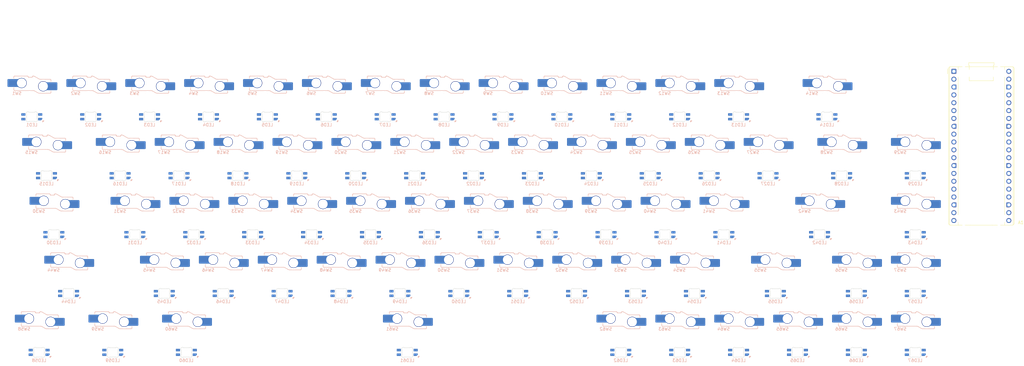
<source format=kicad_pcb>
(kicad_pcb (version 20241229) (generator "pcbnew") (generator_version "9.0")
  (layers (0 "F.Cu" signal) (2 "B.Cu" signal) (13 "F.Paste" user) (15 "B.Paste" user) (5 "F.SilkS" user "F.Silkscreen") (7 "B.SilkS" user "B.Silkscreen") (1 "F.Mask" user) (3 "B.Mask" user) (25 "Edge.Cuts" user))
  (net 0 "")
  (net 1 "Col 8")
  (net 2 "Col 7")
  (net 3 "Col 6")
  (net 5 "Col 0")
  (net 6 "Col 9")
  (net 8 "Col 10")
  (net 10 "Col 5")
  (net 14 "Col 13")
  (net 16 "Col 12")
  (net 17 "Col 14")
  (net 18 "Col 4")
  (net 19 "Col 2")
  (net 20 "Col 11")
  (net 21 "Col 1")
  (net 23 "Col 3")
  (net 31 "Net-(D1-A)")
  (net 32 "Net-(D2-A)")
  (net 33 "Net-(D3-A)")
  (net 34 "Net-(D4-A)")
  (net 35 "Net-(D5-A)")
  (net 36 "Net-(D6-A)")
  (net 37 "Net-(D7-A)")
  (net 38 "Net-(D8-A)")
  (net 39 "Net-(D9-A)")
  (net 40 "Net-(D10-A)")
  (net 41 "Net-(D11-A)")
  (net 42 "Net-(D12-A)")
  (net 43 "Net-(D13-A)")
  (net 44 "Net-(D14-A)")
  (net 45 "Net-(D15-A)")
  (net 46 "Net-(D16-A)")
  (net 47 "Net-(D17-A)")
  (net 48 "Net-(D18-A)")
  (net 49 "Net-(D19-A)")
  (net 50 "Net-(D20-A)")
  (net 51 "Net-(D21-A)")
  (net 52 "Net-(D22-A)")
  (net 53 "Net-(D23-A)")
  (net 54 "Net-(D24-A)")
  (net 55 "Net-(D25-A)")
  (net 56 "Net-(D26-A)")
  (net 57 "Net-(D27-A)")
  (net 58 "Net-(D28-A)")
  (net 59 "Net-(D29-A)")
  (net 60 "Net-(D30-A)")
  (net 61 "Net-(D31-A)")
  (net 62 "Net-(D32-A)")
  (net 63 "Net-(D33-A)")
  (net 64 "Net-(D34-A)")
  (net 65 "Net-(D35-A)")
  (net 66 "Net-(D36-A)")
  (net 67 "Net-(D37-A)")
  (net 68 "Net-(D38-A)")
  (net 69 "Net-(D39-A)")
  (net 70 "Net-(D40-A)")
  (net 71 "Net-(D41-A)")
  (net 72 "Net-(D42-A)")
  (net 73 "Net-(D43-A)")
  (net 74 "Net-(D44-A)")
  (net 75 "Net-(D45-A)")
  (net 76 "Net-(D46-A)")
  (net 77 "Net-(D47-A)")
  (net 78 "Net-(D48-A)")
  (net 79 "Net-(D49-A)")
  (net 80 "Net-(D50-A)")
  (net 81 "Net-(D51-A)")
  (net 82 "Net-(D52-A)")
  (net 83 "Net-(D53-A)")
  (net 84 "Net-(D54-A)")
  (net 85 "Net-(D55-A)")
  (net 86 "Net-(D56-A)")
  (net 87 "Net-(D57-A)")
  (net 88 "Net-(D58-A)")
  (net 89 "Net-(D59-A)")
  (net 90 "Net-(D60-A)")
  (net 91 "Net-(D61-A)")
  (net 92 "Net-(D62-A)")
  (net 93 "Net-(D63-A)")
  (net 94 "Net-(D64-A)")
  (net 95 "Net-(D65-A)")
  (net 96 "Net-(D66-A)")
  (net 97 "Net-(D67-A)")
  (net 98 "GND")
  (net 99 "+3V3")
  (net 100 "+5V")
  (net 101 "RGB")
  (net 102 "Net-(LED1-DOUT)")
  (net 103 "Net-(LED2-DOUT)")
  (net 104 "Net-(LED3-DOUT)")
  (net 105 "Net-(LED4-DOUT)")
  (net 106 "Net-(LED5-DOUT)")
  (net 107 "Net-(LED6-DOUT)")
  (net 108 "Net-(LED7-DOUT)")
  (net 109 "Net-(LED8-DOUT)")
  (net 110 "Net-(LED10-DIN)")
  (net 111 "Net-(LED10-DOUT)")
  (net 112 "Net-(LED11-DOUT)")
  (net 113 "Net-(LED12-DOUT)")
  (net 114 "Net-(LED13-DOUT)")
  (net 115 "Net-(LED14-DOUT)")
  (net 116 "Net-(LED15-DOUT)")
  (net 117 "Net-(LED16-DOUT)")
  (net 118 "Net-(LED17-DOUT)")
  (net 119 "Net-(LED18-DOUT)")
  (net 120 "Net-(LED19-DOUT)")
  (net 121 "Net-(LED20-DOUT)")
  (net 122 "Net-(LED21-DOUT)")
  (net 123 "Net-(LED22-DOUT)")
  (net 124 "Net-(LED23-DOUT)")
  (net 125 "Net-(LED24-DOUT)")
  (net 126 "Net-(LED25-DOUT)")
  (net 127 "Net-(LED26-DOUT)")
  (net 128 "Net-(LED27-DOUT)")
  (net 129 "Net-(LED28-DOUT)")
  (net 130 "Net-(LED29-DOUT)")
  (net 131 "Net-(LED30-DOUT)")
  (net 132 "Net-(LED31-DOUT)")
  (net 133 "Net-(LED32-DOUT)")
  (net 134 "Net-(LED33-DOUT)")
  (net 135 "Net-(LED34-DOUT)")
  (net 136 "Net-(LED35-DOUT)")
  (net 137 "Net-(LED36-DOUT)")
  (net 138 "Net-(LED37-DOUT)")
  (net 139 "Net-(LED38-DOUT)")
  (net 140 "Net-(LED39-DOUT)")
  (net 141 "Net-(LED40-DOUT)")
  (net 142 "Net-(LED41-DOUT)")
  (net 143 "Net-(LED42-DOUT)")
  (net 144 "Net-(LED43-DOUT)")
  (net 145 "Net-(LED44-DOUT)")
  (net 146 "Net-(LED45-DOUT)")
  (net 147 "Net-(LED46-DOUT)")
  (net 148 "Net-(LED47-DOUT)")
  (net 149 "Net-(LED48-DOUT)")
  (net 150 "Net-(LED49-DOUT)")
  (net 151 "Net-(LED50-DOUT)")
  (net 152 "Net-(LED51-DOUT)")
  (net 153 "Net-(LED52-DOUT)")
  (net 154 "Net-(LED53-DOUT)")
  (net 155 "Net-(LED54-DOUT)")
  (net 156 "Net-(LED55-DOUT)")
  (net 157 "Net-(LED56-DOUT)")
  (net 158 "Net-(LED57-DOUT)")
  (net 159 "Net-(LED58-DOUT)")
  (net 160 "Net-(LED59-DOUT)")
  (net 161 "Net-(LED60-DOUT)")
  (net 162 "Net-(LED61-DOUT)")
  (net 163 "Net-(LED62-DOUT)")
  (net 164 "Net-(LED63-DOUT)")
  (net 165 "Net-(LED64-DOUT)")
  (net 166 "Net-(LED65-DOUT)")
  (net 167 "Net-(LED66-DOUT)")
  (footprint "Module:RaspberryPi_Pico_Common_THT" (layer "F.Cu") (at 419.86875 230.91875)
    (property "Reference" "A1")
    (property "Value" "RaspberryPi_Pico")
  )
  (footprint "marbastlib-xp-gateron_lp:SW_KS33_HS_KS-2P02B01-02_HS_1u" (layer "B.Cu") (at 249.53 278.54375)
    (property "Reference" "SW36")
    (property "Value" "SW_Push_45deg")
  )
  (footprint "marbastlib-xp-gateron_lp:SW_KS33_HS_KS-2P02B01-02_HS_1u" (layer "B.Cu") (at 216.1925 240.44375)
    (property "Reference" "SW6")
    (property "Value" "SW_Push_45deg")
  )
  (footprint "marbastlib-xp-gateron_lp:SW_KS33_HS_KS-2P02B01-02_HS_2.25u" (layer "B.Cu") (at 375.73625 278.54375)
    (property "Reference" "SW42")
    (property "Value" "SW_Push_45deg")
  )
  (footprint "PCM_marbastlib-xp-gateron_lp:LED_KS33_6028R" (layer "B.Cu") (at 388.3375 321.82)
    (property "Reference" "LED66")
    (property "Value" "SK6812MINI-E" (hide yes))
    (fp_line (start -1.699999 0.702841) (end -1.699999 -0.702843) (stroke (width 0.1)) (layer "Edge.Cuts"))
    (fp_line (start -0.794452 -1.5) (end 0.794453 -1.5) (stroke (width 0.1)) (layer "Edge.Cuts"))
    (fp_line (start 0.794452 1.499999) (end -0.794452 1.499999) (stroke (width 0.1)) (layer "Edge.Cuts"))
    (fp_line (start 1.699999 -0.702843) (end 1.699999 0.702841) (stroke (width 0.1)) (layer "Edge.Cuts"))
    (fp_arc (start -1.749484 -0.919721) (mid -1.712527 -0.814069) (end -1.699999 -0.702843) (stroke (width 0.1)) (layer "Edge.Cuts"))
    (fp_arc (start -1.749484 -0.919721) (mid -1.638071 -1.504036) (end -1.046711 -1.5683) (stroke (width 0.1)) (layer "Edge.Cuts"))
    (fp_arc (start -1.699999 0.702842) (mid -1.712527 0.814067) (end -1.749484 0.919719) (stroke (width 0.1)) (layer "Edge.Cuts"))
    (fp_arc (start -1.046711 1.568296) (mid -1.63807 1.504033) (end -1.749484 0.919719) (stroke (width 0.1)) (layer "Edge.Cuts"))
    (fp_arc (start -1.04671 1.568298) (mid -0.925122 1.517376) (end -0.794452 1.499999) (stroke (width 0.1)) (layer "Edge.Cuts"))
    (fp_arc (start -0.794453 -1.500001) (mid -0.925123 -1.517378) (end -1.046711 -1.5683) (stroke (width 0.1)) (layer "Edge.Cuts"))
    (fp_arc (start 0.794452 1.499999) (mid 0.925123 1.517376) (end 1.046711 1.568298) (stroke (width 0.1)) (layer "Edge.Cuts"))
    (fp_arc (start 1.046711 -1.568299) (mid 0.925123 -1.517377) (end 0.794453 -1.5) (stroke (width 0.1)) (layer "Edge.Cuts"))
    (fp_arc (start 1.046711 -1.568299) (mid 1.638071 -1.504036) (end 1.749484 -0.919721) (stroke (width 0.1)) (layer "Edge.Cuts"))
    (fp_arc (start 1.699999 -0.702844) (mid 1.712536 -0.814066) (end 1.749484 -0.919721) (stroke (width 0.1)) (layer "Edge.Cuts"))
    (fp_arc (start 1.749484 0.919718) (mid 1.638073 1.504037) (end 1.046711 1.568298) (stroke (width 0.1)) (layer "Edge.Cuts"))
    (fp_arc (start 1.749484 0.919719) (mid 1.712526 0.814067) (end 1.699999 0.702841) (stroke (width 0.1)) (layer "Edge.Cuts"))
  )
  (footprint "PCM_marbastlib-xp-gateron_lp:LED_KS33_6028R" (layer "B.Cu") (at 133.54375 302.77)
    (property "Reference" "LED44")
    (property "Value" "SK6812MINI-E" (hide yes))
    (fp_line (start -1.699999 0.702841) (end -1.699999 -0.702843) (stroke (width 0.1)) (layer "Edge.Cuts"))
    (fp_line (start -0.794452 -1.5) (end 0.794453 -1.5) (stroke (width 0.1)) (layer "Edge.Cuts"))
    (fp_line (start 0.794452 1.499999) (end -0.794452 1.499999) (stroke (width 0.1)) (layer "Edge.Cuts"))
    (fp_line (start 1.699999 -0.702843) (end 1.699999 0.702841) (stroke (width 0.1)) (layer "Edge.Cuts"))
    (fp_arc (start -1.749484 -0.919721) (mid -1.712527 -0.814069) (end -1.699999 -0.702843) (stroke (width 0.1)) (layer "Edge.Cuts"))
    (fp_arc (start -1.749484 -0.919721) (mid -1.638071 -1.504036) (end -1.046711 -1.5683) (stroke (width 0.1)) (layer "Edge.Cuts"))
    (fp_arc (start -1.699999 0.702842) (mid -1.712527 0.814067) (end -1.749484 0.919719) (stroke (width 0.1)) (layer "Edge.Cuts"))
    (fp_arc (start -1.046711 1.568296) (mid -1.63807 1.504033) (end -1.749484 0.919719) (stroke (width 0.1)) (layer "Edge.Cuts"))
    (fp_arc (start -1.04671 1.568298) (mid -0.925122 1.517376) (end -0.794452 1.499999) (stroke (width 0.1)) (layer "Edge.Cuts"))
    (fp_arc (start -0.794453 -1.500001) (mid -0.925123 -1.517378) (end -1.046711 -1.5683) (stroke (width 0.1)) (layer "Edge.Cuts"))
    (fp_arc (start 0.794452 1.499999) (mid 0.925123 1.517376) (end 1.046711 1.568298) (stroke (width 0.1)) (layer "Edge.Cuts"))
    (fp_arc (start 1.046711 -1.568299) (mid 0.925123 -1.517377) (end 0.794453 -1.5) (stroke (width 0.1)) (layer "Edge.Cuts"))
    (fp_arc (start 1.046711 -1.568299) (mid 1.638071 -1.504036) (end 1.749484 -0.919721) (stroke (width 0.1)) (layer "Edge.Cuts"))
    (fp_arc (start 1.699999 -0.702844) (mid 1.712536 -0.814066) (end 1.749484 -0.919721) (stroke (width 0.1)) (layer "Edge.Cuts"))
    (fp_arc (start 1.749484 0.919718) (mid 1.638073 1.504037) (end 1.046711 1.568298) (stroke (width 0.1)) (layer "Edge.Cuts"))
    (fp_arc (start 1.749484 0.919719) (mid 1.712526 0.814067) (end 1.699999 0.702841) (stroke (width 0.1)) (layer "Edge.Cuts"))
  )
  (footprint "PCM_marbastlib-xp-gateron_lp:LED_KS33_6028R" (layer "B.Cu") (at 121.6375 245.62)
    (property "Reference" "LED1")
    (property "Value" "SK6812MINI-E" (hide yes))
    (fp_line (start -1.699999 0.702841) (end -1.699999 -0.702843) (stroke (width 0.1)) (layer "Edge.Cuts"))
    (fp_line (start -0.794452 -1.5) (end 0.794453 -1.5) (stroke (width 0.1)) (layer "Edge.Cuts"))
    (fp_line (start 0.794452 1.499999) (end -0.794452 1.499999) (stroke (width 0.1)) (layer "Edge.Cuts"))
    (fp_line (start 1.699999 -0.702843) (end 1.699999 0.702841) (stroke (width 0.1)) (layer "Edge.Cuts"))
    (fp_arc (start -1.749484 -0.919721) (mid -1.712527 -0.814069) (end -1.699999 -0.702843) (stroke (width 0.1)) (layer "Edge.Cuts"))
    (fp_arc (start -1.749484 -0.919721) (mid -1.638071 -1.504036) (end -1.046711 -1.5683) (stroke (width 0.1)) (layer "Edge.Cuts"))
    (fp_arc (start -1.699999 0.702842) (mid -1.712527 0.814067) (end -1.749484 0.919719) (stroke (width 0.1)) (layer "Edge.Cuts"))
    (fp_arc (start -1.046711 1.568296) (mid -1.63807 1.504033) (end -1.749484 0.919719) (stroke (width 0.1)) (layer "Edge.Cuts"))
    (fp_arc (start -1.04671 1.568298) (mid -0.925122 1.517376) (end -0.794452 1.499999) (stroke (width 0.1)) (layer "Edge.Cuts"))
    (fp_arc (start -0.794453 -1.500001) (mid -0.925123 -1.517378) (end -1.046711 -1.5683) (stroke (width 0.1)) (layer "Edge.Cuts"))
    (fp_arc (start 0.794452 1.499999) (mid 0.925123 1.517376) (end 1.046711 1.568298) (stroke (width 0.1)) (layer "Edge.Cuts"))
    (fp_arc (start 1.046711 -1.568299) (mid 0.925123 -1.517377) (end 0.794453 -1.5) (stroke (width 0.1)) (layer "Edge.Cuts"))
    (fp_arc (start 1.046711 -1.568299) (mid 1.638071 -1.504036) (end 1.749484 -0.919721) (stroke (width 0.1)) (layer "Edge.Cuts"))
    (fp_arc (start 1.699999 -0.702844) (mid 1.712536 -0.814066) (end 1.749484 -0.919721) (stroke (width 0.1)) (layer "Edge.Cuts"))
    (fp_arc (start 1.749484 0.919718) (mid 1.638073 1.504037) (end 1.046711 1.568298) (stroke (width 0.1)) (layer "Edge.Cuts"))
    (fp_arc (start 1.749484 0.919719) (mid 1.712526 0.814067) (end 1.699999 0.702841) (stroke (width 0.1)) (layer "Edge.Cuts"))
  )
  (footprint "PCM_marbastlib-xp-gateron_lp:LED_KS33_6028R" (layer "B.Cu") (at 169.2625 264.67)
    (property "Reference" "LED17")
    (property "Value" "SK6812MINI-E" (hide yes))
    (fp_line (start -1.699999 0.702841) (end -1.699999 -0.702843) (stroke (width 0.1)) (layer "Edge.Cuts"))
    (fp_line (start -0.794452 -1.5) (end 0.794453 -1.5) (stroke (width 0.1)) (layer "Edge.Cuts"))
    (fp_line (start 0.794452 1.499999) (end -0.794452 1.499999) (stroke (width 0.1)) (layer "Edge.Cuts"))
    (fp_line (start 1.699999 -0.702843) (end 1.699999 0.702841) (stroke (width 0.1)) (layer "Edge.Cuts"))
    (fp_arc (start -1.749484 -0.919721) (mid -1.712527 -0.814069) (end -1.699999 -0.702843) (stroke (width 0.1)) (layer "Edge.Cuts"))
    (fp_arc (start -1.749484 -0.919721) (mid -1.638071 -1.504036) (end -1.046711 -1.5683) (stroke (width 0.1)) (layer "Edge.Cuts"))
    (fp_arc (start -1.699999 0.702842) (mid -1.712527 0.814067) (end -1.749484 0.919719) (stroke (width 0.1)) (layer "Edge.Cuts"))
    (fp_arc (start -1.046711 1.568296) (mid -1.63807 1.504033) (end -1.749484 0.919719) (stroke (width 0.1)) (layer "Edge.Cuts"))
    (fp_arc (start -1.04671 1.568298) (mid -0.925122 1.517376) (end -0.794452 1.499999) (stroke (width 0.1)) (layer "Edge.Cuts"))
    (fp_arc (start -0.794453 -1.500001) (mid -0.925123 -1.517378) (end -1.046711 -1.5683) (stroke (width 0.1)) (layer "Edge.Cuts"))
    (fp_arc (start 0.794452 1.499999) (mid 0.925123 1.517376) (end 1.046711 1.568298) (stroke (width 0.1)) (layer "Edge.Cuts"))
    (fp_arc (start 1.046711 -1.568299) (mid 0.925123 -1.517377) (end 0.794453 -1.5) (stroke (width 0.1)) (layer "Edge.Cuts"))
    (fp_arc (start 1.046711 -1.568299) (mid 1.638071 -1.504036) (end 1.749484 -0.919721) (stroke (width 0.1)) (layer "Edge.Cuts"))
    (fp_arc (start 1.699999 -0.702844) (mid 1.712536 -0.814066) (end 1.749484 -0.919721) (stroke (width 0.1)) (layer "Edge.Cuts"))
    (fp_arc (start 1.749484 0.919718) (mid 1.638073 1.504037) (end 1.046711 1.568298) (stroke (width 0.1)) (layer "Edge.Cuts"))
    (fp_arc (start 1.749484 0.919719) (mid 1.712526 0.814067) (end 1.699999 0.702841) (stroke (width 0.1)) (layer "Edge.Cuts"))
  )
  (footprint "PCM_marbastlib-xp-gateron_lp:LED_KS33_6028R" (layer "B.Cu") (at 407.3875 283.72)
    (property "Reference" "LED43")
    (property "Value" "SK6812MINI-E" (hide yes))
    (fp_line (start -1.699999 0.702841) (end -1.699999 -0.702843) (stroke (width 0.1)) (layer "Edge.Cuts"))
    (fp_line (start -0.794452 -1.5) (end 0.794453 -1.5) (stroke (width 0.1)) (layer "Edge.Cuts"))
    (fp_line (start 0.794452 1.499999) (end -0.794452 1.499999) (stroke (width 0.1)) (layer "Edge.Cuts"))
    (fp_line (start 1.699999 -0.702843) (end 1.699999 0.702841) (stroke (width 0.1)) (layer "Edge.Cuts"))
    (fp_arc (start -1.749484 -0.919721) (mid -1.712527 -0.814069) (end -1.699999 -0.702843) (stroke (width 0.1)) (layer "Edge.Cuts"))
    (fp_arc (start -1.749484 -0.919721) (mid -1.638071 -1.504036) (end -1.046711 -1.5683) (stroke (width 0.1)) (layer "Edge.Cuts"))
    (fp_arc (start -1.699999 0.702842) (mid -1.712527 0.814067) (end -1.749484 0.919719) (stroke (width 0.1)) (layer "Edge.Cuts"))
    (fp_arc (start -1.046711 1.568296) (mid -1.63807 1.504033) (end -1.749484 0.919719) (stroke (width 0.1)) (layer "Edge.Cuts"))
    (fp_arc (start -1.04671 1.568298) (mid -0.925122 1.517376) (end -0.794452 1.499999) (stroke (width 0.1)) (layer "Edge.Cuts"))
    (fp_arc (start -0.794453 -1.500001) (mid -0.925123 -1.517378) (end -1.046711 -1.5683) (stroke (width 0.1)) (layer "Edge.Cuts"))
    (fp_arc (start 0.794452 1.499999) (mid 0.925123 1.517376) (end 1.046711 1.568298) (stroke (width 0.1)) (layer "Edge.Cuts"))
    (fp_arc (start 1.046711 -1.568299) (mid 0.925123 -1.517377) (end 0.794453 -1.5) (stroke (width 0.1)) (layer "Edge.Cuts"))
    (fp_arc (start 1.046711 -1.568299) (mid 1.638071 -1.504036) (end 1.749484 -0.919721) (stroke (width 0.1)) (layer "Edge.Cuts"))
    (fp_arc (start 1.699999 -0.702844) (mid 1.712536 -0.814066) (end 1.749484 -0.919721) (stroke (width 0.1)) (layer "Edge.Cuts"))
    (fp_arc (start 1.749484 0.919718) (mid 1.638073 1.504037) (end 1.046711 1.568298) (stroke (width 0.1)) (layer "Edge.Cuts"))
    (fp_arc (start 1.749484 0.919719) (mid 1.712526 0.814067) (end 1.699999 0.702841) (stroke (width 0.1)) (layer "Edge.Cuts"))
  )
  (footprint "PCM_marbastlib-xp-gateron_lp:LED_KS33_6028R" (layer "B.Cu") (at 316.9 302.77)
    (property "Reference" "LED53")
    (property "Value" "SK6812MINI-E" (hide yes))
    (fp_line (start -1.699999 0.702841) (end -1.699999 -0.702843) (stroke (width 0.1)) (layer "Edge.Cuts"))
    (fp_line (start -0.794452 -1.5) (end 0.794453 -1.5) (stroke (width 0.1)) (layer "Edge.Cuts"))
    (fp_line (start 0.794452 1.499999) (end -0.794452 1.499999) (stroke (width 0.1)) (layer "Edge.Cuts"))
    (fp_line (start 1.699999 -0.702843) (end 1.699999 0.702841) (stroke (width 0.1)) (layer "Edge.Cuts"))
    (fp_arc (start -1.749484 -0.919721) (mid -1.712527 -0.814069) (end -1.699999 -0.702843) (stroke (width 0.1)) (layer "Edge.Cuts"))
    (fp_arc (start -1.749484 -0.919721) (mid -1.638071 -1.504036) (end -1.046711 -1.5683) (stroke (width 0.1)) (layer "Edge.Cuts"))
    (fp_arc (start -1.699999 0.702842) (mid -1.712527 0.814067) (end -1.749484 0.919719) (stroke (width 0.1)) (layer "Edge.Cuts"))
    (fp_arc (start -1.046711 1.568296) (mid -1.63807 1.504033) (end -1.749484 0.919719) (stroke (width 0.1)) (layer "Edge.Cuts"))
    (fp_arc (start -1.04671 1.568298) (mid -0.925122 1.517376) (end -0.794452 1.499999) (stroke (width 0.1)) (layer "Edge.Cuts"))
    (fp_arc (start -0.794453 -1.500001) (mid -0.925123 -1.517378) (end -1.046711 -1.5683) (stroke (width 0.1)) (layer "Edge.Cuts"))
    (fp_arc (start 0.794452 1.499999) (mid 0.925123 1.517376) (end 1.046711 1.568298) (stroke (width 0.1)) (layer "Edge.Cuts"))
    (fp_arc (start 1.046711 -1.568299) (mid 0.925123 -1.517377) (end 0.794453 -1.5) (stroke (width 0.1)) (layer "Edge.Cuts"))
    (fp_arc (start 1.046711 -1.568299) (mid 1.638071 -1.504036) (end 1.749484 -0.919721) (stroke (width 0.1)) (layer "Edge.Cuts"))
    (fp_arc (start 1.699999 -0.702844) (mid 1.712536 -0.814066) (end 1.749484 -0.919721) (stroke (width 0.1)) (layer "Edge.Cuts"))
    (fp_arc (start 1.749484 0.919718) (mid 1.638073 1.504037) (end 1.046711 1.568298) (stroke (width 0.1)) (layer "Edge.Cuts"))
    (fp_arc (start 1.749484 0.919719) (mid 1.712526 0.814067) (end 1.699999 0.702841) (stroke (width 0.1)) (layer "Edge.Cuts"))
  )
  (footprint "marbastlib-xp-gateron_lp:SW_KS33_HS_KS-2P02B01-02_HS_1u" (layer "B.Cu") (at 163.805 297.59375)
    (property "Reference" "SW45")
    (property "Value" "SW_Push_45deg")
  )
  (footprint "marbastlib-xp-gateron_lp:SW_KS33_HS_KS-2P02B01-02_HS_1u" (layer "B.Cu") (at 201.905 297.59375)
    (property "Reference" "SW47")
    (property "Value" "SW_Push_45deg")
  )
  (footprint "marbastlib-xp-gateron_lp:SW_KS33_HS_KS-2P02B01-02_HS_1u" (layer "B.Cu") (at 306.68 278.54375)
    (property "Reference" "SW39")
    (property "Value" "SW_Push_45deg")
  )
  (footprint "marbastlib-xp-gateron_lp:SW_KS33_HS_KS-2P02B01-02_HS_1u" (layer "B.Cu") (at 330.4925 316.64375)
    (property "Reference" "SW63")
    (property "Value" "SW_Push_45deg")
  )
  (footprint "PCM_marbastlib-xp-gateron_lp:LED_KS33_6028R" (layer "B.Cu") (at 345.475 283.72)
    (property "Reference" "LED41")
    (property "Value" "SK6812MINI-E" (hide yes))
    (fp_line (start -1.699999 0.702841) (end -1.699999 -0.702843) (stroke (width 0.1)) (layer "Edge.Cuts"))
    (fp_line (start -0.794452 -1.5) (end 0.794453 -1.5) (stroke (width 0.1)) (layer "Edge.Cuts"))
    (fp_line (start 0.794452 1.499999) (end -0.794452 1.499999) (stroke (width 0.1)) (layer "Edge.Cuts"))
    (fp_line (start 1.699999 -0.702843) (end 1.699999 0.702841) (stroke (width 0.1)) (layer "Edge.Cuts"))
    (fp_arc (start -1.749484 -0.919721) (mid -1.712527 -0.814069) (end -1.699999 -0.702843) (stroke (width 0.1)) (layer "Edge.Cuts"))
    (fp_arc (start -1.749484 -0.919721) (mid -1.638071 -1.504036) (end -1.046711 -1.5683) (stroke (width 0.1)) (layer "Edge.Cuts"))
    (fp_arc (start -1.699999 0.702842) (mid -1.712527 0.814067) (end -1.749484 0.919719) (stroke (width 0.1)) (layer "Edge.Cuts"))
    (fp_arc (start -1.046711 1.568296) (mid -1.63807 1.504033) (end -1.749484 0.919719) (stroke (width 0.1)) (layer "Edge.Cuts"))
    (fp_arc (start -1.04671 1.568298) (mid -0.925122 1.517376) (end -0.794452 1.499999) (stroke (width 0.1)) (layer "Edge.Cuts"))
    (fp_arc (start -0.794453 -1.500001) (mid -0.925123 -1.517378) (end -1.046711 -1.5683) (stroke (width 0.1)) (layer "Edge.Cuts"))
    (fp_arc (start 0.794452 1.499999) (mid 0.925123 1.517376) (end 1.046711 1.568298) (stroke (width 0.1)) (layer "Edge.Cuts"))
    (fp_arc (start 1.046711 -1.568299) (mid 0.925123 -1.517377) (end 0.794453 -1.5) (stroke (width 0.1)) (layer "Edge.Cuts"))
    (fp_arc (start 1.046711 -1.568299) (mid 1.638071 -1.504036) (end 1.749484 -0.919721) (stroke (width 0.1)) (layer "Edge.Cuts"))
    (fp_arc (start 1.699999 -0.702844) (mid 1.712536 -0.814066) (end 1.749484 -0.919721) (stroke (width 0.1)) (layer "Edge.Cuts"))
    (fp_arc (start 1.749484 0.919718) (mid 1.638073 1.504037) (end 1.046711 1.568298) (stroke (width 0.1)) (layer "Edge.Cuts"))
    (fp_arc (start 1.749484 0.919719) (mid 1.712526 0.814067) (end 1.699999 0.702841) (stroke (width 0.1)) (layer "Edge.Cuts"))
  )
  (footprint "marbastlib-xp-gateron_lp:SW_KS33_HS_KS-2P02B01-02_HS_1u" (layer "B.Cu") (at 301.9175 259.49375)
    (property "Reference" "SW24")
    (property "Value" "SW_Push_45deg")
  )
  (footprint "marbastlib-xp-gateron_lp:SW_KS33_HS_KS-2P02B01-02_HS_1u" (layer "B.Cu") (at 220.955 297.59375)
    (property "Reference" "SW48")
    (property "Value" "SW_Push_45deg")
  )
  (footprint "PCM_marbastlib-xp-gateron_lp:LED_KS33_6028R" (layer "B.Cu") (at 221.65 302.77)
    (property "Reference" "LED48")
    (property "Value" "SK6812MINI-E" (hide yes))
    (fp_line (start -1.699999 0.702841) (end -1.699999 -0.702843) (stroke (width 0.1)) (layer "Edge.Cuts"))
    (fp_line (start -0.794452 -1.5) (end 0.794453 -1.5) (stroke (width 0.1)) (layer "Edge.Cuts"))
    (fp_line (start 0.794452 1.499999) (end -0.794452 1.499999) (stroke (width 0.1)) (layer "Edge.Cuts"))
    (fp_line (start 1.699999 -0.702843) (end 1.699999 0.702841) (stroke (width 0.1)) (layer "Edge.Cuts"))
    (fp_arc (start -1.749484 -0.919721) (mid -1.712527 -0.814069) (end -1.699999 -0.702843) (stroke (width 0.1)) (layer "Edge.Cuts"))
    (fp_arc (start -1.749484 -0.919721) (mid -1.638071 -1.504036) (end -1.046711 -1.5683) (stroke (width 0.1)) (layer "Edge.Cuts"))
    (fp_arc (start -1.699999 0.702842) (mid -1.712527 0.814067) (end -1.749484 0.919719) (stroke (width 0.1)) (layer "Edge.Cuts"))
    (fp_arc (start -1.046711 1.568296) (mid -1.63807 1.504033) (end -1.749484 0.919719) (stroke (width 0.1)) (layer "Edge.Cuts"))
    (fp_arc (start -1.04671 1.568298) (mid -0.925122 1.517376) (end -0.794452 1.499999) (stroke (width 0.1)) (layer "Edge.Cuts"))
    (fp_arc (start -0.794453 -1.500001) (mid -0.925123 -1.517378) (end -1.046711 -1.5683) (stroke (width 0.1)) (layer "Edge.Cuts"))
    (fp_arc (start 0.794452 1.499999) (mid 0.925123 1.517376) (end 1.046711 1.568298) (stroke (width 0.1)) (layer "Edge.Cuts"))
    (fp_arc (start 1.046711 -1.568299) (mid 0.925123 -1.517377) (end 0.794453 -1.5) (stroke (width 0.1)) (layer "Edge.Cuts"))
    (fp_arc (start 1.046711 -1.568299) (mid 1.638071 -1.504036) (end 1.749484 -0.919721) (stroke (width 0.1)) (layer "Edge.Cuts"))
    (fp_arc (start 1.699999 -0.702844) (mid 1.712536 -0.814066) (end 1.749484 -0.919721) (stroke (width 0.1)) (layer "Edge.Cuts"))
    (fp_arc (start 1.749484 0.919718) (mid 1.638073 1.504037) (end 1.046711 1.568298) (stroke (width 0.1)) (layer "Edge.Cuts"))
    (fp_arc (start 1.749484 0.919719) (mid 1.712526 0.814067) (end 1.699999 0.702841) (stroke (width 0.1)) (layer "Edge.Cuts"))
  )
  (footprint "PCM_marbastlib-xp-gateron_lp:LED_KS33_6028R" (layer "B.Cu") (at 202.6 302.77)
    (property "Reference" "LED47")
    (property "Value" "SK6812MINI-E" (hide yes))
    (fp_line (start -1.699999 0.702841) (end -1.699999 -0.702843) (stroke (width 0.1)) (layer "Edge.Cuts"))
    (fp_line (start -0.794452 -1.5) (end 0.794453 -1.5) (stroke (width 0.1)) (layer "Edge.Cuts"))
    (fp_line (start 0.794452 1.499999) (end -0.794452 1.499999) (stroke (width 0.1)) (layer "Edge.Cuts"))
    (fp_line (start 1.699999 -0.702843) (end 1.699999 0.702841) (stroke (width 0.1)) (layer "Edge.Cuts"))
    (fp_arc (start -1.749484 -0.919721) (mid -1.712527 -0.814069) (end -1.699999 -0.702843) (stroke (width 0.1)) (layer "Edge.Cuts"))
    (fp_arc (start -1.749484 -0.919721) (mid -1.638071 -1.504036) (end -1.046711 -1.5683) (stroke (width 0.1)) (layer "Edge.Cuts"))
    (fp_arc (start -1.699999 0.702842) (mid -1.712527 0.814067) (end -1.749484 0.919719) (stroke (width 0.1)) (layer "Edge.Cuts"))
    (fp_arc (start -1.046711 1.568296) (mid -1.63807 1.504033) (end -1.749484 0.919719) (stroke (width 0.1)) (layer "Edge.Cuts"))
    (fp_arc (start -1.04671 1.568298) (mid -0.925122 1.517376) (end -0.794452 1.499999) (stroke (width 0.1)) (layer "Edge.Cuts"))
    (fp_arc (start -0.794453 -1.500001) (mid -0.925123 -1.517378) (end -1.046711 -1.5683) (stroke (width 0.1)) (layer "Edge.Cuts"))
    (fp_arc (start 0.794452 1.499999) (mid 0.925123 1.517376) (end 1.046711 1.568298) (stroke (width 0.1)) (layer "Edge.Cuts"))
    (fp_arc (start 1.046711 -1.568299) (mid 0.925123 -1.517377) (end 0.794453 -1.5) (stroke (width 0.1)) (layer "Edge.Cuts"))
    (fp_arc (start 1.046711 -1.568299) (mid 1.638071 -1.504036) (end 1.749484 -0.919721) (stroke (width 0.1)) (layer "Edge.Cuts"))
    (fp_arc (start 1.699999 -0.702844) (mid 1.712536 -0.814066) (end 1.749484 -0.919721) (stroke (width 0.1)) (layer "Edge.Cuts"))
    (fp_arc (start 1.749484 0.919718) (mid 1.638073 1.504037) (end 1.046711 1.568298) (stroke (width 0.1)) (layer "Edge.Cuts"))
    (fp_arc (start 1.749484 0.919719) (mid 1.712526 0.814067) (end 1.699999 0.702841) (stroke (width 0.1)) (layer "Edge.Cuts"))
  )
  (footprint "marbastlib-xp-gateron_lp:SW_KS33_HS_KS-2P02B01-02_HS_1u" (layer "B.Cu") (at 154.28 278.54375)
    (property "Reference" "SW31")
    (property "Value" "SW_Push_45deg")
  )
  (footprint "marbastlib-xp-gateron_lp:SW_KS33_HS_KS-2P02B01-02_1.5u" (layer "B.Cu") (at 382.88 259.49375)
    (property "Reference" "SW28")
    (property "Value" "SW_Push_45deg")
  )
  (footprint "marbastlib-xp-gateron_lp:SW_KS33_HS_KS-2P02B01-02_HS_1u" (layer "B.Cu") (at 406.6925 278.54375)
    (property "Reference" "SW43")
    (property "Value" "SW_Push_45deg")
  )
  (footprint "PCM_marbastlib-xp-gateron_lp:LED_KS33_6028R" (layer "B.Cu") (at 124.01875 321.82)
    (property "Reference" "LED58")
    (property "Value" "SK6812MINI-E" (hide yes))
    (fp_line (start -1.699999 0.702841) (end -1.699999 -0.702843) (stroke (width 0.1)) (layer "Edge.Cuts"))
    (fp_line (start -0.794452 -1.5) (end 0.794453 -1.5) (stroke (width 0.1)) (layer "Edge.Cuts"))
    (fp_line (start 0.794452 1.499999) (end -0.794452 1.499999) (stroke (width 0.1)) (layer "Edge.Cuts"))
    (fp_line (start 1.699999 -0.702843) (end 1.699999 0.702841) (stroke (width 0.1)) (layer "Edge.Cuts"))
    (fp_arc (start -1.749484 -0.919721) (mid -1.712527 -0.814069) (end -1.699999 -0.702843) (stroke (width 0.1)) (layer "Edge.Cuts"))
    (fp_arc (start -1.749484 -0.919721) (mid -1.638071 -1.504036) (end -1.046711 -1.5683) (stroke (width 0.1)) (layer "Edge.Cuts"))
    (fp_arc (start -1.699999 0.702842) (mid -1.712527 0.814067) (end -1.749484 0.919719) (stroke (width 0.1)) (layer "Edge.Cuts"))
    (fp_arc (start -1.046711 1.568296) (mid -1.63807 1.504033) (end -1.749484 0.919719) (stroke (width 0.1)) (layer "Edge.Cuts"))
    (fp_arc (start -1.04671 1.568298) (mid -0.925122 1.517376) (end -0.794452 1.499999) (stroke (width 0.1)) (layer "Edge.Cuts"))
    (fp_arc (start -0.794453 -1.500001) (mid -0.925123 -1.517378) (end -1.046711 -1.5683) (stroke (width 0.1)) (layer "Edge.Cuts"))
    (fp_arc (start 0.794452 1.499999) (mid 0.925123 1.517376) (end 1.046711 1.568298) (stroke (width 0.1)) (layer "Edge.Cuts"))
    (fp_arc (start 1.046711 -1.568299) (mid 0.925123 -1.517377) (end 0.794453 -1.5) (stroke (width 0.1)) (layer "Edge.Cuts"))
    (fp_arc (start 1.046711 -1.568299) (mid 1.638071 -1.504036) (end 1.749484 -0.919721) (stroke (width 0.1)) (layer "Edge.Cuts"))
    (fp_arc (start 1.699999 -0.702844) (mid 1.712536 -0.814066) (end 1.749484 -0.919721) (stroke (width 0.1)) (layer "Edge.Cuts"))
    (fp_arc (start 1.749484 0.919718) (mid 1.638073 1.504037) (end 1.046711 1.568298) (stroke (width 0.1)) (layer "Edge.Cuts"))
    (fp_arc (start 1.749484 0.919719) (mid 1.712526 0.814067) (end 1.699999 0.702841) (stroke (width 0.1)) (layer "Edge.Cuts"))
  )
  (footprint "PCM_marbastlib-xp-gateron_lp:LED_KS33_6028R" (layer "B.Cu") (at 340.7125 264.67)
    (property "Reference" "LED26")
    (property "Value" "SK6812MINI-E" (hide yes))
    (fp_line (start -1.699999 0.702841) (end -1.699999 -0.702843) (stroke (width 0.1)) (layer "Edge.Cuts"))
    (fp_line (start -0.794452 -1.5) (end 0.794453 -1.5) (stroke (width 0.1)) (layer "Edge.Cuts"))
    (fp_line (start 0.794452 1.499999) (end -0.794452 1.499999) (stroke (width 0.1)) (layer "Edge.Cuts"))
    (fp_line (start 1.699999 -0.702843) (end 1.699999 0.702841) (stroke (width 0.1)) (layer "Edge.Cuts"))
    (fp_arc (start -1.749484 -0.919721) (mid -1.712527 -0.814069) (end -1.699999 -0.702843) (stroke (width 0.1)) (layer "Edge.Cuts"))
    (fp_arc (start -1.749484 -0.919721) (mid -1.638071 -1.504036) (end -1.046711 -1.5683) (stroke (width 0.1)) (layer "Edge.Cuts"))
    (fp_arc (start -1.699999 0.702842) (mid -1.712527 0.814067) (end -1.749484 0.919719) (stroke (width 0.1)) (layer "Edge.Cuts"))
    (fp_arc (start -1.046711 1.568296) (mid -1.63807 1.504033) (end -1.749484 0.919719) (stroke (width 0.1)) (layer "Edge.Cuts"))
    (fp_arc (start -1.04671 1.568298) (mid -0.925122 1.517376) (end -0.794452 1.499999) (stroke (width 0.1)) (layer "Edge.Cuts"))
    (fp_arc (start -0.794453 -1.500001) (mid -0.925123 -1.517378) (end -1.046711 -1.5683) (stroke (width 0.1)) (layer "Edge.Cuts"))
    (fp_arc (start 0.794452 1.499999) (mid 0.925123 1.517376) (end 1.046711 1.568298) (stroke (width 0.1)) (layer "Edge.Cuts"))
    (fp_arc (start 1.046711 -1.568299) (mid 0.925123 -1.517377) (end 0.794453 -1.5) (stroke (width 0.1)) (layer "Edge.Cuts"))
    (fp_arc (start 1.046711 -1.568299) (mid 1.638071 -1.504036) (end 1.749484 -0.919721) (stroke (width 0.1)) (layer "Edge.Cuts"))
    (fp_arc (start 1.699999 -0.702844) (mid 1.712536 -0.814066) (end 1.749484 -0.919721) (stroke (width 0.1)) (layer "Edge.Cuts"))
    (fp_arc (start 1.749484 0.919718) (mid 1.638073 1.504037) (end 1.046711 1.568298) (stroke (width 0.1)) (layer "Edge.Cuts"))
    (fp_arc (start 1.749484 0.919719) (mid 1.712526 0.814067) (end 1.699999 0.702841) (stroke (width 0.1)) (layer "Edge.Cuts"))
  )
  (footprint "marbastlib-xp-gateron_lp:SW_KS33_HS_KS-2P02B01-02_HS_1u" (layer "B.Cu") (at 335.255 297.59375)
    (property "Reference" "SW54")
    (property "Value" "SW_Push_45deg")
  )
  (footprint "marbastlib-xp-gateron_lp:SW_KS33_HS_KS-2P02B01-02_HS_1u" (layer "B.Cu") (at 259.055 297.59375)
    (property "Reference" "SW50")
    (property "Value" "SW_Push_45deg")
  )
  (footprint "marbastlib-xp-gateron_lp:SW_KS33_HS_KS-2P02B01-02_1.25u" (layer "B.Cu") (at 147.13625 316.64375)
    (property "Reference" "SW59")
    (property "Value" "SW_Push_45deg")
  )
  (footprint "marbastlib-xp-gateron_lp:SW_KS33_HS_KS-2P02B01-02_HS_1u" (layer "B.Cu") (at 159.0425 240.44375)
    (property "Reference" "SW3")
    (property "Value" "SW_Push_45deg")
  )
  (footprint "marbastlib-xp-gateron_lp:SW_KS33_HS_KS-2P02B01-02_1.75u" (layer "B.Cu") (at 361.44875 297.59375)
    (property "Reference" "SW55")
    (property "Value" "SW_Push_45deg")
  )
  (footprint "marbastlib-xp-gateron_lp:SW_KS33_HS_KS-2P02B01-02_HS_1u" (layer "B.Cu") (at 273.3425 240.44375)
    (property "Reference" "SW9")
    (property "Value" "SW_Push_45deg")
  )
  (footprint "marbastlib-xp-gateron_lp:SW_KS33_HS_KS-2P02B01-02_HS_1u" (layer "B.Cu") (at 368.5925 316.64375)
    (property "Reference" "SW65")
    (property "Value" "SW_Push_45deg")
  )
  (footprint "PCM_marbastlib-xp-gateron_lp:LED_KS33_6028R" (layer "B.Cu") (at 197.8375 245.62)
    (property "Reference" "LED5")
    (property "Value" "SK6812MINI-E" (hide yes))
    (fp_line (start -1.699999 0.702841) (end -1.699999 -0.702843) (stroke (width 0.1)) (layer "Edge.Cuts"))
    (fp_line (start -0.794452 -1.5) (end 0.794453 -1.5) (stroke (width 0.1)) (layer "Edge.Cuts"))
    (fp_line (start 0.794452 1.499999) (end -0.794452 1.499999) (stroke (width 0.1)) (layer "Edge.Cuts"))
    (fp_line (start 1.699999 -0.702843) (end 1.699999 0.702841) (stroke (width 0.1)) (layer "Edge.Cuts"))
    (fp_arc (start -1.749484 -0.919721) (mid -1.712527 -0.814069) (end -1.699999 -0.702843) (stroke (width 0.1)) (layer "Edge.Cuts"))
    (fp_arc (start -1.749484 -0.919721) (mid -1.638071 -1.504036) (end -1.046711 -1.5683) (stroke (width 0.1)) (layer "Edge.Cuts"))
    (fp_arc (start -1.699999 0.702842) (mid -1.712527 0.814067) (end -1.749484 0.919719) (stroke (width 0.1)) (layer "Edge.Cuts"))
    (fp_arc (start -1.046711 1.568296) (mid -1.63807 1.504033) (end -1.749484 0.919719) (stroke (width 0.1)) (layer "Edge.Cuts"))
    (fp_arc (start -1.04671 1.568298) (mid -0.925122 1.517376) (end -0.794452 1.499999) (stroke (width 0.1)) (layer "Edge.Cuts"))
    (fp_arc (start -0.794453 -1.500001) (mid -0.925123 -1.517378) (end -1.046711 -1.5683) (stroke (width 0.1)) (layer "Edge.Cuts"))
    (fp_arc (start 0.794452 1.499999) (mid 0.925123 1.517376) (end 1.046711 1.568298) (stroke (width 0.1)) (layer "Edge.Cuts"))
    (fp_arc (start 1.046711 -1.568299) (mid 0.925123 -1.517377) (end 0.794453 -1.5) (stroke (width 0.1)) (layer "Edge.Cuts"))
    (fp_arc (start 1.046711 -1.568299) (mid 1.638071 -1.504036) (end 1.749484 -0.919721) (stroke (width 0.1)) (layer "Edge.Cuts"))
    (fp_arc (start 1.699999 -0.702844) (mid 1.712536 -0.814066) (end 1.749484 -0.919721) (stroke (width 0.1)) (layer "Edge.Cuts"))
    (fp_arc (start 1.749484 0.919718) (mid 1.638073 1.504037) (end 1.046711 1.568298) (stroke (width 0.1)) (layer "Edge.Cuts"))
    (fp_arc (start 1.749484 0.919719) (mid 1.712526 0.814067) (end 1.699999 0.702841) (stroke (width 0.1)) (layer "Edge.Cuts"))
  )
  (footprint "PCM_marbastlib-xp-gateron_lp:LED_KS33_6028R" (layer "B.Cu") (at 321.6625 264.67)
    (property "Reference" "LED25")
    (property "Value" "SK6812MINI-E" (hide yes))
    (fp_line (start -1.699999 0.702841) (end -1.699999 -0.702843) (stroke (width 0.1)) (layer "Edge.Cuts"))
    (fp_line (start -0.794452 -1.5) (end 0.794453 -1.5) (stroke (width 0.1)) (layer "Edge.Cuts"))
    (fp_line (start 0.794452 1.499999) (end -0.794452 1.499999) (stroke (width 0.1)) (layer "Edge.Cuts"))
    (fp_line (start 1.699999 -0.702843) (end 1.699999 0.702841) (stroke (width 0.1)) (layer "Edge.Cuts"))
    (fp_arc (start -1.749484 -0.919721) (mid -1.712527 -0.814069) (end -1.699999 -0.702843) (stroke (width 0.1)) (layer "Edge.Cuts"))
    (fp_arc (start -1.749484 -0.919721) (mid -1.638071 -1.504036) (end -1.046711 -1.5683) (stroke (width 0.1)) (layer "Edge.Cuts"))
    (fp_arc (start -1.699999 0.702842) (mid -1.712527 0.814067) (end -1.749484 0.919719) (stroke (width 0.1)) (layer "Edge.Cuts"))
    (fp_arc (start -1.046711 1.568296) (mid -1.63807 1.504033) (end -1.749484 0.919719) (stroke (width 0.1)) (layer "Edge.Cuts"))
    (fp_arc (start -1.04671 1.568298) (mid -0.925122 1.517376) (end -0.794452 1.499999) (stroke (width 0.1)) (layer "Edge.Cuts"))
    (fp_arc (start -0.794453 -1.500001) (mid -0.925123 -1.517378) (end -1.046711 -1.5683) (stroke (width 0.1)) (layer "Edge.Cuts"))
    (fp_arc (start 0.794452 1.499999) (mid 0.925123 1.517376) (end 1.046711 1.568298) (stroke (width 0.1)) (layer "Edge.Cuts"))
    (fp_arc (start 1.046711 -1.568299) (mid 0.925123 -1.517377) (end 0.794453 -1.5) (stroke (width 0.1)) (layer "Edge.Cuts"))
    (fp_arc (start 1.046711 -1.568299) (mid 1.638071 -1.504036) (end 1.749484 -0.919721) (stroke (width 0.1)) (layer "Edge.Cuts"))
    (fp_arc (start 1.699999 -0.702844) (mid 1.712536 -0.814066) (end 1.749484 -0.919721) (stroke (width 0.1)) (layer "Edge.Cuts"))
    (fp_arc (start 1.749484 0.919718) (mid 1.638073 1.504037) (end 1.046711 1.568298) (stroke (width 0.1)) (layer "Edge.Cuts"))
    (fp_arc (start 1.749484 0.919719) (mid 1.712526 0.814067) (end 1.699999 0.702841) (stroke (width 0.1)) (layer "Edge.Cuts"))
  )
  (footprint "PCM_marbastlib-xp-gateron_lp:LED_KS33_6028R" (layer "B.Cu") (at 243.08125 321.82)
    (property "Reference" "LED61")
    (property "Value" "SK6812MINI-E" (hide yes))
    (fp_line (start -1.699999 0.702841) (end -1.699999 -0.702843) (stroke (width 0.1)) (layer "Edge.Cuts"))
    (fp_line (start -0.794452 -1.5) (end 0.794453 -1.5) (stroke (width 0.1)) (layer "Edge.Cuts"))
    (fp_line (start 0.794452 1.499999) (end -0.794452 1.499999) (stroke (width 0.1)) (layer "Edge.Cuts"))
    (fp_line (start 1.699999 -0.702843) (end 1.699999 0.702841) (stroke (width 0.1)) (layer "Edge.Cuts"))
    (fp_arc (start -1.749484 -0.919721) (mid -1.712527 -0.814069) (end -1.699999 -0.702843) (stroke (width 0.1)) (layer "Edge.Cuts"))
    (fp_arc (start -1.749484 -0.919721) (mid -1.638071 -1.504036) (end -1.046711 -1.5683) (stroke (width 0.1)) (layer "Edge.Cuts"))
    (fp_arc (start -1.699999 0.702842) (mid -1.712527 0.814067) (end -1.749484 0.919719) (stroke (width 0.1)) (layer "Edge.Cuts"))
    (fp_arc (start -1.046711 1.568296) (mid -1.63807 1.504033) (end -1.749484 0.919719) (stroke (width 0.1)) (layer "Edge.Cuts"))
    (fp_arc (start -1.04671 1.568298) (mid -0.925122 1.517376) (end -0.794452 1.499999) (stroke (width 0.1)) (layer "Edge.Cuts"))
    (fp_arc (start -0.794453 -1.500001) (mid -0.925123 -1.517378) (end -1.046711 -1.5683) (stroke (width 0.1)) (layer "Edge.Cuts"))
    (fp_arc (start 0.794452 1.499999) (mid 0.925123 1.517376) (end 1.046711 1.568298) (stroke (width 0.1)) (layer "Edge.Cuts"))
    (fp_arc (start 1.046711 -1.568299) (mid 0.925123 -1.517377) (end 0.794453 -1.5) (stroke (width 0.1)) (layer "Edge.Cuts"))
    (fp_arc (start 1.046711 -1.568299) (mid 1.638071 -1.504036) (end 1.749484 -0.919721) (stroke (width 0.1)) (layer "Edge.Cuts"))
    (fp_arc (start 1.699999 -0.702844) (mid 1.712536 -0.814066) (end 1.749484 -0.919721) (stroke (width 0.1)) (layer "Edge.Cuts"))
    (fp_arc (start 1.749484 0.919718) (mid 1.638073 1.504037) (end 1.046711 1.568298) (stroke (width 0.1)) (layer "Edge.Cuts"))
    (fp_arc (start 1.749484 0.919719) (mid 1.712526 0.814067) (end 1.699999 0.702841) (stroke (width 0.1)) (layer "Edge.Cuts"))
  )
  (footprint "marbastlib-xp-gateron_lp:SW_KS33_HS_KS-2P02B01-02_HS_1u" (layer "B.Cu") (at 349.5425 316.64375)
    (property "Reference" "SW64")
    (property "Value" "SW_Push_45deg")
  )
  (footprint "marbastlib-xp-gateron_lp:SW_KS33_HS_KS-2P02B01-02_HS_1u" (layer "B.Cu") (at 235.2425 240.44375)
    (property "Reference" "SW7")
    (property "Value" "SW_Push_45deg")
  )
  (footprint "PCM_marbastlib-xp-gateron_lp:LED_KS33_6028R" (layer "B.Cu") (at 297.85 302.77)
    (property "Reference" "LED52")
    (property "Value" "SK6812MINI-E" (hide yes))
    (fp_line (start -1.699999 0.702841) (end -1.699999 -0.702843) (stroke (width 0.1)) (layer "Edge.Cuts"))
    (fp_line (start -0.794452 -1.5) (end 0.794453 -1.5) (stroke (width 0.1)) (layer "Edge.Cuts"))
    (fp_line (start 0.794452 1.499999) (end -0.794452 1.499999) (stroke (width 0.1)) (layer "Edge.Cuts"))
    (fp_line (start 1.699999 -0.702843) (end 1.699999 0.702841) (stroke (width 0.1)) (layer "Edge.Cuts"))
    (fp_arc (start -1.749484 -0.919721) (mid -1.712527 -0.814069) (end -1.699999 -0.702843) (stroke (width 0.1)) (layer "Edge.Cuts"))
    (fp_arc (start -1.749484 -0.919721) (mid -1.638071 -1.504036) (end -1.046711 -1.5683) (stroke (width 0.1)) (layer "Edge.Cuts"))
    (fp_arc (start -1.699999 0.702842) (mid -1.712527 0.814067) (end -1.749484 0.919719) (stroke (width 0.1)) (layer "Edge.Cuts"))
    (fp_arc (start -1.046711 1.568296) (mid -1.63807 1.504033) (end -1.749484 0.919719) (stroke (width 0.1)) (layer "Edge.Cuts"))
    (fp_arc (start -1.04671 1.568298) (mid -0.925122 1.517376) (end -0.794452 1.499999) (stroke (width 0.1)) (layer "Edge.Cuts"))
    (fp_arc (start -0.794453 -1.500001) (mid -0.925123 -1.517378) (end -1.046711 -1.5683) (stroke (width 0.1)) (layer "Edge.Cuts"))
    (fp_arc (start 0.794452 1.499999) (mid 0.925123 1.517376) (end 1.046711 1.568298) (stroke (width 0.1)) (layer "Edge.Cuts"))
    (fp_arc (start 1.046711 -1.568299) (mid 0.925123 -1.517377) (end 0.794453 -1.5) (stroke (width 0.1)) (layer "Edge.Cuts"))
    (fp_arc (start 1.046711 -1.568299) (mid 1.638071 -1.504036) (end 1.749484 -0.919721) (stroke (width 0.1)) (layer "Edge.Cuts"))
    (fp_arc (start 1.699999 -0.702844) (mid 1.712536 -0.814066) (end 1.749484 -0.919721) (stroke (width 0.1)) (layer "Edge.Cuts"))
    (fp_arc (start 1.749484 0.919718) (mid 1.638073 1.504037) (end 1.046711 1.568298) (stroke (width 0.1)) (layer "Edge.Cuts"))
    (fp_arc (start 1.749484 0.919719) (mid 1.712526 0.814067) (end 1.699999 0.702841) (stroke (width 0.1)) (layer "Edge.Cuts"))
  )
  (footprint "marbastlib-xp-gateron_lp:SW_KS33_HS_KS-2P02B01-02_HS_1u" (layer "B.Cu") (at 192.38 278.54375)
    (property "Reference" "SW33")
    (property "Value" "SW_Push_45deg")
  )
  (footprint "PCM_marbastlib-xp-gateron_lp:LED_KS33_6028R" (layer "B.Cu") (at 331.1875 245.62)
    (property "Reference" "LED12")
    (property "Value" "SK6812MINI-E" (hide yes))
    (fp_line (start -1.699999 0.702841) (end -1.699999 -0.702843) (stroke (width 0.1)) (layer "Edge.Cuts"))
    (fp_line (start -0.794452 -1.5) (end 0.794453 -1.5) (stroke (width 0.1)) (layer "Edge.Cuts"))
    (fp_line (start 0.794452 1.499999) (end -0.794452 1.499999) (stroke (width 0.1)) (layer "Edge.Cuts"))
    (fp_line (start 1.699999 -0.702843) (end 1.699999 0.702841) (stroke (width 0.1)) (layer "Edge.Cuts"))
    (fp_arc (start -1.749484 -0.919721) (mid -1.712527 -0.814069) (end -1.699999 -0.702843) (stroke (width 0.1)) (layer "Edge.Cuts"))
    (fp_arc (start -1.749484 -0.919721) (mid -1.638071 -1.504036) (end -1.046711 -1.5683) (stroke (width 0.1)) (layer "Edge.Cuts"))
    (fp_arc (start -1.699999 0.702842) (mid -1.712527 0.814067) (end -1.749484 0.919719) (stroke (width 0.1)) (layer "Edge.Cuts"))
    (fp_arc (start -1.046711 1.568296) (mid -1.63807 1.504033) (end -1.749484 0.919719) (stroke (width 0.1)) (layer "Edge.Cuts"))
    (fp_arc (start -1.04671 1.568298) (mid -0.925122 1.517376) (end -0.794452 1.499999) (stroke (width 0.1)) (layer "Edge.Cuts"))
    (fp_arc (start -0.794453 -1.500001) (mid -0.925123 -1.517378) (end -1.046711 -1.5683) (stroke (width 0.1)) (layer "Edge.Cuts"))
    (fp_arc (start 0.794452 1.499999) (mid 0.925123 1.517376) (end 1.046711 1.568298) (stroke (width 0.1)) (layer "Edge.Cuts"))
    (fp_arc (start 1.046711 -1.568299) (mid 0.925123 -1.517377) (end 0.794453 -1.5) (stroke (width 0.1)) (layer "Edge.Cuts"))
    (fp_arc (start 1.046711 -1.568299) (mid 1.638071 -1.504036) (end 1.749484 -0.919721) (stroke (width 0.1)) (layer "Edge.Cuts"))
    (fp_arc (start 1.699999 -0.702844) (mid 1.712536 -0.814066) (end 1.749484 -0.919721) (stroke (width 0.1)) (layer "Edge.Cuts"))
    (fp_arc (start 1.749484 0.919718) (mid 1.638073 1.504037) (end 1.046711 1.568298) (stroke (width 0.1)) (layer "Edge.Cuts"))
    (fp_arc (start 1.749484 0.919719) (mid 1.712526 0.814067) (end 1.699999 0.702841) (stroke (width 0.1)) (layer "Edge.Cuts"))
  )
  (footprint "PCM_marbastlib-xp-gateron_lp:LED_KS33_6028R" (layer "B.Cu") (at 359.7625 264.67)
    (property "Reference" "LED27")
    (property "Value" "SK6812MINI-E" (hide yes))
    (fp_line (start -1.699999 0.702841) (end -1.699999 -0.702843) (stroke (width 0.1)) (layer "Edge.Cuts"))
    (fp_line (start -0.794452 -1.5) (end 0.794453 -1.5) (stroke (width 0.1)) (layer "Edge.Cuts"))
    (fp_line (start 0.794452 1.499999) (end -0.794452 1.499999) (stroke (width 0.1)) (layer "Edge.Cuts"))
    (fp_line (start 1.699999 -0.702843) (end 1.699999 0.702841) (stroke (width 0.1)) (layer "Edge.Cuts"))
    (fp_arc (start -1.749484 -0.919721) (mid -1.712527 -0.814069) (end -1.699999 -0.702843) (stroke (width 0.1)) (layer "Edge.Cuts"))
    (fp_arc (start -1.749484 -0.919721) (mid -1.638071 -1.504036) (end -1.046711 -1.5683) (stroke (width 0.1)) (layer "Edge.Cuts"))
    (fp_arc (start -1.699999 0.702842) (mid -1.712527 0.814067) (end -1.749484 0.919719) (stroke (width 0.1)) (layer "Edge.Cuts"))
    (fp_arc (start -1.046711 1.568296) (mid -1.63807 1.504033) (end -1.749484 0.919719) (stroke (width 0.1)) (layer "Edge.Cuts"))
    (fp_arc (start -1.04671 1.568298) (mid -0.925122 1.517376) (end -0.794452 1.499999) (stroke (width 0.1)) (layer "Edge.Cuts"))
    (fp_arc (start -0.794453 -1.500001) (mid -0.925123 -1.517378) (end -1.046711 -1.5683) (stroke (width 0.1)) (layer "Edge.Cuts"))
    (fp_arc (start 0.794452 1.499999) (mid 0.925123 1.517376) (end 1.046711 1.568298) (stroke (width 0.1)) (layer "Edge.Cuts"))
    (fp_arc (start 1.046711 -1.568299) (mid 0.925123 -1.517377) (end 0.794453 -1.5) (stroke (width 0.1)) (layer "Edge.Cuts"))
    (fp_arc (start 1.046711 -1.568299) (mid 1.638071 -1.504036) (end 1.749484 -0.919721) (stroke (width 0.1)) (layer "Edge.Cuts"))
    (fp_arc (start 1.699999 -0.702844) (mid 1.712536 -0.814066) (end 1.749484 -0.919721) (stroke (width 0.1)) (layer "Edge.Cuts"))
    (fp_arc (start 1.749484 0.919718) (mid 1.638073 1.504037) (end 1.046711 1.568298) (stroke (width 0.1)) (layer "Edge.Cuts"))
    (fp_arc (start 1.749484 0.919719) (mid 1.712526 0.814067) (end 1.699999 0.702841) (stroke (width 0.1)) (layer "Edge.Cuts"))
  )
  (footprint "PCM_marbastlib-xp-gateron_lp:LED_KS33_6028R" (layer "B.Cu") (at 128.78125 283.72)
    (property "Reference" "LED30")
    (property "Value" "SK6812MINI-E" (hide yes))
    (fp_line (start -1.699999 0.702841) (end -1.699999 -0.702843) (stroke (width 0.1)) (layer "Edge.Cuts"))
    (fp_line (start -0.794452 -1.5) (end 0.794453 -1.5) (stroke (width 0.1)) (layer "Edge.Cuts"))
    (fp_line (start 0.794452 1.499999) (end -0.794452 1.499999) (stroke (width 0.1)) (layer "Edge.Cuts"))
    (fp_line (start 1.699999 -0.702843) (end 1.699999 0.702841) (stroke (width 0.1)) (layer "Edge.Cuts"))
    (fp_arc (start -1.749484 -0.919721) (mid -1.712527 -0.814069) (end -1.699999 -0.702843) (stroke (width 0.1)) (layer "Edge.Cuts"))
    (fp_arc (start -1.749484 -0.919721) (mid -1.638071 -1.504036) (end -1.046711 -1.5683) (stroke (width 0.1)) (layer "Edge.Cuts"))
    (fp_arc (start -1.699999 0.702842) (mid -1.712527 0.814067) (end -1.749484 0.919719) (stroke (width 0.1)) (layer "Edge.Cuts"))
    (fp_arc (start -1.046711 1.568296) (mid -1.63807 1.504033) (end -1.749484 0.919719) (stroke (width 0.1)) (layer "Edge.Cuts"))
    (fp_arc (start -1.04671 1.568298) (mid -0.925122 1.517376) (end -0.794452 1.499999) (stroke (width 0.1)) (layer "Edge.Cuts"))
    (fp_arc (start -0.794453 -1.500001) (mid -0.925123 -1.517378) (end -1.046711 -1.5683) (stroke (width 0.1)) (layer "Edge.Cuts"))
    (fp_arc (start 0.794452 1.499999) (mid 0.925123 1.517376) (end 1.046711 1.568298) (stroke (width 0.1)) (layer "Edge.Cuts"))
    (fp_arc (start 1.046711 -1.568299) (mid 0.925123 -1.517377) (end 0.794453 -1.5) (stroke (width 0.1)) (layer "Edge.Cuts"))
    (fp_arc (start 1.046711 -1.568299) (mid 1.638071 -1.504036) (end 1.749484 -0.919721) (stroke (width 0.1)) (layer "Edge.Cuts"))
    (fp_arc (start 1.699999 -0.702844) (mid 1.712536 -0.814066) (end 1.749484 -0.919721) (stroke (width 0.1)) (layer "Edge.Cuts"))
    (fp_arc (start 1.749484 0.919718) (mid 1.638073 1.504037) (end 1.046711 1.568298) (stroke (width 0.1)) (layer "Edge.Cuts"))
    (fp_arc (start 1.749484 0.919719) (mid 1.712526 0.814067) (end 1.699999 0.702841) (stroke (width 0.1)) (layer "Edge.Cuts"))
  )
  (footprint "marbastlib-xp-gateron_lp:SW_KS33_HS_KS-2P02B01-02_1.75u" (layer "B.Cu") (at 128.08625 278.54375)
    (property "Reference" "SW30")
    (property "Value" "SW_Push_45deg")
  )
  (footprint "marbastlib-xp-gateron_lp:SW_KS33_HS_KS-2P02B01-02_HS_1u" (layer "B.Cu") (at 187.6175 259.49375)
    (property "Reference" "SW18")
    (property "Value" "SW_Push_45deg")
  )
  (footprint "PCM_marbastlib-xp-gateron_lp:LED_KS33_6028R" (layer "B.Cu") (at 254.9875 245.62)
    (property "Reference" "LED8")
    (property "Value" "SK6812MINI-E" (hide yes))
    (fp_line (start -1.699999 0.702841) (end -1.699999 -0.702843) (stroke (width 0.1)) (layer "Edge.Cuts"))
    (fp_line (start -0.794452 -1.5) (end 0.794453 -1.5) (stroke (width 0.1)) (layer "Edge.Cuts"))
    (fp_line (start 0.794452 1.499999) (end -0.794452 1.499999) (stroke (width 0.1)) (layer "Edge.Cuts"))
    (fp_line (start 1.699999 -0.702843) (end 1.699999 0.702841) (stroke (width 0.1)) (layer "Edge.Cuts"))
    (fp_arc (start -1.749484 -0.919721) (mid -1.712527 -0.814069) (end -1.699999 -0.702843) (stroke (width 0.1)) (layer "Edge.Cuts"))
    (fp_arc (start -1.749484 -0.919721) (mid -1.638071 -1.504036) (end -1.046711 -1.5683) (stroke (width 0.1)) (layer "Edge.Cuts"))
    (fp_arc (start -1.699999 0.702842) (mid -1.712527 0.814067) (end -1.749484 0.919719) (stroke (width 0.1)) (layer "Edge.Cuts"))
    (fp_arc (start -1.046711 1.568296) (mid -1.63807 1.504033) (end -1.749484 0.919719) (stroke (width 0.1)) (layer "Edge.Cuts"))
    (fp_arc (start -1.04671 1.568298) (mid -0.925122 1.517376) (end -0.794452 1.499999) (stroke (width 0.1)) (layer "Edge.Cuts"))
    (fp_arc (start -0.794453 -1.500001) (mid -0.925123 -1.517378) (end -1.046711 -1.5683) (stroke (width 0.1)) (layer "Edge.Cuts"))
    (fp_arc (start 0.794452 1.499999) (mid 0.925123 1.517376) (end 1.046711 1.568298) (stroke (width 0.1)) (layer "Edge.Cuts"))
    (fp_arc (start 1.046711 -1.568299) (mid 0.925123 -1.517377) (end 0.794453 -1.5) (stroke (width 0.1)) (layer "Edge.Cuts"))
    (fp_arc (start 1.046711 -1.568299) (mid 1.638071 -1.504036) (end 1.749484 -0.919721) (stroke (width 0.1)) (layer "Edge.Cuts"))
    (fp_arc (start 1.699999 -0.702844) (mid 1.712536 -0.814066) (end 1.749484 -0.919721) (stroke (width 0.1)) (layer "Edge.Cuts"))
    (fp_arc (start 1.749484 0.919718) (mid 1.638073 1.504037) (end 1.046711 1.568298) (stroke (width 0.1)) (layer "Edge.Cuts"))
    (fp_arc (start 1.749484 0.919719) (mid 1.712526 0.814067) (end 1.699999 0.702841) (stroke (width 0.1)) (layer "Edge.Cuts"))
  )
  (footprint "PCM_marbastlib-xp-gateron_lp:LED_KS33_6028R" (layer "B.Cu") (at 274.0375 245.62)
    (property "Reference" "LED9")
    (property "Value" "SK6812MINI-E" (hide yes))
    (fp_line (start -1.699999 0.702841) (end -1.699999 -0.702843) (stroke (width 0.1)) (layer "Edge.Cuts"))
    (fp_line (start -0.794452 -1.5) (end 0.794453 -1.5) (stroke (width 0.1)) (layer "Edge.Cuts"))
    (fp_line (start 0.794452 1.499999) (end -0.794452 1.499999) (stroke (width 0.1)) (layer "Edge.Cuts"))
    (fp_line (start 1.699999 -0.702843) (end 1.699999 0.702841) (stroke (width 0.1)) (layer "Edge.Cuts"))
    (fp_arc (start -1.749484 -0.919721) (mid -1.712527 -0.814069) (end -1.699999 -0.702843) (stroke (width 0.1)) (layer "Edge.Cuts"))
    (fp_arc (start -1.749484 -0.919721) (mid -1.638071 -1.504036) (end -1.046711 -1.5683) (stroke (width 0.1)) (layer "Edge.Cuts"))
    (fp_arc (start -1.699999 0.702842) (mid -1.712527 0.814067) (end -1.749484 0.919719) (stroke (width 0.1)) (layer "Edge.Cuts"))
    (fp_arc (start -1.046711 1.568296) (mid -1.63807 1.504033) (end -1.749484 0.919719) (stroke (width 0.1)) (layer "Edge.Cuts"))
    (fp_arc (start -1.04671 1.568298) (mid -0.925122 1.517376) (end -0.794452 1.499999) (stroke (width 0.1)) (layer "Edge.Cuts"))
    (fp_arc (start -0.794453 -1.500001) (mid -0.925123 -1.517378) (end -1.046711 -1.5683) (stroke (width 0.1)) (layer "Edge.Cuts"))
    (fp_arc (start 0.794452 1.499999) (mid 0.925123 1.517376) (end 1.046711 1.568298) (stroke (width 0.1)) (layer "Edge.Cuts"))
    (fp_arc (start 1.046711 -1.568299) (mid 0.925123 -1.517377) (end 0.794453 -1.5) (stroke (width 0.1)) (layer "Edge.Cuts"))
    (fp_arc (start 1.046711 -1.568299) (mid 1.638071 -1.504036) (end 1.749484 -0.919721) (stroke (width 0.1)) (layer "Edge.Cuts"))
    (fp_arc (start 1.699999 -0.702844) (mid 1.712536 -0.814066) (end 1.749484 -0.919721) (stroke (width 0.1)) (layer "Edge.Cuts"))
    (fp_arc (start 1.749484 0.919718) (mid 1.638073 1.504037) (end 1.046711 1.568298) (stroke (width 0.1)) (layer "Edge.Cuts"))
    (fp_arc (start 1.749484 0.919719) (mid 1.712526 0.814067) (end 1.699999 0.702841) (stroke (width 0.1)) (layer "Edge.Cuts"))
  )
  (footprint "PCM_marbastlib-xp-gateron_lp:LED_KS33_6028R" (layer "B.Cu") (at 369.2875 321.82)
    (property "Reference" "LED65")
    (property "Value" "SK6812MINI-E" (hide yes))
    (fp_line (start -1.699999 0.702841) (end -1.699999 -0.702843) (stroke (width 0.1)) (layer "Edge.Cuts"))
    (fp_line (start -0.794452 -1.5) (end 0.794453 -1.5) (stroke (width 0.1)) (layer "Edge.Cuts"))
    (fp_line (start 0.794452 1.499999) (end -0.794452 1.499999) (stroke (width 0.1)) (layer "Edge.Cuts"))
    (fp_line (start 1.699999 -0.702843) (end 1.699999 0.702841) (stroke (width 0.1)) (layer "Edge.Cuts"))
    (fp_arc (start -1.749484 -0.919721) (mid -1.712527 -0.814069) (end -1.699999 -0.702843) (stroke (width 0.1)) (layer "Edge.Cuts"))
    (fp_arc (start -1.749484 -0.919721) (mid -1.638071 -1.504036) (end -1.046711 -1.5683) (stroke (width 0.1)) (layer "Edge.Cuts"))
    (fp_arc (start -1.699999 0.702842) (mid -1.712527 0.814067) (end -1.749484 0.919719) (stroke (width 0.1)) (layer "Edge.Cuts"))
    (fp_arc (start -1.046711 1.568296) (mid -1.63807 1.504033) (end -1.749484 0.919719) (stroke (width 0.1)) (layer "Edge.Cuts"))
    (fp_arc (start -1.04671 1.568298) (mid -0.925122 1.517376) (end -0.794452 1.499999) (stroke (width 0.1)) (layer "Edge.Cuts"))
    (fp_arc (start -0.794453 -1.500001) (mid -0.925123 -1.517378) (end -1.046711 -1.5683) (stroke (width 0.1)) (layer "Edge.Cuts"))
    (fp_arc (start 0.794452 1.499999) (mid 0.925123 1.517376) (end 1.046711 1.568298) (stroke (width 0.1)) (layer "Edge.Cuts"))
    (fp_arc (start 1.046711 -1.568299) (mid 0.925123 -1.517377) (end 0.794453 -1.5) (stroke (width 0.1)) (layer "Edge.Cuts"))
    (fp_arc (start 1.046711 -1.568299) (mid 1.638071 -1.504036) (end 1.749484 -0.919721) (stroke (width 0.1)) (layer "Edge.Cuts"))
    (fp_arc (start 1.699999 -0.702844) (mid 1.712536 -0.814066) (end 1.749484 -0.919721) (stroke (width 0.1)) (layer "Edge.Cuts"))
    (fp_arc (start 1.749484 0.919718) (mid 1.638073 1.504037) (end 1.046711 1.568298) (stroke (width 0.1)) (layer "Edge.Cuts"))
    (fp_arc (start 1.749484 0.919719) (mid 1.712526 0.814067) (end 1.699999 0.702841) (stroke (width 0.1)) (layer "Edge.Cuts"))
  )
  (footprint "marbastlib-xp-gateron_lp:SW_KS33_HS_KS-2P02B01-02_HS_1u" (layer "B.Cu") (at 406.6925 259.49375)
    (property "Reference" "SW29")
    (property "Value" "SW_Push_45deg")
  )
  (footprint "PCM_marbastlib-xp-gateron_lp:LED_KS33_6028R" (layer "B.Cu") (at 362.14375 302.77)
    (property "Reference" "LED55")
    (property "Value" "SK6812MINI-E" (hide yes))
    (fp_line (start -1.699999 0.702841) (end -1.699999 -0.702843) (stroke (width 0.1)) (layer "Edge.Cuts"))
    (fp_line (start -0.794452 -1.5) (end 0.794453 -1.5) (stroke (width 0.1)) (layer "Edge.Cuts"))
    (fp_line (start 0.794452 1.499999) (end -0.794452 1.499999) (stroke (width 0.1)) (layer "Edge.Cuts"))
    (fp_line (start 1.699999 -0.702843) (end 1.699999 0.702841) (stroke (width 0.1)) (layer "Edge.Cuts"))
    (fp_arc (start -1.749484 -0.919721) (mid -1.712527 -0.814069) (end -1.699999 -0.702843) (stroke (width 0.1)) (layer "Edge.Cuts"))
    (fp_arc (start -1.749484 -0.919721) (mid -1.638071 -1.504036) (end -1.046711 -1.5683) (stroke (width 0.1)) (layer "Edge.Cuts"))
    (fp_arc (start -1.699999 0.702842) (mid -1.712527 0.814067) (end -1.749484 0.919719) (stroke (width 0.1)) (layer "Edge.Cuts"))
    (fp_arc (start -1.046711 1.568296) (mid -1.63807 1.504033) (end -1.749484 0.919719) (stroke (width 0.1)) (layer "Edge.Cuts"))
    (fp_arc (start -1.04671 1.568298) (mid -0.925122 1.517376) (end -0.794452 1.499999) (stroke (width 0.1)) (layer "Edge.Cuts"))
    (fp_arc (start -0.794453 -1.500001) (mid -0.925123 -1.517378) (end -1.046711 -1.5683) (stroke (width 0.1)) (layer "Edge.Cuts"))
    (fp_arc (start 0.794452 1.499999) (mid 0.925123 1.517376) (end 1.046711 1.568298) (stroke (width 0.1)) (layer "Edge.Cuts"))
    (fp_arc (start 1.046711 -1.568299) (mid 0.925123 -1.517377) (end 0.794453 -1.5) (stroke (width 0.1)) (layer "Edge.Cuts"))
    (fp_arc (start 1.046711 -1.568299) (mid 1.638071 -1.504036) (end 1.749484 -0.919721) (stroke (width 0.1)) (layer "Edge.Cuts"))
    (fp_arc (start 1.699999 -0.702844) (mid 1.712536 -0.814066) (end 1.749484 -0.919721) (stroke (width 0.1)) (layer "Edge.Cuts"))
    (fp_arc (start 1.749484 0.919718) (mid 1.638073 1.504037) (end 1.046711 1.568298) (stroke (width 0.1)) (layer "Edge.Cuts"))
    (fp_arc (start 1.749484 0.919719) (mid 1.712526 0.814067) (end 1.699999 0.702841) (stroke (width 0.1)) (layer "Edge.Cuts"))
  )
  (footprint "marbastlib-xp-gateron_lp:SW_KS33_HS_KS-2P02B01-02_HS_1u" (layer "B.Cu") (at 330.4925 240.44375)
    (property "Reference" "SW12")
    (property "Value" "SW_Push_45deg")
  )
  (footprint "PCM_marbastlib-xp-gateron_lp:LED_KS33_6028R" (layer "B.Cu") (at 212.125 283.72)
    (property "Reference" "LED34")
    (property "Value" "SK6812MINI-E" (hide yes))
    (fp_line (start -1.699999 0.702841) (end -1.699999 -0.702843) (stroke (width 0.1)) (layer "Edge.Cuts"))
    (fp_line (start -0.794452 -1.5) (end 0.794453 -1.5) (stroke (width 0.1)) (layer "Edge.Cuts"))
    (fp_line (start 0.794452 1.499999) (end -0.794452 1.499999) (stroke (width 0.1)) (layer "Edge.Cuts"))
    (fp_line (start 1.699999 -0.702843) (end 1.699999 0.702841) (stroke (width 0.1)) (layer "Edge.Cuts"))
    (fp_arc (start -1.749484 -0.919721) (mid -1.712527 -0.814069) (end -1.699999 -0.702843) (stroke (width 0.1)) (layer "Edge.Cuts"))
    (fp_arc (start -1.749484 -0.919721) (mid -1.638071 -1.504036) (end -1.046711 -1.5683) (stroke (width 0.1)) (layer "Edge.Cuts"))
    (fp_arc (start -1.699999 0.702842) (mid -1.712527 0.814067) (end -1.749484 0.919719) (stroke (width 0.1)) (layer "Edge.Cuts"))
    (fp_arc (start -1.046711 1.568296) (mid -1.63807 1.504033) (end -1.749484 0.919719) (stroke (width 0.1)) (layer "Edge.Cuts"))
    (fp_arc (start -1.04671 1.568298) (mid -0.925122 1.517376) (end -0.794452 1.499999) (stroke (width 0.1)) (layer "Edge.Cuts"))
    (fp_arc (start -0.794453 -1.500001) (mid -0.925123 -1.517378) (end -1.046711 -1.5683) (stroke (width 0.1)) (layer "Edge.Cuts"))
    (fp_arc (start 0.794452 1.499999) (mid 0.925123 1.517376) (end 1.046711 1.568298) (stroke (width 0.1)) (layer "Edge.Cuts"))
    (fp_arc (start 1.046711 -1.568299) (mid 0.925123 -1.517377) (end 0.794453 -1.5) (stroke (width 0.1)) (layer "Edge.Cuts"))
    (fp_arc (start 1.046711 -1.568299) (mid 1.638071 -1.504036) (end 1.749484 -0.919721) (stroke (width 0.1)) (layer "Edge.Cuts"))
    (fp_arc (start 1.699999 -0.702844) (mid 1.712536 -0.814066) (end 1.749484 -0.919721) (stroke (width 0.1)) (layer "Edge.Cuts"))
    (fp_arc (start 1.749484 0.919718) (mid 1.638073 1.504037) (end 1.046711 1.568298) (stroke (width 0.1)) (layer "Edge.Cuts"))
    (fp_arc (start 1.749484 0.919719) (mid 1.712526 0.814067) (end 1.699999 0.702841) (stroke (width 0.1)) (layer "Edge.Cuts"))
  )
  (footprint "marbastlib-xp-gateron_lp:SW_KS33_HS_KS-2P02B01-02_HS_1u" (layer "B.Cu") (at 344.78 278.54375)
    (property "Reference" "SW41")
    (property "Value" "SW_Push_45deg")
  )
  (footprint "marbastlib-xp-gateron_lp:SW_KS33_HS_KS-2P02B01-02_HS_1u" (layer "B.Cu") (at 206.6675 259.49375)
    (property "Reference" "SW19")
    (property "Value" "SW_Push_45deg")
  )
  (footprint "marbastlib-xp-gateron_lp:SW_KS33_HS_KS-2P02B01-02_HS_1u" (layer "B.Cu") (at 292.3925 240.44375)
    (property "Reference" "SW10")
    (property "Value" "SW_Push_45deg")
  )
  (footprint "marbastlib-xp-gateron_lp:SW_KS33_HS_KS-2P02B01-02_HS_1u" (layer "B.Cu") (at 278.105 297.59375)
    (property "Reference" "SW51")
    (property "Value" "SW_Push_45deg")
  )
  (footprint "PCM_marbastlib-xp-gateron_lp:LED_KS33_6028R" (layer "B.Cu") (at 240.7 302.77)
    (property "Reference" "LED49")
    (property "Value" "SK6812MINI-E" (hide yes))
    (fp_line (start -1.699999 0.702841) (end -1.699999 -0.702843) (stroke (width 0.1)) (layer "Edge.Cuts"))
    (fp_line (start -0.794452 -1.5) (end 0.794453 -1.5) (stroke (width 0.1)) (layer "Edge.Cuts"))
    (fp_line (start 0.794452 1.499999) (end -0.794452 1.499999) (stroke (width 0.1)) (layer "Edge.Cuts"))
    (fp_line (start 1.699999 -0.702843) (end 1.699999 0.702841) (stroke (width 0.1)) (layer "Edge.Cuts"))
    (fp_arc (start -1.749484 -0.919721) (mid -1.712527 -0.814069) (end -1.699999 -0.702843) (stroke (width 0.1)) (layer "Edge.Cuts"))
    (fp_arc (start -1.749484 -0.919721) (mid -1.638071 -1.504036) (end -1.046711 -1.5683) (stroke (width 0.1)) (layer "Edge.Cuts"))
    (fp_arc (start -1.699999 0.702842) (mid -1.712527 0.814067) (end -1.749484 0.919719) (stroke (width 0.1)) (layer "Edge.Cuts"))
    (fp_arc (start -1.046711 1.568296) (mid -1.63807 1.504033) (end -1.749484 0.919719) (stroke (width 0.1)) (layer "Edge.Cuts"))
    (fp_arc (start -1.04671 1.568298) (mid -0.925122 1.517376) (end -0.794452 1.499999) (stroke (width 0.1)) (layer "Edge.Cuts"))
    (fp_arc (start -0.794453 -1.500001) (mid -0.925123 -1.517378) (end -1.046711 -1.5683) (stroke (width 0.1)) (layer "Edge.Cuts"))
    (fp_arc (start 0.794452 1.499999) (mid 0.925123 1.517376) (end 1.046711 1.568298) (stroke (width 0.1)) (layer "Edge.Cuts"))
    (fp_arc (start 1.046711 -1.568299) (mid 0.925123 -1.517377) (end 0.794453 -1.5) (stroke (width 0.1)) (layer "Edge.Cuts"))
    (fp_arc (start 1.046711 -1.568299) (mid 1.638071 -1.504036) (end 1.749484 -0.919721) (stroke (width 0.1)) (layer "Edge.Cuts"))
    (fp_arc (start 1.699999 -0.702844) (mid 1.712536 -0.814066) (end 1.749484 -0.919721) (stroke (width 0.1)) (layer "Edge.Cuts"))
    (fp_arc (start 1.749484 0.919718) (mid 1.638073 1.504037) (end 1.046711 1.568298) (stroke (width 0.1)) (layer "Edge.Cuts"))
    (fp_arc (start 1.749484 0.919719) (mid 1.712526 0.814067) (end 1.699999 0.702841) (stroke (width 0.1)) (layer "Edge.Cuts"))
  )
  (footprint "PCM_marbastlib-xp-gateron_lp:LED_KS33_6028R" (layer "B.Cu") (at 407.3875 264.67)
    (property "Reference" "LED29")
    (property "Value" "SK6812MINI-E" (hide yes))
    (fp_line (start -1.699999 0.702841) (end -1.699999 -0.702843) (stroke (width 0.1)) (layer "Edge.Cuts"))
    (fp_line (start -0.794452 -1.5) (end 0.794453 -1.5) (stroke (width 0.1)) (layer "Edge.Cuts"))
    (fp_line (start 0.794452 1.499999) (end -0.794452 1.499999) (stroke (width 0.1)) (layer "Edge.Cuts"))
    (fp_line (start 1.699999 -0.702843) (end 1.699999 0.702841) (stroke (width 0.1)) (layer "Edge.Cuts"))
    (fp_arc (start -1.749484 -0.919721) (mid -1.712527 -0.814069) (end -1.699999 -0.702843) (stroke (width 0.1)) (layer "Edge.Cuts"))
    (fp_arc (start -1.749484 -0.919721) (mid -1.638071 -1.504036) (end -1.046711 -1.5683) (stroke (width 0.1)) (layer "Edge.Cuts"))
    (fp_arc (start -1.699999 0.702842) (mid -1.712527 0.814067) (end -1.749484 0.919719) (stroke (width 0.1)) (layer "Edge.Cuts"))
    (fp_arc (start -1.046711 1.568296) (mid -1.63807 1.504033) (end -1.749484 0.919719) (stroke (width 0.1)) (layer "Edge.Cuts"))
    (fp_arc (start -1.04671 1.568298) (mid -0.925122 1.517376) (end -0.794452 1.499999) (stroke (width 0.1)) (layer "Edge.Cuts"))
    (fp_arc (start -0.794453 -1.500001) (mid -0.925123 -1.517378) (end -1.046711 -1.5683) (stroke (width 0.1)) (layer "Edge.Cuts"))
    (fp_arc (start 0.794452 1.499999) (mid 0.925123 1.517376) (end 1.046711 1.568298) (stroke (width 0.1)) (layer "Edge.Cuts"))
    (fp_arc (start 1.046711 -1.568299) (mid 0.925123 -1.517377) (end 0.794453 -1.5) (stroke (width 0.1)) (layer "Edge.Cuts"))
    (fp_arc (start 1.046711 -1.568299) (mid 1.638071 -1.504036) (end 1.749484 -0.919721) (stroke (width 0.1)) (layer "Edge.Cuts"))
    (fp_arc (start 1.699999 -0.702844) (mid 1.712536 -0.814066) (end 1.749484 -0.919721) (stroke (width 0.1)) (layer "Edge.Cuts"))
    (fp_arc (start 1.749484 0.919718) (mid 1.638073 1.504037) (end 1.046711 1.568298) (stroke (width 0.1)) (layer "Edge.Cuts"))
    (fp_arc (start 1.749484 0.919719) (mid 1.712526 0.814067) (end 1.699999 0.702841) (stroke (width 0.1)) (layer "Edge.Cuts"))
  )
  (footprint "PCM_marbastlib-xp-gateron_lp:LED_KS33_6028R" (layer "B.Cu") (at 264.5125 264.67)
    (property "Reference" "LED22")
    (property "Value" "SK6812MINI-E" (hide yes))
    (fp_line (start -1.699999 0.702841) (end -1.699999 -0.702843) (stroke (width 0.1)) (layer "Edge.Cuts"))
    (fp_line (start -0.794452 -1.5) (end 0.794453 -1.5) (stroke (width 0.1)) (layer "Edge.Cuts"))
    (fp_line (start 0.794452 1.499999) (end -0.794452 1.499999) (stroke (width 0.1)) (layer "Edge.Cuts"))
    (fp_line (start 1.699999 -0.702843) (end 1.699999 0.702841) (stroke (width 0.1)) (layer "Edge.Cuts"))
    (fp_arc (start -1.749484 -0.919721) (mid -1.712527 -0.814069) (end -1.699999 -0.702843) (stroke (width 0.1)) (layer "Edge.Cuts"))
    (fp_arc (start -1.749484 -0.919721) (mid -1.638071 -1.504036) (end -1.046711 -1.5683) (stroke (width 0.1)) (layer "Edge.Cuts"))
    (fp_arc (start -1.699999 0.702842) (mid -1.712527 0.814067) (end -1.749484 0.919719) (stroke (width 0.1)) (layer "Edge.Cuts"))
    (fp_arc (start -1.046711 1.568296) (mid -1.63807 1.504033) (end -1.749484 0.919719) (stroke (width 0.1)) (layer "Edge.Cuts"))
    (fp_arc (start -1.04671 1.568298) (mid -0.925122 1.517376) (end -0.794452 1.499999) (stroke (width 0.1)) (layer "Edge.Cuts"))
    (fp_arc (start -0.794453 -1.500001) (mid -0.925123 -1.517378) (end -1.046711 -1.5683) (stroke (width 0.1)) (layer "Edge.Cuts"))
    (fp_arc (start 0.794452 1.499999) (mid 0.925123 1.517376) (end 1.046711 1.568298) (stroke (width 0.1)) (layer "Edge.Cuts"))
    (fp_arc (start 1.046711 -1.568299) (mid 0.925123 -1.517377) (end 0.794453 -1.5) (stroke (width 0.1)) (layer "Edge.Cuts"))
    (fp_arc (start 1.046711 -1.568299) (mid 1.638071 -1.504036) (end 1.749484 -0.919721) (stroke (width 0.1)) (layer "Edge.Cuts"))
    (fp_arc (start 1.699999 -0.702844) (mid 1.712536 -0.814066) (end 1.749484 -0.919721) (stroke (width 0.1)) (layer "Edge.Cuts"))
    (fp_arc (start 1.749484 0.919718) (mid 1.638073 1.504037) (end 1.046711 1.568298) (stroke (width 0.1)) (layer "Edge.Cuts"))
    (fp_arc (start 1.749484 0.919719) (mid 1.712526 0.814067) (end 1.699999 0.702841) (stroke (width 0.1)) (layer "Edge.Cuts"))
  )
  (footprint "PCM_marbastlib-xp-gateron_lp:LED_KS33_6028R" (layer "B.Cu") (at 140.6875 245.62)
    (property "Reference" "LED2")
    (property "Value" "SK6812MINI-E" (hide yes))
    (fp_line (start -1.699999 0.702841) (end -1.699999 -0.702843) (stroke (width 0.1)) (layer "Edge.Cuts"))
    (fp_line (start -0.794452 -1.5) (end 0.794453 -1.5) (stroke (width 0.1)) (layer "Edge.Cuts"))
    (fp_line (start 0.794452 1.499999) (end -0.794452 1.499999) (stroke (width 0.1)) (layer "Edge.Cuts"))
    (fp_line (start 1.699999 -0.702843) (end 1.699999 0.702841) (stroke (width 0.1)) (layer "Edge.Cuts"))
    (fp_arc (start -1.749484 -0.919721) (mid -1.712527 -0.814069) (end -1.699999 -0.702843) (stroke (width 0.1)) (layer "Edge.Cuts"))
    (fp_arc (start -1.749484 -0.919721) (mid -1.638071 -1.504036) (end -1.046711 -1.5683) (stroke (width 0.1)) (layer "Edge.Cuts"))
    (fp_arc (start -1.699999 0.702842) (mid -1.712527 0.814067) (end -1.749484 0.919719) (stroke (width 0.1)) (layer "Edge.Cuts"))
    (fp_arc (start -1.046711 1.568296) (mid -1.63807 1.504033) (end -1.749484 0.919719) (stroke (width 0.1)) (layer "Edge.Cuts"))
    (fp_arc (start -1.04671 1.568298) (mid -0.925122 1.517376) (end -0.794452 1.499999) (stroke (width 0.1)) (layer "Edge.Cuts"))
    (fp_arc (start -0.794453 -1.500001) (mid -0.925123 -1.517378) (end -1.046711 -1.5683) (stroke (width 0.1)) (layer "Edge.Cuts"))
    (fp_arc (start 0.794452 1.499999) (mid 0.925123 1.517376) (end 1.046711 1.568298) (stroke (width 0.1)) (layer "Edge.Cuts"))
    (fp_arc (start 1.046711 -1.568299) (mid 0.925123 -1.517377) (end 0.794453 -1.5) (stroke (width 0.1)) (layer "Edge.Cuts"))
    (fp_arc (start 1.046711 -1.568299) (mid 1.638071 -1.504036) (end 1.749484 -0.919721) (stroke (width 0.1)) (layer "Edge.Cuts"))
    (fp_arc (start 1.699999 -0.702844) (mid 1.712536 -0.814066) (end 1.749484 -0.919721) (stroke (width 0.1)) (layer "Edge.Cuts"))
    (fp_arc (start 1.749484 0.919718) (mid 1.638073 1.504037) (end 1.046711 1.568298) (stroke (width 0.1)) (layer "Edge.Cuts"))
    (fp_arc (start 1.749484 0.919719) (mid 1.712526 0.814067) (end 1.699999 0.702841) (stroke (width 0.1)) (layer "Edge.Cuts"))
  )
  (footprint "PCM_marbastlib-xp-gateron_lp:LED_KS33_6028R" (layer "B.Cu") (at 147.83125 321.82)
    (property "Reference" "LED59")
    (property "Value" "SK6812MINI-E" (hide yes))
    (fp_line (start -1.699999 0.702841) (end -1.699999 -0.702843) (stroke (width 0.1)) (layer "Edge.Cuts"))
    (fp_line (start -0.794452 -1.5) (end 0.794453 -1.5) (stroke (width 0.1)) (layer "Edge.Cuts"))
    (fp_line (start 0.794452 1.499999) (end -0.794452 1.499999) (stroke (width 0.1)) (layer "Edge.Cuts"))
    (fp_line (start 1.699999 -0.702843) (end 1.699999 0.702841) (stroke (width 0.1)) (layer "Edge.Cuts"))
    (fp_arc (start -1.749484 -0.919721) (mid -1.712527 -0.814069) (end -1.699999 -0.702843) (stroke (width 0.1)) (layer "Edge.Cuts"))
    (fp_arc (start -1.749484 -0.919721) (mid -1.638071 -1.504036) (end -1.046711 -1.5683) (stroke (width 0.1)) (layer "Edge.Cuts"))
    (fp_arc (start -1.699999 0.702842) (mid -1.712527 0.814067) (end -1.749484 0.919719) (stroke (width 0.1)) (layer "Edge.Cuts"))
    (fp_arc (start -1.046711 1.568296) (mid -1.63807 1.504033) (end -1.749484 0.919719) (stroke (width 0.1)) (layer "Edge.Cuts"))
    (fp_arc (start -1.04671 1.568298) (mid -0.925122 1.517376) (end -0.794452 1.499999) (stroke (width 0.1)) (layer "Edge.Cuts"))
    (fp_arc (start -0.794453 -1.500001) (mid -0.925123 -1.517378) (end -1.046711 -1.5683) (stroke (width 0.1)) (layer "Edge.Cuts"))
    (fp_arc (start 0.794452 1.499999) (mid 0.925123 1.517376) (end 1.046711 1.568298) (stroke (width 0.1)) (layer "Edge.Cuts"))
    (fp_arc (start 1.046711 -1.568299) (mid 0.925123 -1.517377) (end 0.794453 -1.5) (stroke (width 0.1)) (layer "Edge.Cuts"))
    (fp_arc (start 1.046711 -1.568299) (mid 1.638071 -1.504036) (end 1.749484 -0.919721) (stroke (width 0.1)) (layer "Edge.Cuts"))
    (fp_arc (start 1.699999 -0.702844) (mid 1.712536 -0.814066) (end 1.749484 -0.919721) (stroke (width 0.1)) (layer "Edge.Cuts"))
    (fp_arc (start 1.749484 0.919718) (mid 1.638073 1.504037) (end 1.046711 1.568298) (stroke (width 0.1)) (layer "Edge.Cuts"))
    (fp_arc (start 1.749484 0.919719) (mid 1.712526 0.814067) (end 1.699999 0.702841) (stroke (width 0.1)) (layer "Edge.Cuts"))
  )
  (footprint "PCM_marbastlib-xp-gateron_lp:LED_KS33_6028R" (layer "B.Cu") (at 207.3625 264.67)
    (property "Reference" "LED19")
    (property "Value" "SK6812MINI-E" (hide yes))
    (fp_line (start -1.699999 0.702841) (end -1.699999 -0.702843) (stroke (width 0.1)) (layer "Edge.Cuts"))
    (fp_line (start -0.794452 -1.5) (end 0.794453 -1.5) (stroke (width 0.1)) (layer "Edge.Cuts"))
    (fp_line (start 0.794452 1.499999) (end -0.794452 1.499999) (stroke (width 0.1)) (layer "Edge.Cuts"))
    (fp_line (start 1.699999 -0.702843) (end 1.699999 0.702841) (stroke (width 0.1)) (layer "Edge.Cuts"))
    (fp_arc (start -1.749484 -0.919721) (mid -1.712527 -0.814069) (end -1.699999 -0.702843) (stroke (width 0.1)) (layer "Edge.Cuts"))
    (fp_arc (start -1.749484 -0.919721) (mid -1.638071 -1.504036) (end -1.046711 -1.5683) (stroke (width 0.1)) (layer "Edge.Cuts"))
    (fp_arc (start -1.699999 0.702842) (mid -1.712527 0.814067) (end -1.749484 0.919719) (stroke (width 0.1)) (layer "Edge.Cuts"))
    (fp_arc (start -1.046711 1.568296) (mid -1.63807 1.504033) (end -1.749484 0.919719) (stroke (width 0.1)) (layer "Edge.Cuts"))
    (fp_arc (start -1.04671 1.568298) (mid -0.925122 1.517376) (end -0.794452 1.499999) (stroke (width 0.1)) (layer "Edge.Cuts"))
    (fp_arc (start -0.794453 -1.500001) (mid -0.925123 -1.517378) (end -1.046711 -1.5683) (stroke (width 0.1)) (layer "Edge.Cuts"))
    (fp_arc (start 0.794452 1.499999) (mid 0.925123 1.517376) (end 1.046711 1.568298) (stroke (width 0.1)) (layer "Edge.Cuts"))
    (fp_arc (start 1.046711 -1.568299) (mid 0.925123 -1.517377) (end 0.794453 -1.5) (stroke (width 0.1)) (layer "Edge.Cuts"))
    (fp_arc (start 1.046711 -1.568299) (mid 1.638071 -1.504036) (end 1.749484 -0.919721) (stroke (width 0.1)) (layer "Edge.Cuts"))
    (fp_arc (start 1.699999 -0.702844) (mid 1.712536 -0.814066) (end 1.749484 -0.919721) (stroke (width 0.1)) (layer "Edge.Cuts"))
    (fp_arc (start 1.749484 0.919718) (mid 1.638073 1.504037) (end 1.046711 1.568298) (stroke (width 0.1)) (layer "Edge.Cuts"))
    (fp_arc (start 1.749484 0.919719) (mid 1.712526 0.814067) (end 1.699999 0.702841) (stroke (width 0.1)) (layer "Edge.Cuts"))
  )
  (footprint "PCM_marbastlib-xp-gateron_lp:LED_KS33_6028R" (layer "B.Cu") (at 216.8875 245.62)
    (property "Reference" "LED6")
    (property "Value" "SK6812MINI-E" (hide yes))
    (fp_line (start -1.699999 0.702841) (end -1.699999 -0.702843) (stroke (width 0.1)) (layer "Edge.Cuts"))
    (fp_line (start -0.794452 -1.5) (end 0.794453 -1.5) (stroke (width 0.1)) (layer "Edge.Cuts"))
    (fp_line (start 0.794452 1.499999) (end -0.794452 1.499999) (stroke (width 0.1)) (layer "Edge.Cuts"))
    (fp_line (start 1.699999 -0.702843) (end 1.699999 0.702841) (stroke (width 0.1)) (layer "Edge.Cuts"))
    (fp_arc (start -1.749484 -0.919721) (mid -1.712527 -0.814069) (end -1.699999 -0.702843) (stroke (width 0.1)) (layer "Edge.Cuts"))
    (fp_arc (start -1.749484 -0.919721) (mid -1.638071 -1.504036) (end -1.046711 -1.5683) (stroke (width 0.1)) (layer "Edge.Cuts"))
    (fp_arc (start -1.699999 0.702842) (mid -1.712527 0.814067) (end -1.749484 0.919719) (stroke (width 0.1)) (layer "Edge.Cuts"))
    (fp_arc (start -1.046711 1.568296) (mid -1.63807 1.504033) (end -1.749484 0.919719) (stroke (width 0.1)) (layer "Edge.Cuts"))
    (fp_arc (start -1.04671 1.568298) (mid -0.925122 1.517376) (end -0.794452 1.499999) (stroke (width 0.1)) (layer "Edge.Cuts"))
    (fp_arc (start -0.794453 -1.500001) (mid -0.925123 -1.517378) (end -1.046711 -1.5683) (stroke (width 0.1)) (layer "Edge.Cuts"))
    (fp_arc (start 0.794452 1.499999) (mid 0.925123 1.517376) (end 1.046711 1.568298) (stroke (width 0.1)) (layer "Edge.Cuts"))
    (fp_arc (start 1.046711 -1.568299) (mid 0.925123 -1.517377) (end 0.794453 -1.5) (stroke (width 0.1)) (layer "Edge.Cuts"))
    (fp_arc (start 1.046711 -1.568299) (mid 1.638071 -1.504036) (end 1.749484 -0.919721) (stroke (width 0.1)) (layer "Edge.Cuts"))
    (fp_arc (start 1.699999 -0.702844) (mid 1.712536 -0.814066) (end 1.749484 -0.919721) (stroke (width 0.1)) (layer "Edge.Cuts"))
    (fp_arc (start 1.749484 0.919718) (mid 1.638073 1.504037) (end 1.046711 1.568298) (stroke (width 0.1)) (layer "Edge.Cuts"))
    (fp_arc (start 1.749484 0.919719) (mid 1.712526 0.814067) (end 1.699999 0.702841) (stroke (width 0.1)) (layer "Edge.Cuts"))
  )
  (footprint "marbastlib-xp-gateron_lp:SW_KS33_HS_KS-2P02B01-02_HS_1u" (layer "B.Cu") (at 197.1425 240.44375)
    (property "Reference" "SW5")
    (property "Value" "SW_Push_45deg")
  )
  (footprint "marbastlib-xp-gateron_lp:SW_KS33_HS_KS-2P02B01-02_HS_1u" (layer "B.Cu") (at 406.6925 316.64375)
    (property "Reference" "SW67")
    (property "Value" "SW_Push_45deg")
  )
  (footprint "marbastlib-xp-gateron_lp:SW_KS33_HS_KS-2P02B01-02_HS_1u" (layer "B.Cu") (at 316.205 297.59375)
    (property "Reference" "SW53")
    (property "Value" "SW_Push_45deg")
  )
  (footprint "PCM_marbastlib-xp-gateron_lp:LED_KS33_6028R" (layer "B.Cu") (at 376.43125 283.72)
    (property "Reference" "LED42")
    (property "Value" "SK6812MINI-E" (hide yes))
    (fp_line (start -1.699999 0.702841) (end -1.699999 -0.702843) (stroke (width 0.1)) (layer "Edge.Cuts"))
    (fp_line (start -0.794452 -1.5) (end 0.794453 -1.5) (stroke (width 0.1)) (layer "Edge.Cuts"))
    (fp_line (start 0.794452 1.499999) (end -0.794452 1.499999) (stroke (width 0.1)) (layer "Edge.Cuts"))
    (fp_line (start 1.699999 -0.702843) (end 1.699999 0.702841) (stroke (width 0.1)) (layer "Edge.Cuts"))
    (fp_arc (start -1.749484 -0.919721) (mid -1.712527 -0.814069) (end -1.699999 -0.702843) (stroke (width 0.1)) (layer "Edge.Cuts"))
    (fp_arc (start -1.749484 -0.919721) (mid -1.638071 -1.504036) (end -1.046711 -1.5683) (stroke (width 0.1)) (layer "Edge.Cuts"))
    (fp_arc (start -1.699999 0.702842) (mid -1.712527 0.814067) (end -1.749484 0.919719) (stroke (width 0.1)) (layer "Edge.Cuts"))
    (fp_arc (start -1.046711 1.568296) (mid -1.63807 1.504033) (end -1.749484 0.919719) (stroke (width 0.1)) (layer "Edge.Cuts"))
    (fp_arc (start -1.04671 1.568298) (mid -0.925122 1.517376) (end -0.794452 1.499999) (stroke (width 0.1)) (layer "Edge.Cuts"))
    (fp_arc (start -0.794453 -1.500001) (mid -0.925123 -1.517378) (end -1.046711 -1.5683) (stroke (width 0.1)) (layer "Edge.Cuts"))
    (fp_arc (start 0.794452 1.499999) (mid 0.925123 1.517376) (end 1.046711 1.568298) (stroke (width 0.1)) (layer "Edge.Cuts"))
    (fp_arc (start 1.046711 -1.568299) (mid 0.925123 -1.517377) (end 0.794453 -1.5) (stroke (width 0.1)) (layer "Edge.Cuts"))
    (fp_arc (start 1.046711 -1.568299) (mid 1.638071 -1.504036) (end 1.749484 -0.919721) (stroke (width 0.1)) (layer "Edge.Cuts"))
    (fp_arc (start 1.699999 -0.702844) (mid 1.712536 -0.814066) (end 1.749484 -0.919721) (stroke (width 0.1)) (layer "Edge.Cuts"))
    (fp_arc (start 1.749484 0.919718) (mid 1.638073 1.504037) (end 1.046711 1.568298) (stroke (width 0.1)) (layer "Edge.Cuts"))
    (fp_arc (start 1.749484 0.919719) (mid 1.712526 0.814067) (end 1.699999 0.702841) (stroke (width 0.1)) (layer "Edge.Cuts"))
  )
  (footprint "PCM_marbastlib-xp-gateron_lp:LED_KS33_6028R" (layer "B.Cu") (at 331.1875 321.82)
    (property "Reference" "LED63")
    (property "Value" "SK6812MINI-E" (hide yes))
    (fp_line (start -1.699999 0.702841) (end -1.699999 -0.702843) (stroke (width 0.1)) (layer "Edge.Cuts"))
    (fp_line (start -0.794452 -1.5) (end 0.794453 -1.5) (stroke (width 0.1)) (layer "Edge.Cuts"))
    (fp_line (start 0.794452 1.499999) (end -0.794452 1.499999) (stroke (width 0.1)) (layer "Edge.Cuts"))
    (fp_line (start 1.699999 -0.702843) (end 1.699999 0.702841) (stroke (width 0.1)) (layer "Edge.Cuts"))
    (fp_arc (start -1.749484 -0.919721) (mid -1.712527 -0.814069) (end -1.699999 -0.702843) (stroke (width 0.1)) (layer "Edge.Cuts"))
    (fp_arc (start -1.749484 -0.919721) (mid -1.638071 -1.504036) (end -1.046711 -1.5683) (stroke (width 0.1)) (layer "Edge.Cuts"))
    (fp_arc (start -1.699999 0.702842) (mid -1.712527 0.814067) (end -1.749484 0.919719) (stroke (width 0.1)) (layer "Edge.Cuts"))
    (fp_arc (start -1.046711 1.568296) (mid -1.63807 1.504033) (end -1.749484 0.919719) (stroke (width 0.1)) (layer "Edge.Cuts"))
    (fp_arc (start -1.04671 1.568298) (mid -0.925122 1.517376) (end -0.794452 1.499999) (stroke (width 0.1)) (layer "Edge.Cuts"))
    (fp_arc (start -0.794453 -1.500001) (mid -0.925123 -1.517378) (end -1.046711 -1.5683) (stroke (width 0.1)) (layer "Edge.Cuts"))
    (fp_arc (start 0.794452 1.499999) (mid 0.925123 1.517376) (end 1.046711 1.568298) (stroke (width 0.1)) (layer "Edge.Cuts"))
    (fp_arc (start 1.046711 -1.568299) (mid 0.925123 -1.517377) (end 0.794453 -1.5) (stroke (width 0.1)) (layer "Edge.Cuts"))
    (fp_arc (start 1.046711 -1.568299) (mid 1.638071 -1.504036) (end 1.749484 -0.919721) (stroke (width 0.1)) (layer "Edge.Cuts"))
    (fp_arc (start 1.699999 -0.702844) (mid 1.712536 -0.814066) (end 1.749484 -0.919721) (stroke (width 0.1)) (layer "Edge.Cuts"))
    (fp_arc (start 1.749484 0.919718) (mid 1.638073 1.504037) (end 1.046711 1.568298) (stroke (width 0.1)) (layer "Edge.Cuts"))
    (fp_arc (start 1.749484 0.919719) (mid 1.712526 0.814067) (end 1.699999 0.702841) (stroke (width 0.1)) (layer "Edge.Cuts"))
  )
  (footprint "PCM_marbastlib-xp-gateron_lp:LED_KS33_6028R" (layer "B.Cu") (at 383.575 264.67)
    (property "Reference" "LED28")
    (property "Value" "SK6812MINI-E" (hide yes))
    (fp_line (start -1.699999 0.702841) (end -1.699999 -0.702843) (stroke (width 0.1)) (layer "Edge.Cuts"))
    (fp_line (start -0.794452 -1.5) (end 0.794453 -1.5) (stroke (width 0.1)) (layer "Edge.Cuts"))
    (fp_line (start 0.794452 1.499999) (end -0.794452 1.499999) (stroke (width 0.1)) (layer "Edge.Cuts"))
    (fp_line (start 1.699999 -0.702843) (end 1.699999 0.702841) (stroke (width 0.1)) (layer "Edge.Cuts"))
    (fp_arc (start -1.749484 -0.919721) (mid -1.712527 -0.814069) (end -1.699999 -0.702843) (stroke (width 0.1)) (layer "Edge.Cuts"))
    (fp_arc (start -1.749484 -0.919721) (mid -1.638071 -1.504036) (end -1.046711 -1.5683) (stroke (width 0.1)) (layer "Edge.Cuts"))
    (fp_arc (start -1.699999 0.702842) (mid -1.712527 0.814067) (end -1.749484 0.919719) (stroke (width 0.1)) (layer "Edge.Cuts"))
    (fp_arc (start -1.046711 1.568296) (mid -1.63807 1.504033) (end -1.749484 0.919719) (stroke (width 0.1)) (layer "Edge.Cuts"))
    (fp_arc (start -1.04671 1.568298) (mid -0.925122 1.517376) (end -0.794452 1.499999) (stroke (width 0.1)) (layer "Edge.Cuts"))
    (fp_arc (start -0.794453 -1.500001) (mid -0.925123 -1.517378) (end -1.046711 -1.5683) (stroke (width 0.1)) (layer "Edge.Cuts"))
    (fp_arc (start 0.794452 1.499999) (mid 0.925123 1.517376) (end 1.046711 1.568298) (stroke (width 0.1)) (layer "Edge.Cuts"))
    (fp_arc (start 1.046711 -1.568299) (mid 0.925123 -1.517377) (end 0.794453 -1.5) (stroke (width 0.1)) (layer "Edge.Cuts"))
    (fp_arc (start 1.046711 -1.568299) (mid 1.638071 -1.504036) (end 1.749484 -0.919721) (stroke (width 0.1)) (layer "Edge.Cuts"))
    (fp_arc (start 1.699999 -0.702844) (mid 1.712536 -0.814066) (end 1.749484 -0.919721) (stroke (width 0.1)) (layer "Edge.Cuts"))
    (fp_arc (start 1.749484 0.919718) (mid 1.638073 1.504037) (end 1.046711 1.568298) (stroke (width 0.1)) (layer "Edge.Cuts"))
    (fp_arc (start 1.749484 0.919719) (mid 1.712526 0.814067) (end 1.699999 0.702841) (stroke (width 0.1)) (layer "Edge.Cuts"))
  )
  (footprint "marbastlib-xp-gateron_lp:SW_KS33_HS_KS-2P02B01-02_HS_1u" (layer "B.Cu") (at 211.43 278.54375)
    (property "Reference" "SW34")
    (property "Value" "SW_Push_45deg")
  )
  (footprint "marbastlib-xp-gateron_lp:SW_KS33_HS_KS-2P02B01-02_HS_1u" (layer "B.Cu") (at 182.855 297.59375)
    (property "Reference" "SW46")
    (property "Value" "SW_Push_45deg")
  )
  (footprint "PCM_marbastlib-xp-gateron_lp:LED_KS33_6028R" (layer "B.Cu") (at 245.4625 264.67)
    (property "Reference" "LED21")
    (property "Value" "SK6812MINI-E" (hide yes))
    (fp_line (start -1.699999 0.702841) (end -1.699999 -0.702843) (stroke (width 0.1)) (layer "Edge.Cuts"))
    (fp_line (start -0.794452 -1.5) (end 0.794453 -1.5) (stroke (width 0.1)) (layer "Edge.Cuts"))
    (fp_line (start 0.794452 1.499999) (end -0.794452 1.499999) (stroke (width 0.1)) (layer "Edge.Cuts"))
    (fp_line (start 1.699999 -0.702843) (end 1.699999 0.702841) (stroke (width 0.1)) (layer "Edge.Cuts"))
    (fp_arc (start -1.749484 -0.919721) (mid -1.712527 -0.814069) (end -1.699999 -0.702843) (stroke (width 0.1)) (layer "Edge.Cuts"))
    (fp_arc (start -1.749484 -0.919721) (mid -1.638071 -1.504036) (end -1.046711 -1.5683) (stroke (width 0.1)) (layer "Edge.Cuts"))
    (fp_arc (start -1.699999 0.702842) (mid -1.712527 0.814067) (end -1.749484 0.919719) (stroke (width 0.1)) (layer "Edge.Cuts"))
    (fp_arc (start -1.046711 1.568296) (mid -1.63807 1.504033) (end -1.749484 0.919719) (stroke (width 0.1)) (layer "Edge.Cuts"))
    (fp_arc (start -1.04671 1.568298) (mid -0.925122 1.517376) (end -0.794452 1.499999) (stroke (width 0.1)) (layer "Edge.Cuts"))
    (fp_arc (start -0.794453 -1.500001) (mid -0.925123 -1.517378) (end -1.046711 -1.5683) (stroke (width 0.1)) (layer "Edge.Cuts"))
    (fp_arc (start 0.794452 1.499999) (mid 0.925123 1.517376) (end 1.046711 1.568298) (stroke (width 0.1)) (layer "Edge.Cuts"))
    (fp_arc (start 1.046711 -1.568299) (mid 0.925123 -1.517377) (end 0.794453 -1.5) (stroke (width 0.1)) (layer "Edge.Cuts"))
    (fp_arc (start 1.046711 -1.568299) (mid 1.638071 -1.504036) (end 1.749484 -0.919721) (stroke (width 0.1)) (layer "Edge.Cuts"))
    (fp_arc (start 1.699999 -0.702844) (mid 1.712536 -0.814066) (end 1.749484 -0.919721) (stroke (width 0.1)) (layer "Edge.Cuts"))
    (fp_arc (start 1.749484 0.919718) (mid 1.638073 1.504037) (end 1.046711 1.568298) (stroke (width 0.1)) (layer "Edge.Cuts"))
    (fp_arc (start 1.749484 0.919719) (mid 1.712526 0.814067) (end 1.699999 0.702841) (stroke (width 0.1)) (layer "Edge.Cuts"))
  )
  (footprint "marbastlib-xp-gateron_lp:SW_KS33_HS_KS-2P02B01-02_HS_1u" (layer "B.Cu") (at 406.6925 297.59375)
    (property "Reference" "SW57")
    (property "Value" "SW_Push_45deg")
  )
  (footprint "PCM_marbastlib-xp-gateron_lp:LED_KS33_6028R" (layer "B.Cu") (at 193.075 283.72)
    (property "Reference" "LED33")
    (property "Value" "SK6812MINI-E" (hide yes))
    (fp_line (start -1.699999 0.702841) (end -1.699999 -0.702843) (stroke (width 0.1)) (layer "Edge.Cuts"))
    (fp_line (start -0.794452 -1.5) (end 0.794453 -1.5) (stroke (width 0.1)) (layer "Edge.Cuts"))
    (fp_line (start 0.794452 1.499999) (end -0.794452 1.499999) (stroke (width 0.1)) (layer "Edge.Cuts"))
    (fp_line (start 1.699999 -0.702843) (end 1.699999 0.702841) (stroke (width 0.1)) (layer "Edge.Cuts"))
    (fp_arc (start -1.749484 -0.919721) (mid -1.712527 -0.814069) (end -1.699999 -0.702843) (stroke (width 0.1)) (layer "Edge.Cuts"))
    (fp_arc (start -1.749484 -0.919721) (mid -1.638071 -1.504036) (end -1.046711 -1.5683) (stroke (width 0.1)) (layer "Edge.Cuts"))
    (fp_arc (start -1.699999 0.702842) (mid -1.712527 0.814067) (end -1.749484 0.919719) (stroke (width 0.1)) (layer "Edge.Cuts"))
    (fp_arc (start -1.046711 1.568296) (mid -1.63807 1.504033) (end -1.749484 0.919719) (stroke (width 0.1)) (layer "Edge.Cuts"))
    (fp_arc (start -1.04671 1.568298) (mid -0.925122 1.517376) (end -0.794452 1.499999) (stroke (width 0.1)) (layer "Edge.Cuts"))
    (fp_arc (start -0.794453 -1.500001) (mid -0.925123 -1.517378) (end -1.046711 -1.5683) (stroke (width 0.1)) (layer "Edge.Cuts"))
    (fp_arc (start 0.794452 1.499999) (mid 0.925123 1.517376) (end 1.046711 1.568298) (stroke (width 0.1)) (layer "Edge.Cuts"))
    (fp_arc (start 1.046711 -1.568299) (mid 0.925123 -1.517377) (end 0.794453 -1.5) (stroke (width 0.1)) (layer "Edge.Cuts"))
    (fp_arc (start 1.046711 -1.568299) (mid 1.638071 -1.504036) (end 1.749484 -0.919721) (stroke (width 0.1)) (layer "Edge.Cuts"))
    (fp_arc (start 1.699999 -0.702844) (mid 1.712536 -0.814066) (end 1.749484 -0.919721) (stroke (width 0.1)) (layer "Edge.Cuts"))
    (fp_arc (start 1.749484 0.919718) (mid 1.638073 1.504037) (end 1.046711 1.568298) (stroke (width 0.1)) (layer "Edge.Cuts"))
    (fp_arc (start 1.749484 0.919719) (mid 1.712526 0.814067) (end 1.699999 0.702841) (stroke (width 0.1)) (layer "Edge.Cuts"))
  )
  (footprint "PCM_marbastlib-xp-gateron_lp:LED_KS33_6028R" (layer "B.Cu") (at 150.2125 264.67)
    (property "Reference" "LED16")
    (property "Value" "SK6812MINI-E" (hide yes))
    (fp_line (start -1.699999 0.702841) (end -1.699999 -0.702843) (stroke (width 0.1)) (layer "Edge.Cuts"))
    (fp_line (start -0.794452 -1.5) (end 0.794453 -1.5) (stroke (width 0.1)) (layer "Edge.Cuts"))
    (fp_line (start 0.794452 1.499999) (end -0.794452 1.499999) (stroke (width 0.1)) (layer "Edge.Cuts"))
    (fp_line (start 1.699999 -0.702843) (end 1.699999 0.702841) (stroke (width 0.1)) (layer "Edge.Cuts"))
    (fp_arc (start -1.749484 -0.919721) (mid -1.712527 -0.814069) (end -1.699999 -0.702843) (stroke (width 0.1)) (layer "Edge.Cuts"))
    (fp_arc (start -1.749484 -0.919721) (mid -1.638071 -1.504036) (end -1.046711 -1.5683) (stroke (width 0.1)) (layer "Edge.Cuts"))
    (fp_arc (start -1.699999 0.702842) (mid -1.712527 0.814067) (end -1.749484 0.919719) (stroke (width 0.1)) (layer "Edge.Cuts"))
    (fp_arc (start -1.046711 1.568296) (mid -1.63807 1.504033) (end -1.749484 0.919719) (stroke (width 0.1)) (layer "Edge.Cuts"))
    (fp_arc (start -1.04671 1.568298) (mid -0.925122 1.517376) (end -0.794452 1.499999) (stroke (width 0.1)) (layer "Edge.Cuts"))
    (fp_arc (start -0.794453 -1.500001) (mid -0.925123 -1.517378) (end -1.046711 -1.5683) (stroke (width 0.1)) (layer "Edge.Cuts"))
    (fp_arc (start 0.794452 1.499999) (mid 0.925123 1.517376) (end 1.046711 1.568298) (stroke (width 0.1)) (layer "Edge.Cuts"))
    (fp_arc (start 1.046711 -1.568299) (mid 0.925123 -1.517377) (end 0.794453 -1.5) (stroke (width 0.1)) (layer "Edge.Cuts"))
    (fp_arc (start 1.046711 -1.568299) (mid 1.638071 -1.504036) (end 1.749484 -0.919721) (stroke (width 0.1)) (layer "Edge.Cuts"))
    (fp_arc (start 1.699999 -0.702844) (mid 1.712536 -0.814066) (end 1.749484 -0.919721) (stroke (width 0.1)) (layer "Edge.Cuts"))
    (fp_arc (start 1.749484 0.919718) (mid 1.638073 1.504037) (end 1.046711 1.568298) (stroke (width 0.1)) (layer "Edge.Cuts"))
    (fp_arc (start 1.749484 0.919719) (mid 1.712526 0.814067) (end 1.699999 0.702841) (stroke (width 0.1)) (layer "Edge.Cuts"))
  )
  (footprint "PCM_marbastlib-xp-gateron_lp:LED_KS33_6028R" (layer "B.Cu") (at 407.3875 302.77)
    (property "Reference" "LED57")
    (property "Value" "SK6812MINI-E" (hide yes))
    (fp_line (start -1.699999 0.702841) (end -1.699999 -0.702843) (stroke (width 0.1)) (layer "Edge.Cuts"))
    (fp_line (start -0.794452 -1.5) (end 0.794453 -1.5) (stroke (width 0.1)) (layer "Edge.Cuts"))
    (fp_line (start 0.794452 1.499999) (end -0.794452 1.499999) (stroke (width 0.1)) (layer "Edge.Cuts"))
    (fp_line (start 1.699999 -0.702843) (end 1.699999 0.702841) (stroke (width 0.1)) (layer "Edge.Cuts"))
    (fp_arc (start -1.749484 -0.919721) (mid -1.712527 -0.814069) (end -1.699999 -0.702843) (stroke (width 0.1)) (layer "Edge.Cuts"))
    (fp_arc (start -1.749484 -0.919721) (mid -1.638071 -1.504036) (end -1.046711 -1.5683) (stroke (width 0.1)) (layer "Edge.Cuts"))
    (fp_arc (start -1.699999 0.702842) (mid -1.712527 0.814067) (end -1.749484 0.919719) (stroke (width 0.1)) (layer "Edge.Cuts"))
    (fp_arc (start -1.046711 1.568296) (mid -1.63807 1.504033) (end -1.749484 0.919719) (stroke (width 0.1)) (layer "Edge.Cuts"))
    (fp_arc (start -1.04671 1.568298) (mid -0.925122 1.517376) (end -0.794452 1.499999) (stroke (width 0.1)) (layer "Edge.Cuts"))
    (fp_arc (start -0.794453 -1.500001) (mid -0.925123 -1.517378) (end -1.046711 -1.5683) (stroke (width 0.1)) (layer "Edge.Cuts"))
    (fp_arc (start 0.794452 1.499999) (mid 0.925123 1.517376) (end 1.046711 1.568298) (stroke (width 0.1)) (layer "Edge.Cuts"))
    (fp_arc (start 1.046711 -1.568299) (mid 0.925123 -1.517377) (end 0.794453 -1.5) (stroke (width 0.1)) (layer "Edge.Cuts"))
    (fp_arc (start 1.046711 -1.568299) (mid 1.638071 -1.504036) (end 1.749484 -0.919721) (stroke (width 0.1)) (layer "Edge.Cuts"))
    (fp_arc (start 1.699999 -0.702844) (mid 1.712536 -0.814066) (end 1.749484 -0.919721) (stroke (width 0.1)) (layer "Edge.Cuts"))
    (fp_arc (start 1.749484 0.919718) (mid 1.638073 1.504037) (end 1.046711 1.568298) (stroke (width 0.1)) (layer "Edge.Cuts"))
    (fp_arc (start 1.749484 0.919719) (mid 1.712526 0.814067) (end 1.699999 0.702841) (stroke (width 0.1)) (layer "Edge.Cuts"))
  )
  (footprint "PCM_marbastlib-xp-gateron_lp:LED_KS33_6028R" (layer "B.Cu") (at 259.75 302.77)
    (property "Reference" "LED50")
    (property "Value" "SK6812MINI-E" (hide yes))
    (fp_line (start -1.699999 0.702841) (end -1.699999 -0.702843) (stroke (width 0.1)) (layer "Edge.Cuts"))
    (fp_line (start -0.794452 -1.5) (end 0.794453 -1.5) (stroke (width 0.1)) (layer "Edge.Cuts"))
    (fp_line (start 0.794452 1.499999) (end -0.794452 1.499999) (stroke (width 0.1)) (layer "Edge.Cuts"))
    (fp_line (start 1.699999 -0.702843) (end 1.699999 0.702841) (stroke (width 0.1)) (layer "Edge.Cuts"))
    (fp_arc (start -1.749484 -0.919721) (mid -1.712527 -0.814069) (end -1.699999 -0.702843) (stroke (width 0.1)) (layer "Edge.Cuts"))
    (fp_arc (start -1.749484 -0.919721) (mid -1.638071 -1.504036) (end -1.046711 -1.5683) (stroke (width 0.1)) (layer "Edge.Cuts"))
    (fp_arc (start -1.699999 0.702842) (mid -1.712527 0.814067) (end -1.749484 0.919719) (stroke (width 0.1)) (layer "Edge.Cuts"))
    (fp_arc (start -1.046711 1.568296) (mid -1.63807 1.504033) (end -1.749484 0.919719) (stroke (width 0.1)) (layer "Edge.Cuts"))
    (fp_arc (start -1.04671 1.568298) (mid -0.925122 1.517376) (end -0.794452 1.499999) (stroke (width 0.1)) (layer "Edge.Cuts"))
    (fp_arc (start -0.794453 -1.500001) (mid -0.925123 -1.517378) (end -1.046711 -1.5683) (stroke (width 0.1)) (layer "Edge.Cuts"))
    (fp_arc (start 0.794452 1.499999) (mid 0.925123 1.517376) (end 1.046711 1.568298) (stroke (width 0.1)) (layer "Edge.Cuts"))
    (fp_arc (start 1.046711 -1.568299) (mid 0.925123 -1.517377) (end 0.794453 -1.5) (stroke (width 0.1)) (layer "Edge.Cuts"))
    (fp_arc (start 1.046711 -1.568299) (mid 1.638071 -1.504036) (end 1.749484 -0.919721) (stroke (width 0.1)) (layer "Edge.Cuts"))
    (fp_arc (start 1.699999 -0.702844) (mid 1.712536 -0.814066) (end 1.749484 -0.919721) (stroke (width 0.1)) (layer "Edge.Cuts"))
    (fp_arc (start 1.749484 0.919718) (mid 1.638073 1.504037) (end 1.046711 1.568298) (stroke (width 0.1)) (layer "Edge.Cuts"))
    (fp_arc (start 1.749484 0.919719) (mid 1.712526 0.814067) (end 1.699999 0.702841) (stroke (width 0.1)) (layer "Edge.Cuts"))
  )
  (footprint "marbastlib-xp-gateron_lp:SW_KS33_HS_KS-2P02B01-02_HS_1u" (layer "B.Cu") (at 387.6425 316.64375)
    (property "Reference" "SW66")
    (property "Value" "SW_Push_45deg")
  )
  (footprint "marbastlib-xp-gateron_lp:SW_KS33_HS_KS-2P02B01-02_HS_1u" (layer "B.Cu") (at 173.33 278.54375)
    (property "Reference" "SW32")
    (property "Value" "SW_Push_45deg")
  )
  (footprint "PCM_marbastlib-xp-gateron_lp:LED_KS33_6028R" (layer "B.Cu") (at 183.55 302.77)
    (property "Reference" "LED46")
    (property "Value" "SK6812MINI-E" (hide yes))
    (fp_line (start -1.699999 0.702841) (end -1.699999 -0.702843) (stroke (width 0.1)) (layer "Edge.Cuts"))
    (fp_line (start -0.794452 -1.5) (end 0.794453 -1.5) (stroke (width 0.1)) (layer "Edge.Cuts"))
    (fp_line (start 0.794452 1.499999) (end -0.794452 1.499999) (stroke (width 0.1)) (layer "Edge.Cuts"))
    (fp_line (start 1.699999 -0.702843) (end 1.699999 0.702841) (stroke (width 0.1)) (layer "Edge.Cuts"))
    (fp_arc (start -1.749484 -0.919721) (mid -1.712527 -0.814069) (end -1.699999 -0.702843) (stroke (width 0.1)) (layer "Edge.Cuts"))
    (fp_arc (start -1.749484 -0.919721) (mid -1.638071 -1.504036) (end -1.046711 -1.5683) (stroke (width 0.1)) (layer "Edge.Cuts"))
    (fp_arc (start -1.699999 0.702842) (mid -1.712527 0.814067) (end -1.749484 0.919719) (stroke (width 0.1)) (layer "Edge.Cuts"))
    (fp_arc (start -1.046711 1.568296) (mid -1.63807 1.504033) (end -1.749484 0.919719) (stroke (width 0.1)) (layer "Edge.Cuts"))
    (fp_arc (start -1.04671 1.568298) (mid -0.925122 1.517376) (end -0.794452 1.499999) (stroke (width 0.1)) (layer "Edge.Cuts"))
    (fp_arc (start -0.794453 -1.500001) (mid -0.925123 -1.517378) (end -1.046711 -1.5683) (stroke (width 0.1)) (layer "Edge.Cuts"))
    (fp_arc (start 0.794452 1.499999) (mid 0.925123 1.517376) (end 1.046711 1.568298) (stroke (width 0.1)) (layer "Edge.Cuts"))
    (fp_arc (start 1.046711 -1.568299) (mid 0.925123 -1.517377) (end 0.794453 -1.5) (stroke (width 0.1)) (layer "Edge.Cuts"))
    (fp_arc (start 1.046711 -1.568299) (mid 1.638071 -1.504036) (end 1.749484 -0.919721) (stroke (width 0.1)) (layer "Edge.Cuts"))
    (fp_arc (start 1.699999 -0.702844) (mid 1.712536 -0.814066) (end 1.749484 -0.919721) (stroke (width 0.1)) (layer "Edge.Cuts"))
    (fp_arc (start 1.749484 0.919718) (mid 1.638073 1.504037) (end 1.046711 1.568298) (stroke (width 0.1)) (layer "Edge.Cuts"))
    (fp_arc (start 1.749484 0.919719) (mid 1.712526 0.814067) (end 1.699999 0.702841) (stroke (width 0.1)) (layer "Edge.Cuts"))
  )
  (footprint "marbastlib-xp-gateron_lp:SW_KS33_HS_KS-2P02B01-02_HS_1u" (layer "B.Cu") (at 254.2925 240.44375)
    (property "Reference" "SW8")
    (property "Value" "SW_Push_45deg")
  )
  (footprint "marbastlib-xp-gateron_lp:SW_KS33_HS_KS-2P02B01-02_HS_1u" (layer "B.Cu") (at 287.63 278.54375)
    (property "Reference" "SW38")
    (property "Value" "SW_Push_45deg")
  )
  (footprint "marbastlib-xp-gateron_lp:SW_KS33_HS_KS-2P02B01-02_HS_1u" (layer "B.Cu") (at 340.0175 259.49375)
    (property "Reference" "SW26")
    (property "Value" "SW_Push_45deg")
  )
  (footprint "marbastlib-xp-gateron_lp:SW_KS33_HS_KS-2P02B01-02_HS_1u" (layer "B.Cu") (at 311.4425 316.64375)
    (property "Reference" "SW62")
    (property "Value" "SW_Push_45deg")
  )
  (footprint "marbastlib-xp-gateron_lp:SW_KS33_HS_KS-2P02B01-02_HS_1u" (layer "B.Cu") (at 297.155 297.59375)
    (property "Reference" "SW52")
    (property "Value" "SW_Push_45deg")
  )
  (footprint "PCM_marbastlib-xp-gateron_lp:LED_KS33_6028R" (layer "B.Cu") (at 235.9375 245.62)
    (property "Reference" "LED7")
    (property "Value" "SK6812MINI-E" (hide yes))
    (fp_line (start -1.699999 0.702841) (end -1.699999 -0.702843) (stroke (width 0.1)) (layer "Edge.Cuts"))
    (fp_line (start -0.794452 -1.5) (end 0.794453 -1.5) (stroke (width 0.1)) (layer "Edge.Cuts"))
    (fp_line (start 0.794452 1.499999) (end -0.794452 1.499999) (stroke (width 0.1)) (layer "Edge.Cuts"))
    (fp_line (start 1.699999 -0.702843) (end 1.699999 0.702841) (stroke (width 0.1)) (layer "Edge.Cuts"))
    (fp_arc (start -1.749484 -0.919721) (mid -1.712527 -0.814069) (end -1.699999 -0.702843) (stroke (width 0.1)) (layer "Edge.Cuts"))
    (fp_arc (start -1.749484 -0.919721) (mid -1.638071 -1.504036) (end -1.046711 -1.5683) (stroke (width 0.1)) (layer "Edge.Cuts"))
    (fp_arc (start -1.699999 0.702842) (mid -1.712527 0.814067) (end -1.749484 0.919719) (stroke (width 0.1)) (layer "Edge.Cuts"))
    (fp_arc (start -1.046711 1.568296) (mid -1.63807 1.504033) (end -1.749484 0.919719) (stroke (width 0.1)) (layer "Edge.Cuts"))
    (fp_arc (start -1.04671 1.568298) (mid -0.925122 1.517376) (end -0.794452 1.499999) (stroke (width 0.1)) (layer "Edge.Cuts"))
    (fp_arc (start -0.794453 -1.500001) (mid -0.925123 -1.517378) (end -1.046711 -1.5683) (stroke (width 0.1)) (layer "Edge.Cuts"))
    (fp_arc (start 0.794452 1.499999) (mid 0.925123 1.517376) (end 1.046711 1.568298) (stroke (width 0.1)) (layer "Edge.Cuts"))
    (fp_arc (start 1.046711 -1.568299) (mid 0.925123 -1.517377) (end 0.794453 -1.5) (stroke (width 0.1)) (layer "Edge.Cuts"))
    (fp_arc (start 1.046711 -1.568299) (mid 1.638071 -1.504036) (end 1.749484 -0.919721) (stroke (width 0.1)) (layer "Edge.Cuts"))
    (fp_arc (start 1.699999 -0.702844) (mid 1.712536 -0.814066) (end 1.749484 -0.919721) (stroke (width 0.1)) (layer "Edge.Cuts"))
    (fp_arc (start 1.749484 0.919718) (mid 1.638073 1.504037) (end 1.046711 1.568298) (stroke (width 0.1)) (layer "Edge.Cuts"))
    (fp_arc (start 1.749484 0.919719) (mid 1.712526 0.814067) (end 1.699999 0.702841) (stroke (width 0.1)) (layer "Edge.Cuts"))
  )
  (footprint "marbastlib-xp-gateron_lp:SW_KS33_HS_KS-2P02B01-02_HS_2.25u" (layer "B.Cu") (at 132.84875 297.59375)
    (property "Reference" "SW44")
    (property "Value" "SW_Push_45deg")
  )
  (footprint "PCM_marbastlib-xp-gateron_lp:LED_KS33_6028R" (layer "B.Cu") (at 288.325 283.72)
    (property "Reference" "LED38")
    (property "Value" "SK6812MINI-E" (hide yes))
    (fp_line (start -1.699999 0.702841) (end -1.699999 -0.702843) (stroke (width 0.1)) (layer "Edge.Cuts"))
    (fp_line (start -0.794452 -1.5) (end 0.794453 -1.5) (stroke (width 0.1)) (layer "Edge.Cuts"))
    (fp_line (start 0.794452 1.499999) (end -0.794452 1.499999) (stroke (width 0.1)) (layer "Edge.Cuts"))
    (fp_line (start 1.699999 -0.702843) (end 1.699999 0.702841) (stroke (width 0.1)) (layer "Edge.Cuts"))
    (fp_arc (start -1.749484 -0.919721) (mid -1.712527 -0.814069) (end -1.699999 -0.702843) (stroke (width 0.1)) (layer "Edge.Cuts"))
    (fp_arc (start -1.749484 -0.919721) (mid -1.638071 -1.504036) (end -1.046711 -1.5683) (stroke (width 0.1)) (layer "Edge.Cuts"))
    (fp_arc (start -1.699999 0.702842) (mid -1.712527 0.814067) (end -1.749484 0.919719) (stroke (width 0.1)) (layer "Edge.Cuts"))
    (fp_arc (start -1.046711 1.568296) (mid -1.63807 1.504033) (end -1.749484 0.919719) (stroke (width 0.1)) (layer "Edge.Cuts"))
    (fp_arc (start -1.04671 1.568298) (mid -0.925122 1.517376) (end -0.794452 1.499999) (stroke (width 0.1)) (layer "Edge.Cuts"))
    (fp_arc (start -0.794453 -1.500001) (mid -0.925123 -1.517378) (end -1.046711 -1.5683) (stroke (width 0.1)) (layer "Edge.Cuts"))
    (fp_arc (start 0.794452 1.499999) (mid 0.925123 1.517376) (end 1.046711 1.568298) (stroke (width 0.1)) (layer "Edge.Cuts"))
    (fp_arc (start 1.046711 -1.568299) (mid 0.925123 -1.517377) (end 0.794453 -1.5) (stroke (width 0.1)) (layer "Edge.Cuts"))
    (fp_arc (start 1.046711 -1.568299) (mid 1.638071 -1.504036) (end 1.749484 -0.919721) (stroke (width 0.1)) (layer "Edge.Cuts"))
    (fp_arc (start 1.699999 -0.702844) (mid 1.712536 -0.814066) (end 1.749484 -0.919721) (stroke (width 0.1)) (layer "Edge.Cuts"))
    (fp_arc (start 1.749484 0.919718) (mid 1.638073 1.504037) (end 1.046711 1.568298) (stroke (width 0.1)) (layer "Edge.Cuts"))
    (fp_arc (start 1.749484 0.919719) (mid 1.712526 0.814067) (end 1.699999 0.702841) (stroke (width 0.1)) (layer "Edge.Cuts"))
  )
  (footprint "marbastlib-xp-gateron_lp:SW_KS33_HS_KS-2P02B01-02_HS_1u" (layer "B.Cu") (at 320.9675 259.49375)
    (property "Reference" "SW25")
    (property "Value" "SW_Push_45deg")
  )
  (footprint "marbastlib-xp-gateron_lp:SW_KS33_HS_KS-2P02B01-02_1.5u" (layer "B.Cu") (at 125.705 259.49375)
    (property "Reference" "SW15")
    (property "Value" "SW_Push_45deg")
  )
  (footprint "PCM_marbastlib-xp-gateron_lp:LED_KS33_6028R" (layer "B.Cu") (at 188.3125 264.67)
    (property "Reference" "LED18")
    (property "Value" "SK6812MINI-E" (hide yes))
    (fp_line (start -1.699999 0.702841) (end -1.699999 -0.702843) (stroke (width 0.1)) (layer "Edge.Cuts"))
    (fp_line (start -0.794452 -1.5) (end 0.794453 -1.5) (stroke (width 0.1)) (layer "Edge.Cuts"))
    (fp_line (start 0.794452 1.499999) (end -0.794452 1.499999) (stroke (width 0.1)) (layer "Edge.Cuts"))
    (fp_line (start 1.699999 -0.702843) (end 1.699999 0.702841) (stroke (width 0.1)) (layer "Edge.Cuts"))
    (fp_arc (start -1.749484 -0.919721) (mid -1.712527 -0.814069) (end -1.699999 -0.702843) (stroke (width 0.1)) (layer "Edge.Cuts"))
    (fp_arc (start -1.749484 -0.919721) (mid -1.638071 -1.504036) (end -1.046711 -1.5683) (stroke (width 0.1)) (layer "Edge.Cuts"))
    (fp_arc (start -1.699999 0.702842) (mid -1.712527 0.814067) (end -1.749484 0.919719) (stroke (width 0.1)) (layer "Edge.Cuts"))
    (fp_arc (start -1.046711 1.568296) (mid -1.63807 1.504033) (end -1.749484 0.919719) (stroke (width 0.1)) (layer "Edge.Cuts"))
    (fp_arc (start -1.04671 1.568298) (mid -0.925122 1.517376) (end -0.794452 1.499999) (stroke (width 0.1)) (layer "Edge.Cuts"))
    (fp_arc (start -0.794453 -1.500001) (mid -0.925123 -1.517378) (end -1.046711 -1.5683) (stroke (width 0.1)) (layer "Edge.Cuts"))
    (fp_arc (start 0.794452 1.499999) (mid 0.925123 1.517376) (end 1.046711 1.568298) (stroke (width 0.1)) (layer "Edge.Cuts"))
    (fp_arc (start 1.046711 -1.568299) (mid 0.925123 -1.517377) (end 0.794453 -1.5) (stroke (width 0.1)) (layer "Edge.Cuts"))
    (fp_arc (start 1.046711 -1.568299) (mid 1.638071 -1.504036) (end 1.749484 -0.919721) (stroke (width 0.1)) (layer "Edge.Cuts"))
    (fp_arc (start 1.699999 -0.702844) (mid 1.712536 -0.814066) (end 1.749484 -0.919721) (stroke (width 0.1)) (layer "Edge.Cuts"))
    (fp_arc (start 1.749484 0.919718) (mid 1.638073 1.504037) (end 1.046711 1.568298) (stroke (width 0.1)) (layer "Edge.Cuts"))
    (fp_arc (start 1.749484 0.919719) (mid 1.712526 0.814067) (end 1.699999 0.702841) (stroke (width 0.1)) (layer "Edge.Cuts"))
  )
  (footprint "PCM_marbastlib-xp-gateron_lp:LED_KS33_6028R" (layer "B.Cu") (at 278.8 302.77)
    (property "Reference" "LED51")
    (property "Value" "SK6812MINI-E" (hide yes))
    (fp_line (start -1.699999 0.702841) (end -1.699999 -0.702843) (stroke (width 0.1)) (layer "Edge.Cuts"))
    (fp_line (start -0.794452 -1.5) (end 0.794453 -1.5) (stroke (width 0.1)) (layer "Edge.Cuts"))
    (fp_line (start 0.794452 1.499999) (end -0.794452 1.499999) (stroke (width 0.1)) (layer "Edge.Cuts"))
    (fp_line (start 1.699999 -0.702843) (end 1.699999 0.702841) (stroke (width 0.1)) (layer "Edge.Cuts"))
    (fp_arc (start -1.749484 -0.919721) (mid -1.712527 -0.814069) (end -1.699999 -0.702843) (stroke (width 0.1)) (layer "Edge.Cuts"))
    (fp_arc (start -1.749484 -0.919721) (mid -1.638071 -1.504036) (end -1.046711 -1.5683) (stroke (width 0.1)) (layer "Edge.Cuts"))
    (fp_arc (start -1.699999 0.702842) (mid -1.712527 0.814067) (end -1.749484 0.919719) (stroke (width 0.1)) (layer "Edge.Cuts"))
    (fp_arc (start -1.046711 1.568296) (mid -1.63807 1.504033) (end -1.749484 0.919719) (stroke (width 0.1)) (layer "Edge.Cuts"))
    (fp_arc (start -1.04671 1.568298) (mid -0.925122 1.517376) (end -0.794452 1.499999) (stroke (width 0.1)) (layer "Edge.Cuts"))
    (fp_arc (start -0.794453 -1.500001) (mid -0.925123 -1.517378) (end -1.046711 -1.5683) (stroke (width 0.1)) (layer "Edge.Cuts"))
    (fp_arc (start 0.794452 1.499999) (mid 0.925123 1.517376) (end 1.046711 1.568298) (stroke (width 0.1)) (layer "Edge.Cuts"))
    (fp_arc (start 1.046711 -1.568299) (mid 0.925123 -1.517377) (end 0.794453 -1.5) (stroke (width 0.1)) (layer "Edge.Cuts"))
    (fp_arc (start 1.046711 -1.568299) (mid 1.638071 -1.504036) (end 1.749484 -0.919721) (stroke (width 0.1)) (layer "Edge.Cuts"))
    (fp_arc (start 1.699999 -0.702844) (mid 1.712536 -0.814066) (end 1.749484 -0.919721) (stroke (width 0.1)) (layer "Edge.Cuts"))
    (fp_arc (start 1.749484 0.919718) (mid 1.638073 1.504037) (end 1.046711 1.568298) (stroke (width 0.1)) (layer "Edge.Cuts"))
    (fp_arc (start 1.749484 0.919719) (mid 1.712526 0.814067) (end 1.699999 0.702841) (stroke (width 0.1)) (layer "Edge.Cuts"))
  )
  (footprint "PCM_marbastlib-xp-gateron_lp:LED_KS33_6028R" (layer "B.Cu") (at 178.7875 245.62)
    (property "Reference" "LED4")
    (property "Value" "SK6812MINI-E" (hide yes))
    (fp_line (start -1.699999 0.702841) (end -1.699999 -0.702843) (stroke (width 0.1)) (layer "Edge.Cuts"))
    (fp_line (start -0.794452 -1.5) (end 0.794453 -1.5) (stroke (width 0.1)) (layer "Edge.Cuts"))
    (fp_line (start 0.794452 1.499999) (end -0.794452 1.499999) (stroke (width 0.1)) (layer "Edge.Cuts"))
    (fp_line (start 1.699999 -0.702843) (end 1.699999 0.702841) (stroke (width 0.1)) (layer "Edge.Cuts"))
    (fp_arc (start -1.749484 -0.919721) (mid -1.712527 -0.814069) (end -1.699999 -0.702843) (stroke (width 0.1)) (layer "Edge.Cuts"))
    (fp_arc (start -1.749484 -0.919721) (mid -1.638071 -1.504036) (end -1.046711 -1.5683) (stroke (width 0.1)) (layer "Edge.Cuts"))
    (fp_arc (start -1.699999 0.702842) (mid -1.712527 0.814067) (end -1.749484 0.919719) (stroke (width 0.1)) (layer "Edge.Cuts"))
    (fp_arc (start -1.046711 1.568296) (mid -1.63807 1.504033) (end -1.749484 0.919719) (stroke (width 0.1)) (layer "Edge.Cuts"))
    (fp_arc (start -1.04671 1.568298) (mid -0.925122 1.517376) (end -0.794452 1.499999) (stroke (width 0.1)) (layer "Edge.Cuts"))
    (fp_arc (start -0.794453 -1.500001) (mid -0.925123 -1.517378) (end -1.046711 -1.5683) (stroke (width 0.1)) (layer "Edge.Cuts"))
    (fp_arc (start 0.794452 1.499999) (mid 0.925123 1.517376) (end 1.046711 1.568298) (stroke (width 0.1)) (layer "Edge.Cuts"))
    (fp_arc (start 1.046711 -1.568299) (mid 0.925123 -1.517377) (end 0.794453 -1.5) (stroke (width 0.1)) (layer "Edge.Cuts"))
    (fp_arc (start 1.046711 -1.568299) (mid 1.638071 -1.504036) (end 1.749484 -0.919721) (stroke (width 0.1)) (layer "Edge.Cuts"))
    (fp_arc (start 1.699999 -0.702844) (mid 1.712536 -0.814066) (end 1.749484 -0.919721) (stroke (width 0.1)) (layer "Edge.Cuts"))
    (fp_arc (start 1.749484 0.919718) (mid 1.638073 1.504037) (end 1.046711 1.568298) (stroke (width 0.1)) (layer "Edge.Cuts"))
    (fp_arc (start 1.749484 0.919719) (mid 1.712526 0.814067) (end 1.699999 0.702841) (stroke (width 0.1)) (layer "Edge.Cuts"))
  )
  (footprint "PCM_marbastlib-xp-gateron_lp:LED_KS33_6028R" (layer "B.Cu") (at 231.175 283.72)
    (property "Reference" "LED35")
    (property "Value" "SK6812MINI-E" (hide yes))
    (fp_line (start -1.699999 0.702841) (end -1.699999 -0.702843) (stroke (width 0.1)) (layer "Edge.Cuts"))
    (fp_line (start -0.794452 -1.5) (end 0.794453 -1.5) (stroke (width 0.1)) (layer "Edge.Cuts"))
    (fp_line (start 0.794452 1.499999) (end -0.794452 1.499999) (stroke (width 0.1)) (layer "Edge.Cuts"))
    (fp_line (start 1.699999 -0.702843) (end 1.699999 0.702841) (stroke (width 0.1)) (layer "Edge.Cuts"))
    (fp_arc (start -1.749484 -0.919721) (mid -1.712527 -0.814069) (end -1.699999 -0.702843) (stroke (width 0.1)) (layer "Edge.Cuts"))
    (fp_arc (start -1.749484 -0.919721) (mid -1.638071 -1.504036) (end -1.046711 -1.5683) (stroke (width 0.1)) (layer "Edge.Cuts"))
    (fp_arc (start -1.699999 0.702842) (mid -1.712527 0.814067) (end -1.749484 0.919719) (stroke (width 0.1)) (layer "Edge.Cuts"))
    (fp_arc (start -1.046711 1.568296) (mid -1.63807 1.504033) (end -1.749484 0.919719) (stroke (width 0.1)) (layer "Edge.Cuts"))
    (fp_arc (start -1.04671 1.568298) (mid -0.925122 1.517376) (end -0.794452 1.499999) (stroke (width 0.1)) (layer "Edge.Cuts"))
    (fp_arc (start -0.794453 -1.500001) (mid -0.925123 -1.517378) (end -1.046711 -1.5683) (stroke (width 0.1)) (layer "Edge.Cuts"))
    (fp_arc (start 0.794452 1.499999) (mid 0.925123 1.517376) (end 1.046711 1.568298) (stroke (width 0.1)) (layer "Edge.Cuts"))
    (fp_arc (start 1.046711 -1.568299) (mid 0.925123 -1.517377) (end 0.794453 -1.5) (stroke (width 0.1)) (layer "Edge.Cuts"))
    (fp_arc (start 1.046711 -1.568299) (mid 1.638071 -1.504036) (end 1.749484 -0.919721) (stroke (width 0.1)) (layer "Edge.Cuts"))
    (fp_arc (start 1.699999 -0.702844) (mid 1.712536 -0.814066) (end 1.749484 -0.919721) (stroke (width 0.1)) (layer "Edge.Cuts"))
    (fp_arc (start 1.749484 0.919718) (mid 1.638073 1.504037) (end 1.046711 1.568298) (stroke (width 0.1)) (layer "Edge.Cuts"))
    (fp_arc (start 1.749484 0.919719) (mid 1.712526 0.814067) (end 1.699999 0.702841) (stroke (width 0.1)) (layer "Edge.Cuts"))
  )
  (footprint "marbastlib-xp-gateron_lp:SW_KS33_HS_KS-2P02B01-02_HS_1u" (layer "B.Cu") (at 230.48 278.54375)
    (property "Reference" "SW35")
    (property "Value" "SW_Push_45deg")
  )
  (footprint "PCM_marbastlib-xp-gateron_lp:LED_KS33_6028R" (layer "B.Cu") (at 269.275 283.72)
    (property "Reference" "LED37")
    (property "Value" "SK6812MINI-E" (hide yes))
    (fp_line (start -1.699999 0.702841) (end -1.699999 -0.702843) (stroke (width 0.1)) (layer "Edge.Cuts"))
    (fp_line (start -0.794452 -1.5) (end 0.794453 -1.5) (stroke (width 0.1)) (layer "Edge.Cuts"))
    (fp_line (start 0.794452 1.499999) (end -0.794452 1.499999) (stroke (width 0.1)) (layer "Edge.Cuts"))
    (fp_line (start 1.699999 -0.702843) (end 1.699999 0.702841) (stroke (width 0.1)) (layer "Edge.Cuts"))
    (fp_arc (start -1.749484 -0.919721) (mid -1.712527 -0.814069) (end -1.699999 -0.702843) (stroke (width 0.1)) (layer "Edge.Cuts"))
    (fp_arc (start -1.749484 -0.919721) (mid -1.638071 -1.504036) (end -1.046711 -1.5683) (stroke (width 0.1)) (layer "Edge.Cuts"))
    (fp_arc (start -1.699999 0.702842) (mid -1.712527 0.814067) (end -1.749484 0.919719) (stroke (width 0.1)) (layer "Edge.Cuts"))
    (fp_arc (start -1.046711 1.568296) (mid -1.63807 1.504033) (end -1.749484 0.919719) (stroke (width 0.1)) (layer "Edge.Cuts"))
    (fp_arc (start -1.04671 1.568298) (mid -0.925122 1.517376) (end -0.794452 1.499999) (stroke (width 0.1)) (layer "Edge.Cuts"))
    (fp_arc (start -0.794453 -1.500001) (mid -0.925123 -1.517378) (end -1.046711 -1.5683) (stroke (width 0.1)) (layer "Edge.Cuts"))
    (fp_arc (start 0.794452 1.499999) (mid 0.925123 1.517376) (end 1.046711 1.568298) (stroke (width 0.1)) (layer "Edge.Cuts"))
    (fp_arc (start 1.046711 -1.568299) (mid 0.925123 -1.517377) (end 0.794453 -1.5) (stroke (width 0.1)) (layer "Edge.Cuts"))
    (fp_arc (start 1.046711 -1.568299) (mid 1.638071 -1.504036) (end 1.749484 -0.919721) (stroke (width 0.1)) (layer "Edge.Cuts"))
    (fp_arc (start 1.699999 -0.702844) (mid 1.712536 -0.814066) (end 1.749484 -0.919721) (stroke (width 0.1)) (layer "Edge.Cuts"))
    (fp_arc (start 1.749484 0.919718) (mid 1.638073 1.504037) (end 1.046711 1.568298) (stroke (width 0.1)) (layer "Edge.Cuts"))
    (fp_arc (start 1.749484 0.919719) (mid 1.712526 0.814067) (end 1.699999 0.702841) (stroke (width 0.1)) (layer "Edge.Cuts"))
  )
  (footprint "marbastlib-xp-gateron_lp:SW_KS33_HS_KS-2P02B01-02_HS_1u" (layer "B.Cu") (at 225.7175 259.49375)
    (property "Reference" "SW20")
    (property "Value" "SW_Push_45deg")
  )
  (footprint "marbastlib-xp-gateron_lp:SW_KS33_HS_KS-2P02B01-02_HS_6.25u" (layer "B.Cu") (at 242.38625 316.64375)
    (property "Reference" "SW61")
    (property "Value" "SW_Push_45deg")
  )
  (footprint "marbastlib-xp-gateron_lp:SW_KS33_HS_KS-2P02B01-02_HS_1u" (layer "B.Cu") (at 359.0675 259.49375)
    (property "Reference" "SW27")
    (property "Value" "SW_Push_45deg")
  )
  (footprint "PCM_marbastlib-xp-gateron_lp:LED_KS33_6028R" (layer "B.Cu") (at 159.7375 245.62)
    (property "Reference" "LED3")
    (property "Value" "SK6812MINI-E" (hide yes))
    (fp_line (start -1.699999 0.702841) (end -1.699999 -0.702843) (stroke (width 0.1)) (layer "Edge.Cuts"))
    (fp_line (start -0.794452 -1.5) (end 0.794453 -1.5) (stroke (width 0.1)) (layer "Edge.Cuts"))
    (fp_line (start 0.794452 1.499999) (end -0.794452 1.499999) (stroke (width 0.1)) (layer "Edge.Cuts"))
    (fp_line (start 1.699999 -0.702843) (end 1.699999 0.702841) (stroke (width 0.1)) (layer "Edge.Cuts"))
    (fp_arc (start -1.749484 -0.919721) (mid -1.712527 -0.814069) (end -1.699999 -0.702843) (stroke (width 0.1)) (layer "Edge.Cuts"))
    (fp_arc (start -1.749484 -0.919721) (mid -1.638071 -1.504036) (end -1.046711 -1.5683) (stroke (width 0.1)) (layer "Edge.Cuts"))
    (fp_arc (start -1.699999 0.702842) (mid -1.712527 0.814067) (end -1.749484 0.919719) (stroke (width 0.1)) (layer "Edge.Cuts"))
    (fp_arc (start -1.046711 1.568296) (mid -1.63807 1.504033) (end -1.749484 0.919719) (stroke (width 0.1)) (layer "Edge.Cuts"))
    (fp_arc (start -1.04671 1.568298) (mid -0.925122 1.517376) (end -0.794452 1.499999) (stroke (width 0.1)) (layer "Edge.Cuts"))
    (fp_arc (start -0.794453 -1.500001) (mid -0.925123 -1.517378) (end -1.046711 -1.5683) (stroke (width 0.1)) (layer "Edge.Cuts"))
    (fp_arc (start 0.794452 1.499999) (mid 0.925123 1.517376) (end 1.046711 1.568298) (stroke (width 0.1)) (layer "Edge.Cuts"))
    (fp_arc (start 1.046711 -1.568299) (mid 0.925123 -1.517377) (end 0.794453 -1.5) (stroke (width 0.1)) (layer "Edge.Cuts"))
    (fp_arc (start 1.046711 -1.568299) (mid 1.638071 -1.504036) (end 1.749484 -0.919721) (stroke (width 0.1)) (layer "Edge.Cuts"))
    (fp_arc (start 1.699999 -0.702844) (mid 1.712536 -0.814066) (end 1.749484 -0.919721) (stroke (width 0.1)) (layer "Edge.Cuts"))
    (fp_arc (start 1.749484 0.919718) (mid 1.638073 1.504037) (end 1.046711 1.568298) (stroke (width 0.1)) (layer "Edge.Cuts"))
    (fp_arc (start 1.749484 0.919719) (mid 1.712526 0.814067) (end 1.699999 0.702841) (stroke (width 0.1)) (layer "Edge.Cuts"))
  )
  (footprint "PCM_marbastlib-xp-gateron_lp:LED_KS33_6028R" (layer "B.Cu") (at 164.5 302.77)
    (property "Reference" "LED45")
    (property "Value" "SK6812MINI-E" (hide yes))
    (fp_line (start -1.699999 0.702841) (end -1.699999 -0.702843) (stroke (width 0.1)) (layer "Edge.Cuts"))
    (fp_line (start -0.794452 -1.5) (end 0.794453 -1.5) (stroke (width 0.1)) (layer "Edge.Cuts"))
    (fp_line (start 0.794452 1.499999) (end -0.794452 1.499999) (stroke (width 0.1)) (layer "Edge.Cuts"))
    (fp_line (start 1.699999 -0.702843) (end 1.699999 0.702841) (stroke (width 0.1)) (layer "Edge.Cuts"))
    (fp_arc (start -1.749484 -0.919721) (mid -1.712527 -0.814069) (end -1.699999 -0.702843) (stroke (width 0.1)) (layer "Edge.Cuts"))
    (fp_arc (start -1.749484 -0.919721) (mid -1.638071 -1.504036) (end -1.046711 -1.5683) (stroke (width 0.1)) (layer "Edge.Cuts"))
    (fp_arc (start -1.699999 0.702842) (mid -1.712527 0.814067) (end -1.749484 0.919719) (stroke (width 0.1)) (layer "Edge.Cuts"))
    (fp_arc (start -1.046711 1.568296) (mid -1.63807 1.504033) (end -1.749484 0.919719) (stroke (width 0.1)) (layer "Edge.Cuts"))
    (fp_arc (start -1.04671 1.568298) (mid -0.925122 1.517376) (end -0.794452 1.499999) (stroke (width 0.1)) (layer "Edge.Cuts"))
    (fp_arc (start -0.794453 -1.500001) (mid -0.925123 -1.517378) (end -1.046711 -1.5683) (stroke (width 0.1)) (layer "Edge.Cuts"))
    (fp_arc (start 0.794452 1.499999) (mid 0.925123 1.517376) (end 1.046711 1.568298) (stroke (width 0.1)) (layer "Edge.Cuts"))
    (fp_arc (start 1.046711 -1.568299) (mid 0.925123 -1.517377) (end 0.794453 -1.5) (stroke (width 0.1)) (layer "Edge.Cuts"))
    (fp_arc (start 1.046711 -1.568299) (mid 1.638071 -1.504036) (end 1.749484 -0.919721) (stroke (width 0.1)) (layer "Edge.Cuts"))
    (fp_arc (start 1.699999 -0.702844) (mid 1.712536 -0.814066) (end 1.749484 -0.919721) (stroke (width 0.1)) (layer "Edge.Cuts"))
    (fp_arc (start 1.749484 0.919718) (mid 1.638073 1.504037) (end 1.046711 1.568298) (stroke (width 0.1)) (layer "Edge.Cuts"))
    (fp_arc (start 1.749484 0.919719) (mid 1.712526 0.814067) (end 1.699999 0.702841) (stroke (width 0.1)) (layer "Edge.Cuts"))
  )
  (footprint "marbastlib-xp-gateron_lp:SW_KS33_HS_KS-2P02B01-02_HS_1u" (layer "B.Cu") (at 263.8175 259.49375)
    (property "Reference" "SW22")
    (property "Value" "SW_Push_45deg")
  )
  (footprint "PCM_marbastlib-xp-gateron_lp:LED_KS33_6028R" (layer "B.Cu") (at 154.975 283.72)
    (property "Reference" "LED31")
    (property "Value" "SK6812MINI-E" (hide yes))
    (fp_line (start -1.699999 0.702841) (end -1.699999 -0.702843) (stroke (width 0.1)) (layer "Edge.Cuts"))
    (fp_line (start -0.794452 -1.5) (end 0.794453 -1.5) (stroke (width 0.1)) (layer "Edge.Cuts"))
    (fp_line (start 0.794452 1.499999) (end -0.794452 1.499999) (stroke (width 0.1)) (layer "Edge.Cuts"))
    (fp_line (start 1.699999 -0.702843) (end 1.699999 0.702841) (stroke (width 0.1)) (layer "Edge.Cuts"))
    (fp_arc (start -1.749484 -0.919721) (mid -1.712527 -0.814069) (end -1.699999 -0.702843) (stroke (width 0.1)) (layer "Edge.Cuts"))
    (fp_arc (start -1.749484 -0.919721) (mid -1.638071 -1.504036) (end -1.046711 -1.5683) (stroke (width 0.1)) (layer "Edge.Cuts"))
    (fp_arc (start -1.699999 0.702842) (mid -1.712527 0.814067) (end -1.749484 0.919719) (stroke (width 0.1)) (layer "Edge.Cuts"))
    (fp_arc (start -1.046711 1.568296) (mid -1.63807 1.504033) (end -1.749484 0.919719) (stroke (width 0.1)) (layer "Edge.Cuts"))
    (fp_arc (start -1.04671 1.568298) (mid -0.925122 1.517376) (end -0.794452 1.499999) (stroke (width 0.1)) (layer "Edge.Cuts"))
    (fp_arc (start -0.794453 -1.500001) (mid -0.925123 -1.517378) (end -1.046711 -1.5683) (stroke (width 0.1)) (layer "Edge.Cuts"))
    (fp_arc (start 0.794452 1.499999) (mid 0.925123 1.517376) (end 1.046711 1.568298) (stroke (width 0.1)) (layer "Edge.Cuts"))
    (fp_arc (start 1.046711 -1.568299) (mid 0.925123 -1.517377) (end 0.794453 -1.5) (stroke (width 0.1)) (layer "Edge.Cuts"))
    (fp_arc (start 1.046711 -1.568299) (mid 1.638071 -1.504036) (end 1.749484 -0.919721) (stroke (width 0.1)) (layer "Edge.Cuts"))
    (fp_arc (start 1.699999 -0.702844) (mid 1.712536 -0.814066) (end 1.749484 -0.919721) (stroke (width 0.1)) (layer "Edge.Cuts"))
    (fp_arc (start 1.749484 0.919718) (mid 1.638073 1.504037) (end 1.046711 1.568298) (stroke (width 0.1)) (layer "Edge.Cuts"))
    (fp_arc (start 1.749484 0.919719) (mid 1.712526 0.814067) (end 1.699999 0.702841) (stroke (width 0.1)) (layer "Edge.Cuts"))
  )
  (footprint "PCM_marbastlib-xp-gateron_lp:LED_KS33_6028R" (layer "B.Cu") (at 126.4 264.67)
    (property "Reference" "LED15")
    (property "Value" "SK6812MINI-E" (hide yes))
    (fp_line (start -1.699999 0.702841) (end -1.699999 -0.702843) (stroke (width 0.1)) (layer "Edge.Cuts"))
    (fp_line (start -0.794452 -1.5) (end 0.794453 -1.5) (stroke (width 0.1)) (layer "Edge.Cuts"))
    (fp_line (start 0.794452 1.499999) (end -0.794452 1.499999) (stroke (width 0.1)) (layer "Edge.Cuts"))
    (fp_line (start 1.699999 -0.702843) (end 1.699999 0.702841) (stroke (width 0.1)) (layer "Edge.Cuts"))
    (fp_arc (start -1.749484 -0.919721) (mid -1.712527 -0.814069) (end -1.699999 -0.702843) (stroke (width 0.1)) (layer "Edge.Cuts"))
    (fp_arc (start -1.749484 -0.919721) (mid -1.638071 -1.504036) (end -1.046711 -1.5683) (stroke (width 0.1)) (layer "Edge.Cuts"))
    (fp_arc (start -1.699999 0.702842) (mid -1.712527 0.814067) (end -1.749484 0.919719) (stroke (width 0.1)) (layer "Edge.Cuts"))
    (fp_arc (start -1.046711 1.568296) (mid -1.63807 1.504033) (end -1.749484 0.919719) (stroke (width 0.1)) (layer "Edge.Cuts"))
    (fp_arc (start -1.04671 1.568298) (mid -0.925122 1.517376) (end -0.794452 1.499999) (stroke (width 0.1)) (layer "Edge.Cuts"))
    (fp_arc (start -0.794453 -1.500001) (mid -0.925123 -1.517378) (end -1.046711 -1.5683) (stroke (width 0.1)) (layer "Edge.Cuts"))
    (fp_arc (start 0.794452 1.499999) (mid 0.925123 1.517376) (end 1.046711 1.568298) (stroke (width 0.1)) (layer "Edge.Cuts"))
    (fp_arc (start 1.046711 -1.568299) (mid 0.925123 -1.517377) (end 0.794453 -1.5) (stroke (width 0.1)) (layer "Edge.Cuts"))
    (fp_arc (start 1.046711 -1.568299) (mid 1.638071 -1.504036) (end 1.749484 -0.919721) (stroke (width 0.1)) (layer "Edge.Cuts"))
    (fp_arc (start 1.699999 -0.702844) (mid 1.712536 -0.814066) (end 1.749484 -0.919721) (stroke (width 0.1)) (layer "Edge.Cuts"))
    (fp_arc (start 1.749484 0.919718) (mid 1.638073 1.504037) (end 1.046711 1.568298) (stroke (width 0.1)) (layer "Edge.Cuts"))
    (fp_arc (start 1.749484 0.919719) (mid 1.712526 0.814067) (end 1.699999 0.702841) (stroke (width 0.1)) (layer "Edge.Cuts"))
  )
  (footprint "PCM_marbastlib-xp-gateron_lp:LED_KS33_6028R" (layer "B.Cu") (at 171.64375 321.82)
    (property "Reference" "LED60")
    (property "Value" "SK6812MINI-E" (hide yes))
    (fp_line (start -1.699999 0.702841) (end -1.699999 -0.702843) (stroke (width 0.1)) (layer "Edge.Cuts"))
    (fp_line (start -0.794452 -1.5) (end 0.794453 -1.5) (stroke (width 0.1)) (layer "Edge.Cuts"))
    (fp_line (start 0.794452 1.499999) (end -0.794452 1.499999) (stroke (width 0.1)) (layer "Edge.Cuts"))
    (fp_line (start 1.699999 -0.702843) (end 1.699999 0.702841) (stroke (width 0.1)) (layer "Edge.Cuts"))
    (fp_arc (start -1.749484 -0.919721) (mid -1.712527 -0.814069) (end -1.699999 -0.702843) (stroke (width 0.1)) (layer "Edge.Cuts"))
    (fp_arc (start -1.749484 -0.919721) (mid -1.638071 -1.504036) (end -1.046711 -1.5683) (stroke (width 0.1)) (layer "Edge.Cuts"))
    (fp_arc (start -1.699999 0.702842) (mid -1.712527 0.814067) (end -1.749484 0.919719) (stroke (width 0.1)) (layer "Edge.Cuts"))
    (fp_arc (start -1.046711 1.568296) (mid -1.63807 1.504033) (end -1.749484 0.919719) (stroke (width 0.1)) (layer "Edge.Cuts"))
    (fp_arc (start -1.04671 1.568298) (mid -0.925122 1.517376) (end -0.794452 1.499999) (stroke (width 0.1)) (layer "Edge.Cuts"))
    (fp_arc (start -0.794453 -1.500001) (mid -0.925123 -1.517378) (end -1.046711 -1.5683) (stroke (width 0.1)) (layer "Edge.Cuts"))
    (fp_arc (start 0.794452 1.499999) (mid 0.925123 1.517376) (end 1.046711 1.568298) (stroke (width 0.1)) (layer "Edge.Cuts"))
    (fp_arc (start 1.046711 -1.568299) (mid 0.925123 -1.517377) (end 0.794453 -1.5) (stroke (width 0.1)) (layer "Edge.Cuts"))
    (fp_arc (start 1.046711 -1.568299) (mid 1.638071 -1.504036) (end 1.749484 -0.919721) (stroke (width 0.1)) (layer "Edge.Cuts"))
    (fp_arc (start 1.699999 -0.702844) (mid 1.712536 -0.814066) (end 1.749484 -0.919721) (stroke (width 0.1)) (layer "Edge.Cuts"))
    (fp_arc (start 1.749484 0.919718) (mid 1.638073 1.504037) (end 1.046711 1.568298) (stroke (width 0.1)) (layer "Edge.Cuts"))
    (fp_arc (start 1.749484 0.919719) (mid 1.712526 0.814067) (end 1.699999 0.702841) (stroke (width 0.1)) (layer "Edge.Cuts"))
  )
  (footprint "marbastlib-xp-gateron_lp:SW_KS33_HS_KS-2P02B01-02_HS_1u" (layer "B.Cu") (at 149.5175 259.49375)
    (property "Reference" "SW16")
    (property "Value" "SW_Push_45deg")
  )
  (footprint "PCM_marbastlib-xp-gateron_lp:LED_KS33_6028R" (layer "B.Cu") (at 335.95 302.77)
    (property "Reference" "LED54")
    (property "Value" "SK6812MINI-E" (hide yes))
    (fp_line (start -1.699999 0.702841) (end -1.699999 -0.702843) (stroke (width 0.1)) (layer "Edge.Cuts"))
    (fp_line (start -0.794452 -1.5) (end 0.794453 -1.5) (stroke (width 0.1)) (layer "Edge.Cuts"))
    (fp_line (start 0.794452 1.499999) (end -0.794452 1.499999) (stroke (width 0.1)) (layer "Edge.Cuts"))
    (fp_line (start 1.699999 -0.702843) (end 1.699999 0.702841) (stroke (width 0.1)) (layer "Edge.Cuts"))
    (fp_arc (start -1.749484 -0.919721) (mid -1.712527 -0.814069) (end -1.699999 -0.702843) (stroke (width 0.1)) (layer "Edge.Cuts"))
    (fp_arc (start -1.749484 -0.919721) (mid -1.638071 -1.504036) (end -1.046711 -1.5683) (stroke (width 0.1)) (layer "Edge.Cuts"))
    (fp_arc (start -1.699999 0.702842) (mid -1.712527 0.814067) (end -1.749484 0.919719) (stroke (width 0.1)) (layer "Edge.Cuts"))
    (fp_arc (start -1.046711 1.568296) (mid -1.63807 1.504033) (end -1.749484 0.919719) (stroke (width 0.1)) (layer "Edge.Cuts"))
    (fp_arc (start -1.04671 1.568298) (mid -0.925122 1.517376) (end -0.794452 1.499999) (stroke (width 0.1)) (layer "Edge.Cuts"))
    (fp_arc (start -0.794453 -1.500001) (mid -0.925123 -1.517378) (end -1.046711 -1.5683) (stroke (width 0.1)) (layer "Edge.Cuts"))
    (fp_arc (start 0.794452 1.499999) (mid 0.925123 1.517376) (end 1.046711 1.568298) (stroke (width 0.1)) (layer "Edge.Cuts"))
    (fp_arc (start 1.046711 -1.568299) (mid 0.925123 -1.517377) (end 0.794453 -1.5) (stroke (width 0.1)) (layer "Edge.Cuts"))
    (fp_arc (start 1.046711 -1.568299) (mid 1.638071 -1.504036) (end 1.749484 -0.919721) (stroke (width 0.1)) (layer "Edge.Cuts"))
    (fp_arc (start 1.699999 -0.702844) (mid 1.712536 -0.814066) (end 1.749484 -0.919721) (stroke (width 0.1)) (layer "Edge.Cuts"))
    (fp_arc (start 1.749484 0.919718) (mid 1.638073 1.504037) (end 1.046711 1.568298) (stroke (width 0.1)) (layer "Edge.Cuts"))
    (fp_arc (start 1.749484 0.919719) (mid 1.712526 0.814067) (end 1.699999 0.702841) (stroke (width 0.1)) (layer "Edge.Cuts"))
  )
  (footprint "PCM_marbastlib-xp-gateron_lp:LED_KS33_6028R" (layer "B.Cu") (at 350.2375 245.62)
    (property "Reference" "LED13")
    (property "Value" "SK6812MINI-E" (hide yes))
    (fp_line (start -1.699999 0.702841) (end -1.699999 -0.702843) (stroke (width 0.1)) (layer "Edge.Cuts"))
    (fp_line (start -0.794452 -1.5) (end 0.794453 -1.5) (stroke (width 0.1)) (layer "Edge.Cuts"))
    (fp_line (start 0.794452 1.499999) (end -0.794452 1.499999) (stroke (width 0.1)) (layer "Edge.Cuts"))
    (fp_line (start 1.699999 -0.702843) (end 1.699999 0.702841) (stroke (width 0.1)) (layer "Edge.Cuts"))
    (fp_arc (start -1.749484 -0.919721) (mid -1.712527 -0.814069) (end -1.699999 -0.702843) (stroke (width 0.1)) (layer "Edge.Cuts"))
    (fp_arc (start -1.749484 -0.919721) (mid -1.638071 -1.504036) (end -1.046711 -1.5683) (stroke (width 0.1)) (layer "Edge.Cuts"))
    (fp_arc (start -1.699999 0.702842) (mid -1.712527 0.814067) (end -1.749484 0.919719) (stroke (width 0.1)) (layer "Edge.Cuts"))
    (fp_arc (start -1.046711 1.568296) (mid -1.63807 1.504033) (end -1.749484 0.919719) (stroke (width 0.1)) (layer "Edge.Cuts"))
    (fp_arc (start -1.04671 1.568298) (mid -0.925122 1.517376) (end -0.794452 1.499999) (stroke (width 0.1)) (layer "Edge.Cuts"))
    (fp_arc (start -0.794453 -1.500001) (mid -0.925123 -1.517378) (end -1.046711 -1.5683) (stroke (width 0.1)) (layer "Edge.Cuts"))
    (fp_arc (start 0.794452 1.499999) (mid 0.925123 1.517376) (end 1.046711 1.568298) (stroke (width 0.1)) (layer "Edge.Cuts"))
    (fp_arc (start 1.046711 -1.568299) (mid 0.925123 -1.517377) (end 0.794453 -1.5) (stroke (width 0.1)) (layer "Edge.Cuts"))
    (fp_arc (start 1.046711 -1.568299) (mid 1.638071 -1.504036) (end 1.749484 -0.919721) (stroke (width 0.1)) (layer "Edge.Cuts"))
    (fp_arc (start 1.699999 -0.702844) (mid 1.712536 -0.814066) (end 1.749484 -0.919721) (stroke (width 0.1)) (layer "Edge.Cuts"))
    (fp_arc (start 1.749484 0.919718) (mid 1.638073 1.504037) (end 1.046711 1.568298) (stroke (width 0.1)) (layer "Edge.Cuts"))
    (fp_arc (start 1.749484 0.919719) (mid 1.712526 0.814067) (end 1.699999 0.702841) (stroke (width 0.1)) (layer "Edge.Cuts"))
  )
  (footprint "marbastlib-xp-gateron_lp:SW_KS33_HS_KS-2P02B01-02_HS_1u" (layer "B.Cu") (at 139.9925 240.44375)
    (property "Reference" "SW2")
    (property "Value" "SW_Push_45deg")
  )
  (footprint "marbastlib-xp-gateron_lp:SW_KS33_HS_KS-2P02B01-02_HS_1u" (layer "B.Cu") (at 240.005 297.59375)
    (property "Reference" "SW49")
    (property "Value" "SW_Push_45deg")
  )
  (footprint "marbastlib-xp-gateron_lp:SW_KS33_HS_KS-2P02B01-02_HS_1u" (layer "B.Cu") (at 325.73 278.54375)
    (property "Reference" "SW40")
    (property "Value" "SW_Push_45deg")
  )
  (footprint "marbastlib-xp-gateron_lp:SW_KS33_HS_KS-2P02B01-02_HS_1u" (layer "B.Cu") (at 178.0925 240.44375)
    (property "Reference" "SW4")
    (property "Value" "SW_Push_45deg")
  )
  (footprint "PCM_marbastlib-xp-gateron_lp:LED_KS33_6028R" (layer "B.Cu") (at 407.3875 321.82)
    (property "Reference" "LED67")
    (property "Value" "SK6812MINI-E" (hide yes))
    (fp_line (start -1.699999 0.702841) (end -1.699999 -0.702843) (stroke (width 0.1)) (layer "Edge.Cuts"))
    (fp_line (start -0.794452 -1.5) (end 0.794453 -1.5) (stroke (width 0.1)) (layer "Edge.Cuts"))
    (fp_line (start 0.794452 1.499999) (end -0.794452 1.499999) (stroke (width 0.1)) (layer "Edge.Cuts"))
    (fp_line (start 1.699999 -0.702843) (end 1.699999 0.702841) (stroke (width 0.1)) (layer "Edge.Cuts"))
    (fp_arc (start -1.749484 -0.919721) (mid -1.712527 -0.814069) (end -1.699999 -0.702843) (stroke (width 0.1)) (layer "Edge.Cuts"))
    (fp_arc (start -1.749484 -0.919721) (mid -1.638071 -1.504036) (end -1.046711 -1.5683) (stroke (width 0.1)) (layer "Edge.Cuts"))
    (fp_arc (start -1.699999 0.702842) (mid -1.712527 0.814067) (end -1.749484 0.919719) (stroke (width 0.1)) (layer "Edge.Cuts"))
    (fp_arc (start -1.046711 1.568296) (mid -1.63807 1.504033) (end -1.749484 0.919719) (stroke (width 0.1)) (layer "Edge.Cuts"))
    (fp_arc (start -1.04671 1.568298) (mid -0.925122 1.517376) (end -0.794452 1.499999) (stroke (width 0.1)) (layer "Edge.Cuts"))
    (fp_arc (start -0.794453 -1.500001) (mid -0.925123 -1.517378) (end -1.046711 -1.5683) (stroke (width 0.1)) (layer "Edge.Cuts"))
    (fp_arc (start 0.794452 1.499999) (mid 0.925123 1.517376) (end 1.046711 1.568298) (stroke (width 0.1)) (layer "Edge.Cuts"))
    (fp_arc (start 1.046711 -1.568299) (mid 0.925123 -1.517377) (end 0.794453 -1.5) (stroke (width 0.1)) (layer "Edge.Cuts"))
    (fp_arc (start 1.046711 -1.568299) (mid 1.638071 -1.504036) (end 1.749484 -0.919721) (stroke (width 0.1)) (layer "Edge.Cuts"))
    (fp_arc (start 1.699999 -0.702844) (mid 1.712536 -0.814066) (end 1.749484 -0.919721) (stroke (width 0.1)) (layer "Edge.Cuts"))
    (fp_arc (start 1.749484 0.919718) (mid 1.638073 1.504037) (end 1.046711 1.568298) (stroke (width 0.1)) (layer "Edge.Cuts"))
    (fp_arc (start 1.749484 0.919719) (mid 1.712526 0.814067) (end 1.699999 0.702841) (stroke (width 0.1)) (layer "Edge.Cuts"))
  )
  (footprint "PCM_marbastlib-xp-gateron_lp:LED_KS33_6028R" (layer "B.Cu") (at 293.0875 245.62)
    (property "Reference" "LED10")
    (property "Value" "SK6812MINI-E" (hide yes))
    (fp_line (start -1.699999 0.702841) (end -1.699999 -0.702843) (stroke (width 0.1)) (layer "Edge.Cuts"))
    (fp_line (start -0.794452 -1.5) (end 0.794453 -1.5) (stroke (width 0.1)) (layer "Edge.Cuts"))
    (fp_line (start 0.794452 1.499999) (end -0.794452 1.499999) (stroke (width 0.1)) (layer "Edge.Cuts"))
    (fp_line (start 1.699999 -0.702843) (end 1.699999 0.702841) (stroke (width 0.1)) (layer "Edge.Cuts"))
    (fp_arc (start -1.749484 -0.919721) (mid -1.712527 -0.814069) (end -1.699999 -0.702843) (stroke (width 0.1)) (layer "Edge.Cuts"))
    (fp_arc (start -1.749484 -0.919721) (mid -1.638071 -1.504036) (end -1.046711 -1.5683) (stroke (width 0.1)) (layer "Edge.Cuts"))
    (fp_arc (start -1.699999 0.702842) (mid -1.712527 0.814067) (end -1.749484 0.919719) (stroke (width 0.1)) (layer "Edge.Cuts"))
    (fp_arc (start -1.046711 1.568296) (mid -1.63807 1.504033) (end -1.749484 0.919719) (stroke (width 0.1)) (layer "Edge.Cuts"))
    (fp_arc (start -1.04671 1.568298) (mid -0.925122 1.517376) (end -0.794452 1.499999) (stroke (width 0.1)) (layer "Edge.Cuts"))
    (fp_arc (start -0.794453 -1.500001) (mid -0.925123 -1.517378) (end -1.046711 -1.5683) (stroke (width 0.1)) (layer "Edge.Cuts"))
    (fp_arc (start 0.794452 1.499999) (mid 0.925123 1.517376) (end 1.046711 1.568298) (stroke (width 0.1)) (layer "Edge.Cuts"))
    (fp_arc (start 1.046711 -1.568299) (mid 0.925123 -1.517377) (end 0.794453 -1.5) (stroke (width 0.1)) (layer "Edge.Cuts"))
    (fp_arc (start 1.046711 -1.568299) (mid 1.638071 -1.504036) (end 1.749484 -0.919721) (stroke (width 0.1)) (layer "Edge.Cuts"))
    (fp_arc (start 1.699999 -0.702844) (mid 1.712536 -0.814066) (end 1.749484 -0.919721) (stroke (width 0.1)) (layer "Edge.Cuts"))
    (fp_arc (start 1.749484 0.919718) (mid 1.638073 1.504037) (end 1.046711 1.568298) (stroke (width 0.1)) (layer "Edge.Cuts"))
    (fp_arc (start 1.749484 0.919719) (mid 1.712526 0.814067) (end 1.699999 0.702841) (stroke (width 0.1)) (layer "Edge.Cuts"))
  )
  (footprint "PCM_marbastlib-xp-gateron_lp:LED_KS33_6028R" (layer "B.Cu") (at 312.1375 321.82)
    (property "Reference" "LED62")
    (property "Value" "SK6812MINI-E" (hide yes))
    (fp_line (start -1.699999 0.702841) (end -1.699999 -0.702843) (stroke (width 0.1)) (layer "Edge.Cuts"))
    (fp_line (start -0.794452 -1.5) (end 0.794453 -1.5) (stroke (width 0.1)) (layer "Edge.Cuts"))
    (fp_line (start 0.794452 1.499999) (end -0.794452 1.499999) (stroke (width 0.1)) (layer "Edge.Cuts"))
    (fp_line (start 1.699999 -0.702843) (end 1.699999 0.702841) (stroke (width 0.1)) (layer "Edge.Cuts"))
    (fp_arc (start -1.749484 -0.919721) (mid -1.712527 -0.814069) (end -1.699999 -0.702843) (stroke (width 0.1)) (layer "Edge.Cuts"))
    (fp_arc (start -1.749484 -0.919721) (mid -1.638071 -1.504036) (end -1.046711 -1.5683) (stroke (width 0.1)) (layer "Edge.Cuts"))
    (fp_arc (start -1.699999 0.702842) (mid -1.712527 0.814067) (end -1.749484 0.919719) (stroke (width 0.1)) (layer "Edge.Cuts"))
    (fp_arc (start -1.046711 1.568296) (mid -1.63807 1.504033) (end -1.749484 0.919719) (stroke (width 0.1)) (layer "Edge.Cuts"))
    (fp_arc (start -1.04671 1.568298) (mid -0.925122 1.517376) (end -0.794452 1.499999) (stroke (width 0.1)) (layer "Edge.Cuts"))
    (fp_arc (start -0.794453 -1.500001) (mid -0.925123 -1.517378) (end -1.046711 -1.5683) (stroke (width 0.1)) (layer "Edge.Cuts"))
    (fp_arc (start 0.794452 1.499999) (mid 0.925123 1.517376) (end 1.046711 1.568298) (stroke (width 0.1)) (layer "Edge.Cuts"))
    (fp_arc (start 1.046711 -1.568299) (mid 0.925123 -1.517377) (end 0.794453 -1.5) (stroke (width 0.1)) (layer "Edge.Cuts"))
    (fp_arc (start 1.046711 -1.568299) (mid 1.638071 -1.504036) (end 1.749484 -0.919721) (stroke (width 0.1)) (layer "Edge.Cuts"))
    (fp_arc (start 1.699999 -0.702844) (mid 1.712536 -0.814066) (end 1.749484 -0.919721) (stroke (width 0.1)) (layer "Edge.Cuts"))
    (fp_arc (start 1.749484 0.919718) (mid 1.638073 1.504037) (end 1.046711 1.568298) (stroke (width 0.1)) (layer "Edge.Cuts"))
    (fp_arc (start 1.749484 0.919719) (mid 1.712526 0.814067) (end 1.699999 0.702841) (stroke (width 0.1)) (layer "Edge.Cuts"))
  )
  (footprint "PCM_marbastlib-xp-gateron_lp:LED_KS33_6028R" (layer "B.Cu") (at 250.225 283.72)
    (property "Reference" "LED36")
    (property "Value" "SK6812MINI-E" (hide yes))
    (fp_line (start -1.699999 0.702841) (end -1.699999 -0.702843) (stroke (width 0.1)) (layer "Edge.Cuts"))
    (fp_line (start -0.794452 -1.5) (end 0.794453 -1.5) (stroke (width 0.1)) (layer "Edge.Cuts"))
    (fp_line (start 0.794452 1.499999) (end -0.794452 1.499999) (stroke (width 0.1)) (layer "Edge.Cuts"))
    (fp_line (start 1.699999 -0.702843) (end 1.699999 0.702841) (stroke (width 0.1)) (layer "Edge.Cuts"))
    (fp_arc (start -1.749484 -0.919721) (mid -1.712527 -0.814069) (end -1.699999 -0.702843) (stroke (width 0.1)) (layer "Edge.Cuts"))
    (fp_arc (start -1.749484 -0.919721) (mid -1.638071 -1.504036) (end -1.046711 -1.5683) (stroke (width 0.1)) (layer "Edge.Cuts"))
    (fp_arc (start -1.699999 0.702842) (mid -1.712527 0.814067) (end -1.749484 0.919719) (stroke (width 0.1)) (layer "Edge.Cuts"))
    (fp_arc (start -1.046711 1.568296) (mid -1.63807 1.504033) (end -1.749484 0.919719) (stroke (width 0.1)) (layer "Edge.Cuts"))
    (fp_arc (start -1.04671 1.568298) (mid -0.925122 1.517376) (end -0.794452 1.499999) (stroke (width 0.1)) (layer "Edge.Cuts"))
    (fp_arc (start -0.794453 -1.500001) (mid -0.925123 -1.517378) (end -1.046711 -1.5683) (stroke (width 0.1)) (layer "Edge.Cuts"))
    (fp_arc (start 0.794452 1.499999) (mid 0.925123 1.517376) (end 1.046711 1.568298) (stroke (width 0.1)) (layer "Edge.Cuts"))
    (fp_arc (start 1.046711 -1.568299) (mid 0.925123 -1.517377) (end 0.794453 -1.5) (stroke (width 0.1)) (layer "Edge.Cuts"))
    (fp_arc (start 1.046711 -1.568299) (mid 1.638071 -1.504036) (end 1.749484 -0.919721) (stroke (width 0.1)) (layer "Edge.Cuts"))
    (fp_arc (start 1.699999 -0.702844) (mid 1.712536 -0.814066) (end 1.749484 -0.919721) (stroke (width 0.1)) (layer "Edge.Cuts"))
    (fp_arc (start 1.749484 0.919718) (mid 1.638073 1.504037) (end 1.046711 1.568298) (stroke (width 0.1)) (layer "Edge.Cuts"))
    (fp_arc (start 1.749484 0.919719) (mid 1.712526 0.814067) (end 1.699999 0.702841) (stroke (width 0.1)) (layer "Edge.Cuts"))
  )
  (footprint "PCM_marbastlib-xp-gateron_lp:LED_KS33_6028R" (layer "B.Cu") (at 283.5625 264.67)
    (property "Reference" "LED23")
    (property "Value" "SK6812MINI-E" (hide yes))
    (fp_line (start -1.699999 0.702841) (end -1.699999 -0.702843) (stroke (width 0.1)) (layer "Edge.Cuts"))
    (fp_line (start -0.794452 -1.5) (end 0.794453 -1.5) (stroke (width 0.1)) (layer "Edge.Cuts"))
    (fp_line (start 0.794452 1.499999) (end -0.794452 1.499999) (stroke (width 0.1)) (layer "Edge.Cuts"))
    (fp_line (start 1.699999 -0.702843) (end 1.699999 0.702841) (stroke (width 0.1)) (layer "Edge.Cuts"))
    (fp_arc (start -1.749484 -0.919721) (mid -1.712527 -0.814069) (end -1.699999 -0.702843) (stroke (width 0.1)) (layer "Edge.Cuts"))
    (fp_arc (start -1.749484 -0.919721) (mid -1.638071 -1.504036) (end -1.046711 -1.5683) (stroke (width 0.1)) (layer "Edge.Cuts"))
    (fp_arc (start -1.699999 0.702842) (mid -1.712527 0.814067) (end -1.749484 0.919719) (stroke (width 0.1)) (layer "Edge.Cuts"))
    (fp_arc (start -1.046711 1.568296) (mid -1.63807 1.504033) (end -1.749484 0.919719) (stroke (width 0.1)) (layer "Edge.Cuts"))
    (fp_arc (start -1.04671 1.568298) (mid -0.925122 1.517376) (end -0.794452 1.499999) (stroke (width 0.1)) (layer "Edge.Cuts"))
    (fp_arc (start -0.794453 -1.500001) (mid -0.925123 -1.517378) (end -1.046711 -1.5683) (stroke (width 0.1)) (layer "Edge.Cuts"))
    (fp_arc (start 0.794452 1.499999) (mid 0.925123 1.517376) (end 1.046711 1.568298) (stroke (width 0.1)) (layer "Edge.Cuts"))
    (fp_arc (start 1.046711 -1.568299) (mid 0.925123 -1.517377) (end 0.794453 -1.5) (stroke (width 0.1)) (layer "Edge.Cuts"))
    (fp_arc (start 1.046711 -1.568299) (mid 1.638071 -1.504036) (end 1.749484 -0.919721) (stroke (width 0.1)) (layer "Edge.Cuts"))
    (fp_arc (start 1.699999 -0.702844) (mid 1.712536 -0.814066) (end 1.749484 -0.919721) (stroke (width 0.1)) (layer "Edge.Cuts"))
    (fp_arc (start 1.749484 0.919718) (mid 1.638073 1.504037) (end 1.046711 1.568298) (stroke (width 0.1)) (layer "Edge.Cuts"))
    (fp_arc (start 1.749484 0.919719) (mid 1.712526 0.814067) (end 1.699999 0.702841) (stroke (width 0.1)) (layer "Edge.Cuts"))
  )
  (footprint "marbastlib-xp-gateron_lp:SW_KS33_HS_KS-2P02B01-02_HS_2u" (layer "B.Cu") (at 378.1175 240.44375)
    (property "Reference" "SW14")
    (property "Value" "SW_Push_45deg")
  )
  (footprint "PCM_marbastlib-xp-gateron_lp:LED_KS33_6028R" (layer "B.Cu") (at 326.425 283.72)
    (property "Reference" "LED40")
    (property "Value" "SK6812MINI-E" (hide yes))
    (fp_line (start -1.699999 0.702841) (end -1.699999 -0.702843) (stroke (width 0.1)) (layer "Edge.Cuts"))
    (fp_line (start -0.794452 -1.5) (end 0.794453 -1.5) (stroke (width 0.1)) (layer "Edge.Cuts"))
    (fp_line (start 0.794452 1.499999) (end -0.794452 1.499999) (stroke (width 0.1)) (layer "Edge.Cuts"))
    (fp_line (start 1.699999 -0.702843) (end 1.699999 0.702841) (stroke (width 0.1)) (layer "Edge.Cuts"))
    (fp_arc (start -1.749484 -0.919721) (mid -1.712527 -0.814069) (end -1.699999 -0.702843) (stroke (width 0.1)) (layer "Edge.Cuts"))
    (fp_arc (start -1.749484 -0.919721) (mid -1.638071 -1.504036) (end -1.046711 -1.5683) (stroke (width 0.1)) (layer "Edge.Cuts"))
    (fp_arc (start -1.699999 0.702842) (mid -1.712527 0.814067) (end -1.749484 0.919719) (stroke (width 0.1)) (layer "Edge.Cuts"))
    (fp_arc (start -1.046711 1.568296) (mid -1.63807 1.504033) (end -1.749484 0.919719) (stroke (width 0.1)) (layer "Edge.Cuts"))
    (fp_arc (start -1.04671 1.568298) (mid -0.925122 1.517376) (end -0.794452 1.499999) (stroke (width 0.1)) (layer "Edge.Cuts"))
    (fp_arc (start -0.794453 -1.500001) (mid -0.925123 -1.517378) (end -1.046711 -1.5683) (stroke (width 0.1)) (layer "Edge.Cuts"))
    (fp_arc (start 0.794452 1.499999) (mid 0.925123 1.517376) (end 1.046711 1.568298) (stroke (width 0.1)) (layer "Edge.Cuts"))
    (fp_arc (start 1.046711 -1.568299) (mid 0.925123 -1.517377) (end 0.794453 -1.5) (stroke (width 0.1)) (layer "Edge.Cuts"))
    (fp_arc (start 1.046711 -1.568299) (mid 1.638071 -1.504036) (end 1.749484 -0.919721) (stroke (width 0.1)) (layer "Edge.Cuts"))
    (fp_arc (start 1.699999 -0.702844) (mid 1.712536 -0.814066) (end 1.749484 -0.919721) (stroke (width 0.1)) (layer "Edge.Cuts"))
    (fp_arc (start 1.749484 0.919718) (mid 1.638073 1.504037) (end 1.046711 1.568298) (stroke (width 0.1)) (layer "Edge.Cuts"))
    (fp_arc (start 1.749484 0.919719) (mid 1.712526 0.814067) (end 1.699999 0.702841) (stroke (width 0.1)) (layer "Edge.Cuts"))
  )
  (footprint "marbastlib-xp-gateron_lp:SW_KS33_HS_KS-2P02B01-02_HS_1u" (layer "B.Cu") (at 120.9425 240.44375)
    (property "Reference" "SW1")
    (property "Value" "SW_Push_45deg")
  )
  (footprint "marbastlib-xp-gateron_lp:SW_KS33_HS_KS-2P02B01-02_HS_1u" (layer "B.Cu") (at 168.5675 259.49375)
    (property "Reference" "SW17")
    (property "Value" "SW_Push_45deg")
  )
  (footprint "marbastlib-xp-gateron_lp:SW_KS33_HS_KS-2P02B01-02_HS_1u" (layer "B.Cu") (at 349.5425 240.44375)
    (property "Reference" "SW13")
    (property "Value" "SW_Push_45deg")
  )
  (footprint "marbastlib-xp-gateron_lp:SW_KS33_HS_KS-2P02B01-02_HS_1u" (layer "B.Cu") (at 244.7675 259.49375)
    (property "Reference" "SW21")
    (property "Value" "SW_Push_45deg")
  )
  (footprint "marbastlib-xp-gateron_lp:SW_KS33_HS_KS-2P02B01-02_HS_1u" (layer "B.Cu") (at 387.6425 297.59375)
    (property "Reference" "SW56")
    (property "Value" "SW_Push_45deg")
  )
  (footprint "marbastlib-xp-gateron_lp:SW_KS33_HS_KS-2P02B01-02_1.25u" (layer "B.Cu") (at 170.94875 316.64375)
    (property "Reference" "SW60")
    (property "Value" "SW_Push_45deg")
  )
  (footprint "PCM_marbastlib-xp-gateron_lp:LED_KS33_6028R" (layer "B.Cu") (at 312.1375 245.62)
    (property "Reference" "LED11")
    (property "Value" "SK6812MINI-E" (hide yes))
    (fp_line (start -1.699999 0.702841) (end -1.699999 -0.702843) (stroke (width 0.1)) (layer "Edge.Cuts"))
    (fp_line (start -0.794452 -1.5) (end 0.794453 -1.5) (stroke (width 0.1)) (layer "Edge.Cuts"))
    (fp_line (start 0.794452 1.499999) (end -0.794452 1.499999) (stroke (width 0.1)) (layer "Edge.Cuts"))
    (fp_line (start 1.699999 -0.702843) (end 1.699999 0.702841) (stroke (width 0.1)) (layer "Edge.Cuts"))
    (fp_arc (start -1.749484 -0.919721) (mid -1.712527 -0.814069) (end -1.699999 -0.702843) (stroke (width 0.1)) (layer "Edge.Cuts"))
    (fp_arc (start -1.749484 -0.919721) (mid -1.638071 -1.504036) (end -1.046711 -1.5683) (stroke (width 0.1)) (layer "Edge.Cuts"))
    (fp_arc (start -1.699999 0.702842) (mid -1.712527 0.814067) (end -1.749484 0.919719) (stroke (width 0.1)) (layer "Edge.Cuts"))
    (fp_arc (start -1.046711 1.568296) (mid -1.63807 1.504033) (end -1.749484 0.919719) (stroke (width 0.1)) (layer "Edge.Cuts"))
    (fp_arc (start -1.04671 1.568298) (mid -0.925122 1.517376) (end -0.794452 1.499999) (stroke (width 0.1)) (layer "Edge.Cuts"))
    (fp_arc (start -0.794453 -1.500001) (mid -0.925123 -1.517378) (end -1.046711 -1.5683) (stroke (width 0.1)) (layer "Edge.Cuts"))
    (fp_arc (start 0.794452 1.499999) (mid 0.925123 1.517376) (end 1.046711 1.568298) (stroke (width 0.1)) (layer "Edge.Cuts"))
    (fp_arc (start 1.046711 -1.568299) (mid 0.925123 -1.517377) (end 0.794453 -1.5) (stroke (width 0.1)) (layer "Edge.Cuts"))
    (fp_arc (start 1.046711 -1.568299) (mid 1.638071 -1.504036) (end 1.749484 -0.919721) (stroke (width 0.1)) (layer "Edge.Cuts"))
    (fp_arc (start 1.699999 -0.702844) (mid 1.712536 -0.814066) (end 1.749484 -0.919721) (stroke (width 0.1)) (layer "Edge.Cuts"))
    (fp_arc (start 1.749484 0.919718) (mid 1.638073 1.504037) (end 1.046711 1.568298) (stroke (width 0.1)) (layer "Edge.Cuts"))
    (fp_arc (start 1.749484 0.919719) (mid 1.712526 0.814067) (end 1.699999 0.702841) (stroke (width 0.1)) (layer "Edge.Cuts"))
  )
  (footprint "marbastlib-xp-gateron_lp:SW_KS33_HS_KS-2P02B01-02_HS_1u" (layer "B.Cu") (at 268.58 278.54375)
    (property "Reference" "SW37")
    (property "Value" "SW_Push_45deg")
  )
  (footprint "PCM_marbastlib-xp-gateron_lp:LED_KS33_6028R" (layer "B.Cu") (at 226.4125 264.67)
    (property "Reference" "LED20")
    (property "Value" "SK6812MINI-E" (hide yes))
    (fp_line (start -1.699999 0.702841) (end -1.699999 -0.702843) (stroke (width 0.1)) (layer "Edge.Cuts"))
    (fp_line (start -0.794452 -1.5) (end 0.794453 -1.5) (stroke (width 0.1)) (layer "Edge.Cuts"))
    (fp_line (start 0.794452 1.499999) (end -0.794452 1.499999) (stroke (width 0.1)) (layer "Edge.Cuts"))
    (fp_line (start 1.699999 -0.702843) (end 1.699999 0.702841) (stroke (width 0.1)) (layer "Edge.Cuts"))
    (fp_arc (start -1.749484 -0.919721) (mid -1.712527 -0.814069) (end -1.699999 -0.702843) (stroke (width 0.1)) (layer "Edge.Cuts"))
    (fp_arc (start -1.749484 -0.919721) (mid -1.638071 -1.504036) (end -1.046711 -1.5683) (stroke (width 0.1)) (layer "Edge.Cuts"))
    (fp_arc (start -1.699999 0.702842) (mid -1.712527 0.814067) (end -1.749484 0.919719) (stroke (width 0.1)) (layer "Edge.Cuts"))
    (fp_arc (start -1.046711 1.568296) (mid -1.63807 1.504033) (end -1.749484 0.919719) (stroke (width 0.1)) (layer "Edge.Cuts"))
    (fp_arc (start -1.04671 1.568298) (mid -0.925122 1.517376) (end -0.794452 1.499999) (stroke (width 0.1)) (layer "Edge.Cuts"))
    (fp_arc (start -0.794453 -1.500001) (mid -0.925123 -1.517378) (end -1.046711 -1.5683) (stroke (width 0.1)) (layer "Edge.Cuts"))
    (fp_arc (start 0.794452 1.499999) (mid 0.925123 1.517376) (end 1.046711 1.568298) (stroke (width 0.1)) (layer "Edge.Cuts"))
    (fp_arc (start 1.046711 -1.568299) (mid 0.925123 -1.517377) (end 0.794453 -1.5) (stroke (width 0.1)) (layer "Edge.Cuts"))
    (fp_arc (start 1.046711 -1.568299) (mid 1.638071 -1.504036) (end 1.749484 -0.919721) (stroke (width 0.1)) (layer "Edge.Cuts"))
    (fp_arc (start 1.699999 -0.702844) (mid 1.712536 -0.814066) (end 1.749484 -0.919721) (stroke (width 0.1)) (layer "Edge.Cuts"))
    (fp_arc (start 1.749484 0.919718) (mid 1.638073 1.504037) (end 1.046711 1.568298) (stroke (width 0.1)) (layer "Edge.Cuts"))
    (fp_arc (start 1.749484 0.919719) (mid 1.712526 0.814067) (end 1.699999 0.702841) (stroke (width 0.1)) (layer "Edge.Cuts"))
  )
  (footprint "PCM_marbastlib-xp-gateron_lp:LED_KS33_6028R" (layer "B.Cu") (at 388.3375 302.77)
    (property "Reference" "LED56")
    (property "Value" "SK6812MINI-E" (hide yes))
    (fp_line (start -1.699999 0.702841) (end -1.699999 -0.702843) (stroke (width 0.1)) (layer "Edge.Cuts"))
    (fp_line (start -0.794452 -1.5) (end 0.794453 -1.5) (stroke (width 0.1)) (layer "Edge.Cuts"))
    (fp_line (start 0.794452 1.499999) (end -0.794452 1.499999) (stroke (width 0.1)) (layer "Edge.Cuts"))
    (fp_line (start 1.699999 -0.702843) (end 1.699999 0.702841) (stroke (width 0.1)) (layer "Edge.Cuts"))
    (fp_arc (start -1.749484 -0.919721) (mid -1.712527 -0.814069) (end -1.699999 -0.702843) (stroke (width 0.1)) (layer "Edge.Cuts"))
    (fp_arc (start -1.749484 -0.919721) (mid -1.638071 -1.504036) (end -1.046711 -1.5683) (stroke (width 0.1)) (layer "Edge.Cuts"))
    (fp_arc (start -1.699999 0.702842) (mid -1.712527 0.814067) (end -1.749484 0.919719) (stroke (width 0.1)) (layer "Edge.Cuts"))
    (fp_arc (start -1.046711 1.568296) (mid -1.63807 1.504033) (end -1.749484 0.919719) (stroke (width 0.1)) (layer "Edge.Cuts"))
    (fp_arc (start -1.04671 1.568298) (mid -0.925122 1.517376) (end -0.794452 1.499999) (stroke (width 0.1)) (layer "Edge.Cuts"))
    (fp_arc (start -0.794453 -1.500001) (mid -0.925123 -1.517378) (end -1.046711 -1.5683) (stroke (width 0.1)) (layer "Edge.Cuts"))
    (fp_arc (start 0.794452 1.499999) (mid 0.925123 1.517376) (end 1.046711 1.568298) (stroke (width 0.1)) (layer "Edge.Cuts"))
    (fp_arc (start 1.046711 -1.568299) (mid 0.925123 -1.517377) (end 0.794453 -1.5) (stroke (width 0.1)) (layer "Edge.Cuts"))
    (fp_arc (start 1.046711 -1.568299) (mid 1.638071 -1.504036) (end 1.749484 -0.919721) (stroke (width 0.1)) (layer "Edge.Cuts"))
    (fp_arc (start 1.699999 -0.702844) (mid 1.712536 -0.814066) (end 1.749484 -0.919721) (stroke (width 0.1)) (layer "Edge.Cuts"))
    (fp_arc (start 1.749484 0.919718) (mid 1.638073 1.504037) (end 1.046711 1.568298) (stroke (width 0.1)) (layer "Edge.Cuts"))
    (fp_arc (start 1.749484 0.919719) (mid 1.712526 0.814067) (end 1.699999 0.702841) (stroke (width 0.1)) (layer "Edge.Cuts"))
  )
  (footprint "marbastlib-xp-gateron_lp:SW_KS33_HS_KS-2P02B01-02_HS_1u" (layer "B.Cu") (at 311.4425 240.44375)
    (property "Reference" "SW11")
    (property "Value" "SW_Push_45deg")
  )
  (footprint "PCM_marbastlib-xp-gateron_lp:LED_KS33_6028R" (layer "B.Cu") (at 174.025 283.72)
    (property "Reference" "LED32")
    (property "Value" "SK6812MINI-E" (hide yes))
    (fp_line (start -1.699999 0.702841) (end -1.699999 -0.702843) (stroke (width 0.1)) (layer "Edge.Cuts"))
    (fp_line (start -0.794452 -1.5) (end 0.794453 -1.5) (stroke (width 0.1)) (layer "Edge.Cuts"))
    (fp_line (start 0.794452 1.499999) (end -0.794452 1.499999) (stroke (width 0.1)) (layer "Edge.Cuts"))
    (fp_line (start 1.699999 -0.702843) (end 1.699999 0.702841) (stroke (width 0.1)) (layer "Edge.Cuts"))
    (fp_arc (start -1.749484 -0.919721) (mid -1.712527 -0.814069) (end -1.699999 -0.702843) (stroke (width 0.1)) (layer "Edge.Cuts"))
    (fp_arc (start -1.749484 -0.919721) (mid -1.638071 -1.504036) (end -1.046711 -1.5683) (stroke (width 0.1)) (layer "Edge.Cuts"))
    (fp_arc (start -1.699999 0.702842) (mid -1.712527 0.814067) (end -1.749484 0.919719) (stroke (width 0.1)) (layer "Edge.Cuts"))
    (fp_arc (start -1.046711 1.568296) (mid -1.63807 1.504033) (end -1.749484 0.919719) (stroke (width 0.1)) (layer "Edge.Cuts"))
    (fp_arc (start -1.04671 1.568298) (mid -0.925122 1.517376) (end -0.794452 1.499999) (stroke (width 0.1)) (layer "Edge.Cuts"))
    (fp_arc (start -0.794453 -1.500001) (mid -0.925123 -1.517378) (end -1.046711 -1.5683) (stroke (width 0.1)) (layer "Edge.Cuts"))
    (fp_arc (start 0.794452 1.499999) (mid 0.925123 1.517376) (end 1.046711 1.568298) (stroke (width 0.1)) (layer "Edge.Cuts"))
    (fp_arc (start 1.046711 -1.568299) (mid 0.925123 -1.517377) (end 0.794453 -1.5) (stroke (width 0.1)) (layer "Edge.Cuts"))
    (fp_arc (start 1.046711 -1.568299) (mid 1.638071 -1.504036) (end 1.749484 -0.919721) (stroke (width 0.1)) (layer "Edge.Cuts"))
    (fp_arc (start 1.699999 -0.702844) (mid 1.712536 -0.814066) (end 1.749484 -0.919721) (stroke (width 0.1)) (layer "Edge.Cuts"))
    (fp_arc (start 1.749484 0.919718) (mid 1.638073 1.504037) (end 1.046711 1.568298) (stroke (width 0.1)) (layer "Edge.Cuts"))
    (fp_arc (start 1.749484 0.919719) (mid 1.712526 0.814067) (end 1.699999 0.702841) (stroke (width 0.1)) (layer "Edge.Cuts"))
  )
  (footprint "marbastlib-xp-gateron_lp:SW_KS33_HS_KS-2P02B01-02_HS_1u" (layer "B.Cu") (at 282.8675 259.49375)
    (property "Reference" "SW23")
    (property "Value" "SW_Push_45deg")
  )
  (footprint "PCM_marbastlib-xp-gateron_lp:LED_KS33_6028R" (layer "B.Cu") (at 378.8125 245.62)
    (property "Reference" "LED14")
    (property "Value" "SK6812MINI-E" (hide yes))
    (fp_line (start -1.699999 0.702841) (end -1.699999 -0.702843) (stroke (width 0.1)) (layer "Edge.Cuts"))
    (fp_line (start -0.794452 -1.5) (end 0.794453 -1.5) (stroke (width 0.1)) (layer "Edge.Cuts"))
    (fp_line (start 0.794452 1.499999) (end -0.794452 1.499999) (stroke (width 0.1)) (layer "Edge.Cuts"))
    (fp_line (start 1.699999 -0.702843) (end 1.699999 0.702841) (stroke (width 0.1)) (layer "Edge.Cuts"))
    (fp_arc (start -1.749484 -0.919721) (mid -1.712527 -0.814069) (end -1.699999 -0.702843) (stroke (width 0.1)) (layer "Edge.Cuts"))
    (fp_arc (start -1.749484 -0.919721) (mid -1.638071 -1.504036) (end -1.046711 -1.5683) (stroke (width 0.1)) (layer "Edge.Cuts"))
    (fp_arc (start -1.699999 0.702842) (mid -1.712527 0.814067) (end -1.749484 0.919719) (stroke (width 0.1)) (layer "Edge.Cuts"))
    (fp_arc (start -1.046711 1.568296) (mid -1.63807 1.504033) (end -1.749484 0.919719) (stroke (width 0.1)) (layer "Edge.Cuts"))
    (fp_arc (start -1.04671 1.568298) (mid -0.925122 1.517376) (end -0.794452 1.499999) (stroke (width 0.1)) (layer "Edge.Cuts"))
    (fp_arc (start -0.794453 -1.500001) (mid -0.925123 -1.517378) (end -1.046711 -1.5683) (stroke (width 0.1)) (layer "Edge.Cuts"))
    (fp_arc (start 0.794452 1.499999) (mid 0.925123 1.517376) (end 1.046711 1.568298) (stroke (width 0.1)) (layer "Edge.Cuts"))
    (fp_arc (start 1.046711 -1.568299) (mid 0.925123 -1.517377) (end 0.794453 -1.5) (stroke (width 0.1)) (layer "Edge.Cuts"))
    (fp_arc (start 1.046711 -1.568299) (mid 1.638071 -1.504036) (end 1.749484 -0.919721) (stroke (width 0.1)) (layer "Edge.Cuts"))
    (fp_arc (start 1.699999 -0.702844) (mid 1.712536 -0.814066) (end 1.749484 -0.919721) (stroke (width 0.1)) (layer "Edge.Cuts"))
    (fp_arc (start 1.749484 0.919718) (mid 1.638073 1.504037) (end 1.046711 1.568298) (stroke (width 0.1)) (layer "Edge.Cuts"))
    (fp_arc (start 1.749484 0.919719) (mid 1.712526 0.814067) (end 1.699999 0.702841) (stroke (width 0.1)) (layer "Edge.Cuts"))
  )
  (footprint "marbastlib-xp-gateron_lp:SW_KS33_HS_KS-2P02B01-02_1.25u" (layer "B.Cu") (at 123.32375 316.64375)
    (property "Reference" "SW58")
    (property "Value" "SW_Push_45deg")
  )
  (footprint "PCM_marbastlib-xp-gateron_lp:LED_KS33_6028R" (layer "B.Cu") (at 302.6125 264.67)
    (property "Reference" "LED24")
    (property "Value" "SK6812MINI-E" (hide yes))
    (fp_line (start -1.699999 0.702841) (end -1.699999 -0.702843) (stroke (width 0.1)) (layer "Edge.Cuts"))
    (fp_line (start -0.794452 -1.5) (end 0.794453 -1.5) (stroke (width 0.1)) (layer "Edge.Cuts"))
    (fp_line (start 0.794452 1.499999) (end -0.794452 1.499999) (stroke (width 0.1)) (layer "Edge.Cuts"))
    (fp_line (start 1.699999 -0.702843) (end 1.699999 0.702841) (stroke (width 0.1)) (layer "Edge.Cuts"))
    (fp_arc (start -1.749484 -0.919721) (mid -1.712527 -0.814069) (end -1.699999 -0.702843) (stroke (width 0.1)) (layer "Edge.Cuts"))
    (fp_arc (start -1.749484 -0.919721) (mid -1.638071 -1.504036) (end -1.046711 -1.5683) (stroke (width 0.1)) (layer "Edge.Cuts"))
    (fp_arc (start -1.699999 0.702842) (mid -1.712527 0.814067) (end -1.749484 0.919719) (stroke (width 0.1)) (layer "Edge.Cuts"))
    (fp_arc (start -1.046711 1.568296) (mid -1.63807 1.504033) (end -1.749484 0.919719) (stroke (width 0.1)) (layer "Edge.Cuts"))
    (fp_arc (start -1.04671 1.568298) (mid -0.925122 1.517376) (end -0.794452 1.499999) (stroke (width 0.1)) (layer "Edge.Cuts"))
    (fp_arc (start -0.794453 -1.500001) (mid -0.925123 -1.517378) (end -1.046711 -1.5683) (stroke (width 0.1)) (layer "Edge.Cuts"))
    (fp_arc (start 0.794452 1.499999) (mid 0.925123 1.517376) (end 1.046711 1.568298) (stroke (width 0.1)) (layer "Edge.Cuts"))
    (fp_arc (start 1.046711 -1.568299) (mid 0.925123 -1.517377) (end 0.794453 -1.5) (stroke (width 0.1)) (layer "Edge.Cuts"))
    (fp_arc (start 1.046711 -1.568299) (mid 1.638071 -1.504036) (end 1.749484 -0.919721) (stroke (width 0.1)) (layer "Edge.Cuts"))
    (fp_arc (start 1.699999 -0.702844) (mid 1.712536 -0.814066) (end 1.749484 -0.919721) (stroke (width 0.1)) (layer "Edge.Cuts"))
    (fp_arc (start 1.749484 0.919718) (mid 1.638073 1.504037) (end 1.046711 1.568298) (stroke (width 0.1)) (layer "Edge.Cuts"))
    (fp_arc (start 1.749484 0.919719) (mid 1.712526 0.814067) (end 1.699999 0.702841) (stroke (width 0.1)) (layer "Edge.Cuts"))
  )
  (footprint "PCM_marbastlib-xp-gateron_lp:LED_KS33_6028R" (layer "B.Cu") (at 350.2375 321.82)
    (property "Reference" "LED64")
    (property "Value" "SK6812MINI-E" (hide yes))
    (fp_line (start -1.699999 0.702841) (end -1.699999 -0.702843) (stroke (width 0.1)) (layer "Edge.Cuts"))
    (fp_line (start -0.794452 -1.5) (end 0.794453 -1.5) (stroke (width 0.1)) (layer "Edge.Cuts"))
    (fp_line (start 0.794452 1.499999) (end -0.794452 1.499999) (stroke (width 0.1)) (layer "Edge.Cuts"))
    (fp_line (start 1.699999 -0.702843) (end 1.699999 0.702841) (stroke (width 0.1)) (layer "Edge.Cuts"))
    (fp_arc (start -1.749484 -0.919721) (mid -1.712527 -0.814069) (end -1.699999 -0.702843) (stroke (width 0.1)) (layer "Edge.Cuts"))
    (fp_arc (start -1.749484 -0.919721) (mid -1.638071 -1.504036) (end -1.046711 -1.5683) (stroke (width 0.1)) (layer "Edge.Cuts"))
    (fp_arc (start -1.699999 0.702842) (mid -1.712527 0.814067) (end -1.749484 0.919719) (stroke (width 0.1)) (layer "Edge.Cuts"))
    (fp_arc (start -1.046711 1.568296) (mid -1.63807 1.504033) (end -1.749484 0.919719) (stroke (width 0.1)) (layer "Edge.Cuts"))
    (fp_arc (start -1.04671 1.568298) (mid -0.925122 1.517376) (end -0.794452 1.499999) (stroke (width 0.1)) (layer "Edge.Cuts"))
    (fp_arc (start -0.794453 -1.500001) (mid -0.925123 -1.517378) (end -1.046711 -1.5683) (stroke (width 0.1)) (layer "Edge.Cuts"))
    (fp_arc (start 0.794452 1.499999) (mid 0.925123 1.517376) (end 1.046711 1.568298) (stroke (width 0.1)) (layer "Edge.Cuts"))
    (fp_arc (start 1.046711 -1.568299) (mid 0.925123 -1.517377) (end 0.794453 -1.5) (stroke (width 0.1)) (layer "Edge.Cuts"))
    (fp_arc (start 1.046711 -1.568299) (mid 1.638071 -1.504036) (end 1.749484 -0.919721) (stroke (width 0.1)) (layer "Edge.Cuts"))
    (fp_arc (start 1.699999 -0.702844) (mid 1.712536 -0.814066) (end 1.749484 -0.919721) (stroke (width 0.1)) (layer "Edge.Cuts"))
    (fp_arc (start 1.749484 0.919718) (mid 1.638073 1.504037) (end 1.046711 1.568298) (stroke (width 0.1)) (layer "Edge.Cuts"))
    (fp_arc (start 1.749484 0.919719) (mid 1.712526 0.814067) (end 1.699999 0.702841) (stroke (width 0.1)) (layer "Edge.Cuts"))
  )
  (footprint "PCM_marbastlib-xp-gateron_lp:LED_KS33_6028R" (layer "B.Cu") (at 307.375 283.72)
    (property "Reference" "LED39")
    (property "Value" "SK6812MINI-E" (hide yes))
    (fp_line (start -1.699999 0.702841) (end -1.699999 -0.702843) (stroke (width 0.1)) (layer "Edge.Cuts"))
    (fp_line (start -0.794452 -1.5) (end 0.794453 -1.5) (stroke (width 0.1)) (layer "Edge.Cuts"))
    (fp_line (start 0.794452 1.499999) (end -0.794452 1.499999) (stroke (width 0.1)) (layer "Edge.Cuts"))
    (fp_line (start 1.699999 -0.702843) (end 1.699999 0.702841) (stroke (width 0.1)) (layer "Edge.Cuts"))
    (fp_arc (start -1.749484 -0.919721) (mid -1.712527 -0.814069) (end -1.699999 -0.702843) (stroke (width 0.1)) (layer "Edge.Cuts"))
    (fp_arc (start -1.749484 -0.919721) (mid -1.638071 -1.504036) (end -1.046711 -1.5683) (stroke (width 0.1)) (layer "Edge.Cuts"))
    (fp_arc (start -1.699999 0.702842) (mid -1.712527 0.814067) (end -1.749484 0.919719) (stroke (width 0.1)) (layer "Edge.Cuts"))
    (fp_arc (start -1.046711 1.568296) (mid -1.63807 1.504033) (end -1.749484 0.919719) (stroke (width 0.1)) (layer "Edge.Cuts"))
    (fp_arc (start -1.04671 1.568298) (mid -0.925122 1.517376) (end -0.794452 1.499999) (stroke (width 0.1)) (layer "Edge.Cuts"))
    (fp_arc (start -0.794453 -1.500001) (mid -0.925123 -1.517378) (end -1.046711 -1.5683) (stroke (width 0.1)) (layer "Edge.Cuts"))
    (fp_arc (start 0.794452 1.499999) (mid 0.925123 1.517376) (end 1.046711 1.568298) (stroke (width 0.1)) (layer "Edge.Cuts"))
    (fp_arc (start 1.046711 -1.568299) (mid 0.925123 -1.517377) (end 0.794453 -1.5) (stroke (width 0.1)) (layer "Edge.Cuts"))
    (fp_arc (start 1.046711 -1.568299) (mid 1.638071 -1.504036) (end 1.749484 -0.919721) (stroke (width 0.1)) (layer "Edge.Cuts"))
    (fp_arc (start 1.699999 -0.702844) (mid 1.712536 -0.814066) (end 1.749484 -0.919721) (stroke (width 0.1)) (layer "Edge.Cuts"))
    (fp_arc (start 1.749484 0.919718) (mid 1.638073 1.504037) (end 1.046711 1.568298) (stroke (width 0.1)) (layer "Edge.Cuts"))
    (fp_arc (start 1.749484 0.919719) (mid 1.712526 0.814067) (end 1.699999 0.702841) (stroke (width 0.1)) (layer "Edge.Cuts"))
  )
)
</source>
